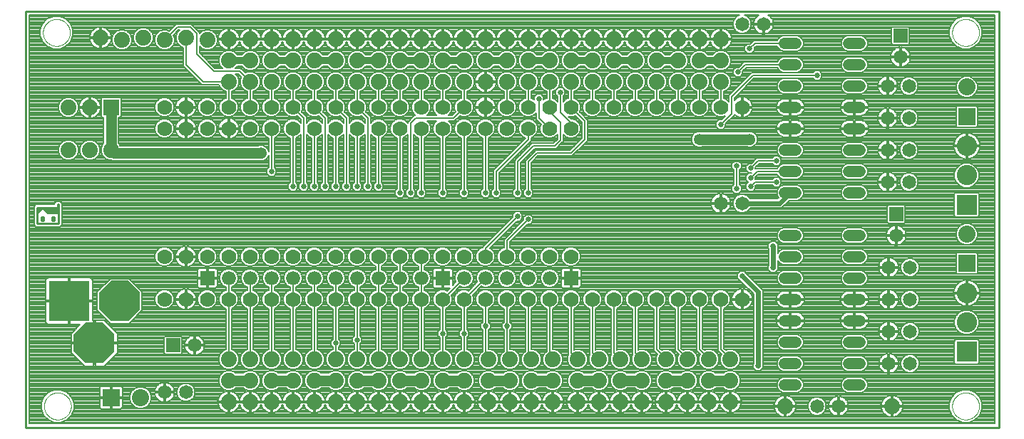
<source format=gtl>
G75*
%MOIN*%
%OFA0B0*%
%FSLAX25Y25*%
%IPPOS*%
%LPD*%
%AMOC8*
5,1,8,0,0,1.08239X$1,22.5*
%
%ADD10C,0.01000*%
%ADD11C,0.00000*%
%ADD12OC8,0.19000*%
%ADD13R,0.19000X0.19000*%
%ADD14C,0.07000*%
%ADD15R,0.07400X0.07400*%
%ADD16C,0.07400*%
%ADD17C,0.06500*%
%ADD18C,0.05200*%
%ADD19R,0.08000X0.08000*%
%ADD20C,0.08000*%
%ADD21R,0.09500X0.09500*%
%ADD22C,0.09500*%
%ADD23R,0.06500X0.06500*%
%ADD24R,0.06600X0.06600*%
%ADD25C,0.06600*%
%ADD26C,0.02400*%
%ADD27C,0.05000*%
%ADD28C,0.02500*%
%ADD29C,0.00800*%
%ADD30C,0.05315*%
%ADD31C,0.02700*%
%ADD32C,0.00600*%
%ADD33C,0.03200*%
D10*
X0010350Y0018333D02*
X0010350Y0213333D01*
X0465350Y0213333D01*
X0465350Y0018333D01*
X0010350Y0018333D01*
X0015850Y0113833D02*
X0015850Y0118833D01*
X0018350Y0121333D01*
X0020850Y0118833D01*
X0025850Y0118833D01*
X0025850Y0121333D01*
X0018350Y0121333D01*
X0015850Y0121333D01*
X0015850Y0118833D01*
X0016350Y0120333D02*
X0016850Y0120833D01*
X0016350Y0120833D01*
X0019850Y0120833D02*
X0020850Y0119833D01*
X0025350Y0119833D01*
X0025350Y0120833D01*
X0020850Y0120833D01*
X0018850Y0116833D02*
X0017850Y0116833D01*
X0017850Y0115333D01*
X0018850Y0115333D01*
X0018850Y0116833D01*
X0022850Y0116833D02*
X0022850Y0115333D01*
X0023850Y0115333D01*
X0023850Y0116833D01*
X0022850Y0116833D01*
X0025850Y0118833D02*
X0025850Y0113833D01*
X0015850Y0113833D01*
X0025850Y0121333D02*
X0025850Y0122833D01*
X0025350Y0122833D01*
X0025350Y0121833D01*
D11*
X0018551Y0203333D02*
X0018553Y0203491D01*
X0018559Y0203649D01*
X0018569Y0203807D01*
X0018583Y0203965D01*
X0018601Y0204122D01*
X0018622Y0204279D01*
X0018648Y0204435D01*
X0018678Y0204591D01*
X0018711Y0204746D01*
X0018749Y0204899D01*
X0018790Y0205052D01*
X0018835Y0205204D01*
X0018884Y0205355D01*
X0018937Y0205504D01*
X0018993Y0205652D01*
X0019053Y0205798D01*
X0019117Y0205943D01*
X0019185Y0206086D01*
X0019256Y0206228D01*
X0019330Y0206368D01*
X0019408Y0206505D01*
X0019490Y0206641D01*
X0019574Y0206775D01*
X0019663Y0206906D01*
X0019754Y0207035D01*
X0019849Y0207162D01*
X0019946Y0207287D01*
X0020047Y0207409D01*
X0020151Y0207528D01*
X0020258Y0207645D01*
X0020368Y0207759D01*
X0020481Y0207870D01*
X0020596Y0207979D01*
X0020714Y0208084D01*
X0020835Y0208186D01*
X0020958Y0208286D01*
X0021084Y0208382D01*
X0021212Y0208475D01*
X0021342Y0208565D01*
X0021475Y0208651D01*
X0021610Y0208735D01*
X0021746Y0208814D01*
X0021885Y0208891D01*
X0022026Y0208963D01*
X0022168Y0209033D01*
X0022312Y0209098D01*
X0022458Y0209160D01*
X0022605Y0209218D01*
X0022754Y0209273D01*
X0022904Y0209324D01*
X0023055Y0209371D01*
X0023207Y0209414D01*
X0023360Y0209453D01*
X0023515Y0209489D01*
X0023670Y0209520D01*
X0023826Y0209548D01*
X0023982Y0209572D01*
X0024139Y0209592D01*
X0024297Y0209608D01*
X0024454Y0209620D01*
X0024613Y0209628D01*
X0024771Y0209632D01*
X0024929Y0209632D01*
X0025087Y0209628D01*
X0025246Y0209620D01*
X0025403Y0209608D01*
X0025561Y0209592D01*
X0025718Y0209572D01*
X0025874Y0209548D01*
X0026030Y0209520D01*
X0026185Y0209489D01*
X0026340Y0209453D01*
X0026493Y0209414D01*
X0026645Y0209371D01*
X0026796Y0209324D01*
X0026946Y0209273D01*
X0027095Y0209218D01*
X0027242Y0209160D01*
X0027388Y0209098D01*
X0027532Y0209033D01*
X0027674Y0208963D01*
X0027815Y0208891D01*
X0027954Y0208814D01*
X0028090Y0208735D01*
X0028225Y0208651D01*
X0028358Y0208565D01*
X0028488Y0208475D01*
X0028616Y0208382D01*
X0028742Y0208286D01*
X0028865Y0208186D01*
X0028986Y0208084D01*
X0029104Y0207979D01*
X0029219Y0207870D01*
X0029332Y0207759D01*
X0029442Y0207645D01*
X0029549Y0207528D01*
X0029653Y0207409D01*
X0029754Y0207287D01*
X0029851Y0207162D01*
X0029946Y0207035D01*
X0030037Y0206906D01*
X0030126Y0206775D01*
X0030210Y0206641D01*
X0030292Y0206505D01*
X0030370Y0206368D01*
X0030444Y0206228D01*
X0030515Y0206086D01*
X0030583Y0205943D01*
X0030647Y0205798D01*
X0030707Y0205652D01*
X0030763Y0205504D01*
X0030816Y0205355D01*
X0030865Y0205204D01*
X0030910Y0205052D01*
X0030951Y0204899D01*
X0030989Y0204746D01*
X0031022Y0204591D01*
X0031052Y0204435D01*
X0031078Y0204279D01*
X0031099Y0204122D01*
X0031117Y0203965D01*
X0031131Y0203807D01*
X0031141Y0203649D01*
X0031147Y0203491D01*
X0031149Y0203333D01*
X0031147Y0203175D01*
X0031141Y0203017D01*
X0031131Y0202859D01*
X0031117Y0202701D01*
X0031099Y0202544D01*
X0031078Y0202387D01*
X0031052Y0202231D01*
X0031022Y0202075D01*
X0030989Y0201920D01*
X0030951Y0201767D01*
X0030910Y0201614D01*
X0030865Y0201462D01*
X0030816Y0201311D01*
X0030763Y0201162D01*
X0030707Y0201014D01*
X0030647Y0200868D01*
X0030583Y0200723D01*
X0030515Y0200580D01*
X0030444Y0200438D01*
X0030370Y0200298D01*
X0030292Y0200161D01*
X0030210Y0200025D01*
X0030126Y0199891D01*
X0030037Y0199760D01*
X0029946Y0199631D01*
X0029851Y0199504D01*
X0029754Y0199379D01*
X0029653Y0199257D01*
X0029549Y0199138D01*
X0029442Y0199021D01*
X0029332Y0198907D01*
X0029219Y0198796D01*
X0029104Y0198687D01*
X0028986Y0198582D01*
X0028865Y0198480D01*
X0028742Y0198380D01*
X0028616Y0198284D01*
X0028488Y0198191D01*
X0028358Y0198101D01*
X0028225Y0198015D01*
X0028090Y0197931D01*
X0027954Y0197852D01*
X0027815Y0197775D01*
X0027674Y0197703D01*
X0027532Y0197633D01*
X0027388Y0197568D01*
X0027242Y0197506D01*
X0027095Y0197448D01*
X0026946Y0197393D01*
X0026796Y0197342D01*
X0026645Y0197295D01*
X0026493Y0197252D01*
X0026340Y0197213D01*
X0026185Y0197177D01*
X0026030Y0197146D01*
X0025874Y0197118D01*
X0025718Y0197094D01*
X0025561Y0197074D01*
X0025403Y0197058D01*
X0025246Y0197046D01*
X0025087Y0197038D01*
X0024929Y0197034D01*
X0024771Y0197034D01*
X0024613Y0197038D01*
X0024454Y0197046D01*
X0024297Y0197058D01*
X0024139Y0197074D01*
X0023982Y0197094D01*
X0023826Y0197118D01*
X0023670Y0197146D01*
X0023515Y0197177D01*
X0023360Y0197213D01*
X0023207Y0197252D01*
X0023055Y0197295D01*
X0022904Y0197342D01*
X0022754Y0197393D01*
X0022605Y0197448D01*
X0022458Y0197506D01*
X0022312Y0197568D01*
X0022168Y0197633D01*
X0022026Y0197703D01*
X0021885Y0197775D01*
X0021746Y0197852D01*
X0021610Y0197931D01*
X0021475Y0198015D01*
X0021342Y0198101D01*
X0021212Y0198191D01*
X0021084Y0198284D01*
X0020958Y0198380D01*
X0020835Y0198480D01*
X0020714Y0198582D01*
X0020596Y0198687D01*
X0020481Y0198796D01*
X0020368Y0198907D01*
X0020258Y0199021D01*
X0020151Y0199138D01*
X0020047Y0199257D01*
X0019946Y0199379D01*
X0019849Y0199504D01*
X0019754Y0199631D01*
X0019663Y0199760D01*
X0019574Y0199891D01*
X0019490Y0200025D01*
X0019408Y0200161D01*
X0019330Y0200298D01*
X0019256Y0200438D01*
X0019185Y0200580D01*
X0019117Y0200723D01*
X0019053Y0200868D01*
X0018993Y0201014D01*
X0018937Y0201162D01*
X0018884Y0201311D01*
X0018835Y0201462D01*
X0018790Y0201614D01*
X0018749Y0201767D01*
X0018711Y0201920D01*
X0018678Y0202075D01*
X0018648Y0202231D01*
X0018622Y0202387D01*
X0018601Y0202544D01*
X0018583Y0202701D01*
X0018569Y0202859D01*
X0018559Y0203017D01*
X0018553Y0203175D01*
X0018551Y0203333D01*
X0019051Y0028333D02*
X0019053Y0028491D01*
X0019059Y0028649D01*
X0019069Y0028807D01*
X0019083Y0028965D01*
X0019101Y0029122D01*
X0019122Y0029279D01*
X0019148Y0029435D01*
X0019178Y0029591D01*
X0019211Y0029746D01*
X0019249Y0029899D01*
X0019290Y0030052D01*
X0019335Y0030204D01*
X0019384Y0030355D01*
X0019437Y0030504D01*
X0019493Y0030652D01*
X0019553Y0030798D01*
X0019617Y0030943D01*
X0019685Y0031086D01*
X0019756Y0031228D01*
X0019830Y0031368D01*
X0019908Y0031505D01*
X0019990Y0031641D01*
X0020074Y0031775D01*
X0020163Y0031906D01*
X0020254Y0032035D01*
X0020349Y0032162D01*
X0020446Y0032287D01*
X0020547Y0032409D01*
X0020651Y0032528D01*
X0020758Y0032645D01*
X0020868Y0032759D01*
X0020981Y0032870D01*
X0021096Y0032979D01*
X0021214Y0033084D01*
X0021335Y0033186D01*
X0021458Y0033286D01*
X0021584Y0033382D01*
X0021712Y0033475D01*
X0021842Y0033565D01*
X0021975Y0033651D01*
X0022110Y0033735D01*
X0022246Y0033814D01*
X0022385Y0033891D01*
X0022526Y0033963D01*
X0022668Y0034033D01*
X0022812Y0034098D01*
X0022958Y0034160D01*
X0023105Y0034218D01*
X0023254Y0034273D01*
X0023404Y0034324D01*
X0023555Y0034371D01*
X0023707Y0034414D01*
X0023860Y0034453D01*
X0024015Y0034489D01*
X0024170Y0034520D01*
X0024326Y0034548D01*
X0024482Y0034572D01*
X0024639Y0034592D01*
X0024797Y0034608D01*
X0024954Y0034620D01*
X0025113Y0034628D01*
X0025271Y0034632D01*
X0025429Y0034632D01*
X0025587Y0034628D01*
X0025746Y0034620D01*
X0025903Y0034608D01*
X0026061Y0034592D01*
X0026218Y0034572D01*
X0026374Y0034548D01*
X0026530Y0034520D01*
X0026685Y0034489D01*
X0026840Y0034453D01*
X0026993Y0034414D01*
X0027145Y0034371D01*
X0027296Y0034324D01*
X0027446Y0034273D01*
X0027595Y0034218D01*
X0027742Y0034160D01*
X0027888Y0034098D01*
X0028032Y0034033D01*
X0028174Y0033963D01*
X0028315Y0033891D01*
X0028454Y0033814D01*
X0028590Y0033735D01*
X0028725Y0033651D01*
X0028858Y0033565D01*
X0028988Y0033475D01*
X0029116Y0033382D01*
X0029242Y0033286D01*
X0029365Y0033186D01*
X0029486Y0033084D01*
X0029604Y0032979D01*
X0029719Y0032870D01*
X0029832Y0032759D01*
X0029942Y0032645D01*
X0030049Y0032528D01*
X0030153Y0032409D01*
X0030254Y0032287D01*
X0030351Y0032162D01*
X0030446Y0032035D01*
X0030537Y0031906D01*
X0030626Y0031775D01*
X0030710Y0031641D01*
X0030792Y0031505D01*
X0030870Y0031368D01*
X0030944Y0031228D01*
X0031015Y0031086D01*
X0031083Y0030943D01*
X0031147Y0030798D01*
X0031207Y0030652D01*
X0031263Y0030504D01*
X0031316Y0030355D01*
X0031365Y0030204D01*
X0031410Y0030052D01*
X0031451Y0029899D01*
X0031489Y0029746D01*
X0031522Y0029591D01*
X0031552Y0029435D01*
X0031578Y0029279D01*
X0031599Y0029122D01*
X0031617Y0028965D01*
X0031631Y0028807D01*
X0031641Y0028649D01*
X0031647Y0028491D01*
X0031649Y0028333D01*
X0031647Y0028175D01*
X0031641Y0028017D01*
X0031631Y0027859D01*
X0031617Y0027701D01*
X0031599Y0027544D01*
X0031578Y0027387D01*
X0031552Y0027231D01*
X0031522Y0027075D01*
X0031489Y0026920D01*
X0031451Y0026767D01*
X0031410Y0026614D01*
X0031365Y0026462D01*
X0031316Y0026311D01*
X0031263Y0026162D01*
X0031207Y0026014D01*
X0031147Y0025868D01*
X0031083Y0025723D01*
X0031015Y0025580D01*
X0030944Y0025438D01*
X0030870Y0025298D01*
X0030792Y0025161D01*
X0030710Y0025025D01*
X0030626Y0024891D01*
X0030537Y0024760D01*
X0030446Y0024631D01*
X0030351Y0024504D01*
X0030254Y0024379D01*
X0030153Y0024257D01*
X0030049Y0024138D01*
X0029942Y0024021D01*
X0029832Y0023907D01*
X0029719Y0023796D01*
X0029604Y0023687D01*
X0029486Y0023582D01*
X0029365Y0023480D01*
X0029242Y0023380D01*
X0029116Y0023284D01*
X0028988Y0023191D01*
X0028858Y0023101D01*
X0028725Y0023015D01*
X0028590Y0022931D01*
X0028454Y0022852D01*
X0028315Y0022775D01*
X0028174Y0022703D01*
X0028032Y0022633D01*
X0027888Y0022568D01*
X0027742Y0022506D01*
X0027595Y0022448D01*
X0027446Y0022393D01*
X0027296Y0022342D01*
X0027145Y0022295D01*
X0026993Y0022252D01*
X0026840Y0022213D01*
X0026685Y0022177D01*
X0026530Y0022146D01*
X0026374Y0022118D01*
X0026218Y0022094D01*
X0026061Y0022074D01*
X0025903Y0022058D01*
X0025746Y0022046D01*
X0025587Y0022038D01*
X0025429Y0022034D01*
X0025271Y0022034D01*
X0025113Y0022038D01*
X0024954Y0022046D01*
X0024797Y0022058D01*
X0024639Y0022074D01*
X0024482Y0022094D01*
X0024326Y0022118D01*
X0024170Y0022146D01*
X0024015Y0022177D01*
X0023860Y0022213D01*
X0023707Y0022252D01*
X0023555Y0022295D01*
X0023404Y0022342D01*
X0023254Y0022393D01*
X0023105Y0022448D01*
X0022958Y0022506D01*
X0022812Y0022568D01*
X0022668Y0022633D01*
X0022526Y0022703D01*
X0022385Y0022775D01*
X0022246Y0022852D01*
X0022110Y0022931D01*
X0021975Y0023015D01*
X0021842Y0023101D01*
X0021712Y0023191D01*
X0021584Y0023284D01*
X0021458Y0023380D01*
X0021335Y0023480D01*
X0021214Y0023582D01*
X0021096Y0023687D01*
X0020981Y0023796D01*
X0020868Y0023907D01*
X0020758Y0024021D01*
X0020651Y0024138D01*
X0020547Y0024257D01*
X0020446Y0024379D01*
X0020349Y0024504D01*
X0020254Y0024631D01*
X0020163Y0024760D01*
X0020074Y0024891D01*
X0019990Y0025025D01*
X0019908Y0025161D01*
X0019830Y0025298D01*
X0019756Y0025438D01*
X0019685Y0025580D01*
X0019617Y0025723D01*
X0019553Y0025868D01*
X0019493Y0026014D01*
X0019437Y0026162D01*
X0019384Y0026311D01*
X0019335Y0026462D01*
X0019290Y0026614D01*
X0019249Y0026767D01*
X0019211Y0026920D01*
X0019178Y0027075D01*
X0019148Y0027231D01*
X0019122Y0027387D01*
X0019101Y0027544D01*
X0019083Y0027701D01*
X0019069Y0027859D01*
X0019059Y0028017D01*
X0019053Y0028175D01*
X0019051Y0028333D01*
X0443551Y0028333D02*
X0443553Y0028491D01*
X0443559Y0028649D01*
X0443569Y0028807D01*
X0443583Y0028965D01*
X0443601Y0029122D01*
X0443622Y0029279D01*
X0443648Y0029435D01*
X0443678Y0029591D01*
X0443711Y0029746D01*
X0443749Y0029899D01*
X0443790Y0030052D01*
X0443835Y0030204D01*
X0443884Y0030355D01*
X0443937Y0030504D01*
X0443993Y0030652D01*
X0444053Y0030798D01*
X0444117Y0030943D01*
X0444185Y0031086D01*
X0444256Y0031228D01*
X0444330Y0031368D01*
X0444408Y0031505D01*
X0444490Y0031641D01*
X0444574Y0031775D01*
X0444663Y0031906D01*
X0444754Y0032035D01*
X0444849Y0032162D01*
X0444946Y0032287D01*
X0445047Y0032409D01*
X0445151Y0032528D01*
X0445258Y0032645D01*
X0445368Y0032759D01*
X0445481Y0032870D01*
X0445596Y0032979D01*
X0445714Y0033084D01*
X0445835Y0033186D01*
X0445958Y0033286D01*
X0446084Y0033382D01*
X0446212Y0033475D01*
X0446342Y0033565D01*
X0446475Y0033651D01*
X0446610Y0033735D01*
X0446746Y0033814D01*
X0446885Y0033891D01*
X0447026Y0033963D01*
X0447168Y0034033D01*
X0447312Y0034098D01*
X0447458Y0034160D01*
X0447605Y0034218D01*
X0447754Y0034273D01*
X0447904Y0034324D01*
X0448055Y0034371D01*
X0448207Y0034414D01*
X0448360Y0034453D01*
X0448515Y0034489D01*
X0448670Y0034520D01*
X0448826Y0034548D01*
X0448982Y0034572D01*
X0449139Y0034592D01*
X0449297Y0034608D01*
X0449454Y0034620D01*
X0449613Y0034628D01*
X0449771Y0034632D01*
X0449929Y0034632D01*
X0450087Y0034628D01*
X0450246Y0034620D01*
X0450403Y0034608D01*
X0450561Y0034592D01*
X0450718Y0034572D01*
X0450874Y0034548D01*
X0451030Y0034520D01*
X0451185Y0034489D01*
X0451340Y0034453D01*
X0451493Y0034414D01*
X0451645Y0034371D01*
X0451796Y0034324D01*
X0451946Y0034273D01*
X0452095Y0034218D01*
X0452242Y0034160D01*
X0452388Y0034098D01*
X0452532Y0034033D01*
X0452674Y0033963D01*
X0452815Y0033891D01*
X0452954Y0033814D01*
X0453090Y0033735D01*
X0453225Y0033651D01*
X0453358Y0033565D01*
X0453488Y0033475D01*
X0453616Y0033382D01*
X0453742Y0033286D01*
X0453865Y0033186D01*
X0453986Y0033084D01*
X0454104Y0032979D01*
X0454219Y0032870D01*
X0454332Y0032759D01*
X0454442Y0032645D01*
X0454549Y0032528D01*
X0454653Y0032409D01*
X0454754Y0032287D01*
X0454851Y0032162D01*
X0454946Y0032035D01*
X0455037Y0031906D01*
X0455126Y0031775D01*
X0455210Y0031641D01*
X0455292Y0031505D01*
X0455370Y0031368D01*
X0455444Y0031228D01*
X0455515Y0031086D01*
X0455583Y0030943D01*
X0455647Y0030798D01*
X0455707Y0030652D01*
X0455763Y0030504D01*
X0455816Y0030355D01*
X0455865Y0030204D01*
X0455910Y0030052D01*
X0455951Y0029899D01*
X0455989Y0029746D01*
X0456022Y0029591D01*
X0456052Y0029435D01*
X0456078Y0029279D01*
X0456099Y0029122D01*
X0456117Y0028965D01*
X0456131Y0028807D01*
X0456141Y0028649D01*
X0456147Y0028491D01*
X0456149Y0028333D01*
X0456147Y0028175D01*
X0456141Y0028017D01*
X0456131Y0027859D01*
X0456117Y0027701D01*
X0456099Y0027544D01*
X0456078Y0027387D01*
X0456052Y0027231D01*
X0456022Y0027075D01*
X0455989Y0026920D01*
X0455951Y0026767D01*
X0455910Y0026614D01*
X0455865Y0026462D01*
X0455816Y0026311D01*
X0455763Y0026162D01*
X0455707Y0026014D01*
X0455647Y0025868D01*
X0455583Y0025723D01*
X0455515Y0025580D01*
X0455444Y0025438D01*
X0455370Y0025298D01*
X0455292Y0025161D01*
X0455210Y0025025D01*
X0455126Y0024891D01*
X0455037Y0024760D01*
X0454946Y0024631D01*
X0454851Y0024504D01*
X0454754Y0024379D01*
X0454653Y0024257D01*
X0454549Y0024138D01*
X0454442Y0024021D01*
X0454332Y0023907D01*
X0454219Y0023796D01*
X0454104Y0023687D01*
X0453986Y0023582D01*
X0453865Y0023480D01*
X0453742Y0023380D01*
X0453616Y0023284D01*
X0453488Y0023191D01*
X0453358Y0023101D01*
X0453225Y0023015D01*
X0453090Y0022931D01*
X0452954Y0022852D01*
X0452815Y0022775D01*
X0452674Y0022703D01*
X0452532Y0022633D01*
X0452388Y0022568D01*
X0452242Y0022506D01*
X0452095Y0022448D01*
X0451946Y0022393D01*
X0451796Y0022342D01*
X0451645Y0022295D01*
X0451493Y0022252D01*
X0451340Y0022213D01*
X0451185Y0022177D01*
X0451030Y0022146D01*
X0450874Y0022118D01*
X0450718Y0022094D01*
X0450561Y0022074D01*
X0450403Y0022058D01*
X0450246Y0022046D01*
X0450087Y0022038D01*
X0449929Y0022034D01*
X0449771Y0022034D01*
X0449613Y0022038D01*
X0449454Y0022046D01*
X0449297Y0022058D01*
X0449139Y0022074D01*
X0448982Y0022094D01*
X0448826Y0022118D01*
X0448670Y0022146D01*
X0448515Y0022177D01*
X0448360Y0022213D01*
X0448207Y0022252D01*
X0448055Y0022295D01*
X0447904Y0022342D01*
X0447754Y0022393D01*
X0447605Y0022448D01*
X0447458Y0022506D01*
X0447312Y0022568D01*
X0447168Y0022633D01*
X0447026Y0022703D01*
X0446885Y0022775D01*
X0446746Y0022852D01*
X0446610Y0022931D01*
X0446475Y0023015D01*
X0446342Y0023101D01*
X0446212Y0023191D01*
X0446084Y0023284D01*
X0445958Y0023380D01*
X0445835Y0023480D01*
X0445714Y0023582D01*
X0445596Y0023687D01*
X0445481Y0023796D01*
X0445368Y0023907D01*
X0445258Y0024021D01*
X0445151Y0024138D01*
X0445047Y0024257D01*
X0444946Y0024379D01*
X0444849Y0024504D01*
X0444754Y0024631D01*
X0444663Y0024760D01*
X0444574Y0024891D01*
X0444490Y0025025D01*
X0444408Y0025161D01*
X0444330Y0025298D01*
X0444256Y0025438D01*
X0444185Y0025580D01*
X0444117Y0025723D01*
X0444053Y0025868D01*
X0443993Y0026014D01*
X0443937Y0026162D01*
X0443884Y0026311D01*
X0443835Y0026462D01*
X0443790Y0026614D01*
X0443749Y0026767D01*
X0443711Y0026920D01*
X0443678Y0027075D01*
X0443648Y0027231D01*
X0443622Y0027387D01*
X0443601Y0027544D01*
X0443583Y0027701D01*
X0443569Y0027859D01*
X0443559Y0028017D01*
X0443553Y0028175D01*
X0443551Y0028333D01*
X0443551Y0203333D02*
X0443553Y0203491D01*
X0443559Y0203649D01*
X0443569Y0203807D01*
X0443583Y0203965D01*
X0443601Y0204122D01*
X0443622Y0204279D01*
X0443648Y0204435D01*
X0443678Y0204591D01*
X0443711Y0204746D01*
X0443749Y0204899D01*
X0443790Y0205052D01*
X0443835Y0205204D01*
X0443884Y0205355D01*
X0443937Y0205504D01*
X0443993Y0205652D01*
X0444053Y0205798D01*
X0444117Y0205943D01*
X0444185Y0206086D01*
X0444256Y0206228D01*
X0444330Y0206368D01*
X0444408Y0206505D01*
X0444490Y0206641D01*
X0444574Y0206775D01*
X0444663Y0206906D01*
X0444754Y0207035D01*
X0444849Y0207162D01*
X0444946Y0207287D01*
X0445047Y0207409D01*
X0445151Y0207528D01*
X0445258Y0207645D01*
X0445368Y0207759D01*
X0445481Y0207870D01*
X0445596Y0207979D01*
X0445714Y0208084D01*
X0445835Y0208186D01*
X0445958Y0208286D01*
X0446084Y0208382D01*
X0446212Y0208475D01*
X0446342Y0208565D01*
X0446475Y0208651D01*
X0446610Y0208735D01*
X0446746Y0208814D01*
X0446885Y0208891D01*
X0447026Y0208963D01*
X0447168Y0209033D01*
X0447312Y0209098D01*
X0447458Y0209160D01*
X0447605Y0209218D01*
X0447754Y0209273D01*
X0447904Y0209324D01*
X0448055Y0209371D01*
X0448207Y0209414D01*
X0448360Y0209453D01*
X0448515Y0209489D01*
X0448670Y0209520D01*
X0448826Y0209548D01*
X0448982Y0209572D01*
X0449139Y0209592D01*
X0449297Y0209608D01*
X0449454Y0209620D01*
X0449613Y0209628D01*
X0449771Y0209632D01*
X0449929Y0209632D01*
X0450087Y0209628D01*
X0450246Y0209620D01*
X0450403Y0209608D01*
X0450561Y0209592D01*
X0450718Y0209572D01*
X0450874Y0209548D01*
X0451030Y0209520D01*
X0451185Y0209489D01*
X0451340Y0209453D01*
X0451493Y0209414D01*
X0451645Y0209371D01*
X0451796Y0209324D01*
X0451946Y0209273D01*
X0452095Y0209218D01*
X0452242Y0209160D01*
X0452388Y0209098D01*
X0452532Y0209033D01*
X0452674Y0208963D01*
X0452815Y0208891D01*
X0452954Y0208814D01*
X0453090Y0208735D01*
X0453225Y0208651D01*
X0453358Y0208565D01*
X0453488Y0208475D01*
X0453616Y0208382D01*
X0453742Y0208286D01*
X0453865Y0208186D01*
X0453986Y0208084D01*
X0454104Y0207979D01*
X0454219Y0207870D01*
X0454332Y0207759D01*
X0454442Y0207645D01*
X0454549Y0207528D01*
X0454653Y0207409D01*
X0454754Y0207287D01*
X0454851Y0207162D01*
X0454946Y0207035D01*
X0455037Y0206906D01*
X0455126Y0206775D01*
X0455210Y0206641D01*
X0455292Y0206505D01*
X0455370Y0206368D01*
X0455444Y0206228D01*
X0455515Y0206086D01*
X0455583Y0205943D01*
X0455647Y0205798D01*
X0455707Y0205652D01*
X0455763Y0205504D01*
X0455816Y0205355D01*
X0455865Y0205204D01*
X0455910Y0205052D01*
X0455951Y0204899D01*
X0455989Y0204746D01*
X0456022Y0204591D01*
X0456052Y0204435D01*
X0456078Y0204279D01*
X0456099Y0204122D01*
X0456117Y0203965D01*
X0456131Y0203807D01*
X0456141Y0203649D01*
X0456147Y0203491D01*
X0456149Y0203333D01*
X0456147Y0203175D01*
X0456141Y0203017D01*
X0456131Y0202859D01*
X0456117Y0202701D01*
X0456099Y0202544D01*
X0456078Y0202387D01*
X0456052Y0202231D01*
X0456022Y0202075D01*
X0455989Y0201920D01*
X0455951Y0201767D01*
X0455910Y0201614D01*
X0455865Y0201462D01*
X0455816Y0201311D01*
X0455763Y0201162D01*
X0455707Y0201014D01*
X0455647Y0200868D01*
X0455583Y0200723D01*
X0455515Y0200580D01*
X0455444Y0200438D01*
X0455370Y0200298D01*
X0455292Y0200161D01*
X0455210Y0200025D01*
X0455126Y0199891D01*
X0455037Y0199760D01*
X0454946Y0199631D01*
X0454851Y0199504D01*
X0454754Y0199379D01*
X0454653Y0199257D01*
X0454549Y0199138D01*
X0454442Y0199021D01*
X0454332Y0198907D01*
X0454219Y0198796D01*
X0454104Y0198687D01*
X0453986Y0198582D01*
X0453865Y0198480D01*
X0453742Y0198380D01*
X0453616Y0198284D01*
X0453488Y0198191D01*
X0453358Y0198101D01*
X0453225Y0198015D01*
X0453090Y0197931D01*
X0452954Y0197852D01*
X0452815Y0197775D01*
X0452674Y0197703D01*
X0452532Y0197633D01*
X0452388Y0197568D01*
X0452242Y0197506D01*
X0452095Y0197448D01*
X0451946Y0197393D01*
X0451796Y0197342D01*
X0451645Y0197295D01*
X0451493Y0197252D01*
X0451340Y0197213D01*
X0451185Y0197177D01*
X0451030Y0197146D01*
X0450874Y0197118D01*
X0450718Y0197094D01*
X0450561Y0197074D01*
X0450403Y0197058D01*
X0450246Y0197046D01*
X0450087Y0197038D01*
X0449929Y0197034D01*
X0449771Y0197034D01*
X0449613Y0197038D01*
X0449454Y0197046D01*
X0449297Y0197058D01*
X0449139Y0197074D01*
X0448982Y0197094D01*
X0448826Y0197118D01*
X0448670Y0197146D01*
X0448515Y0197177D01*
X0448360Y0197213D01*
X0448207Y0197252D01*
X0448055Y0197295D01*
X0447904Y0197342D01*
X0447754Y0197393D01*
X0447605Y0197448D01*
X0447458Y0197506D01*
X0447312Y0197568D01*
X0447168Y0197633D01*
X0447026Y0197703D01*
X0446885Y0197775D01*
X0446746Y0197852D01*
X0446610Y0197931D01*
X0446475Y0198015D01*
X0446342Y0198101D01*
X0446212Y0198191D01*
X0446084Y0198284D01*
X0445958Y0198380D01*
X0445835Y0198480D01*
X0445714Y0198582D01*
X0445596Y0198687D01*
X0445481Y0198796D01*
X0445368Y0198907D01*
X0445258Y0199021D01*
X0445151Y0199138D01*
X0445047Y0199257D01*
X0444946Y0199379D01*
X0444849Y0199504D01*
X0444754Y0199631D01*
X0444663Y0199760D01*
X0444574Y0199891D01*
X0444490Y0200025D01*
X0444408Y0200161D01*
X0444330Y0200298D01*
X0444256Y0200438D01*
X0444185Y0200580D01*
X0444117Y0200723D01*
X0444053Y0200868D01*
X0443993Y0201014D01*
X0443937Y0201162D01*
X0443884Y0201311D01*
X0443835Y0201462D01*
X0443790Y0201614D01*
X0443749Y0201767D01*
X0443711Y0201920D01*
X0443678Y0202075D01*
X0443648Y0202231D01*
X0443622Y0202387D01*
X0443601Y0202544D01*
X0443583Y0202701D01*
X0443569Y0202859D01*
X0443559Y0203017D01*
X0443553Y0203175D01*
X0443551Y0203333D01*
D12*
X0054350Y0077533D03*
X0042550Y0057833D03*
D13*
X0030750Y0077533D03*
D14*
X0075350Y0078333D03*
X0085350Y0078333D03*
X0095350Y0078333D03*
X0105350Y0078333D03*
X0115350Y0078333D03*
X0125350Y0078333D03*
X0135350Y0078333D03*
X0145350Y0078333D03*
X0155350Y0078333D03*
X0165350Y0078333D03*
X0175350Y0078333D03*
X0185350Y0078333D03*
X0195350Y0078333D03*
X0205350Y0078333D03*
X0215350Y0078333D03*
X0225350Y0078333D03*
X0235350Y0078333D03*
X0245350Y0078333D03*
X0255350Y0078333D03*
X0265350Y0078333D03*
X0275350Y0078333D03*
X0285350Y0078333D03*
X0295350Y0078333D03*
X0305350Y0078333D03*
X0315350Y0078333D03*
X0325350Y0078333D03*
X0335350Y0078333D03*
X0345350Y0078333D03*
X0265350Y0098333D03*
X0255350Y0098333D03*
X0245350Y0098333D03*
X0235350Y0098333D03*
X0225350Y0098333D03*
X0215350Y0098333D03*
X0205350Y0098333D03*
X0195350Y0098333D03*
X0185350Y0098333D03*
X0175350Y0098333D03*
X0165350Y0098333D03*
X0155350Y0098333D03*
X0145350Y0098333D03*
X0135350Y0098333D03*
X0125350Y0098333D03*
X0115350Y0098333D03*
X0105350Y0098333D03*
X0095350Y0098333D03*
X0085350Y0098333D03*
X0075350Y0098333D03*
X0075350Y0158333D03*
X0085350Y0158333D03*
X0095350Y0158333D03*
X0105350Y0158333D03*
X0115350Y0158333D03*
X0125350Y0158333D03*
X0135350Y0158333D03*
X0145350Y0158333D03*
X0155350Y0158333D03*
X0165350Y0158333D03*
X0175350Y0158333D03*
X0185350Y0158333D03*
X0195350Y0158333D03*
X0205350Y0158333D03*
X0215350Y0158333D03*
X0225350Y0158333D03*
X0235350Y0158333D03*
X0245350Y0158333D03*
X0255350Y0158333D03*
X0265350Y0158333D03*
X0265350Y0168333D03*
X0255350Y0168333D03*
X0245350Y0168333D03*
X0235350Y0168333D03*
X0225350Y0168333D03*
X0215350Y0168333D03*
X0205350Y0168333D03*
X0195350Y0168333D03*
X0185350Y0168333D03*
X0175350Y0168333D03*
X0165350Y0168333D03*
X0155350Y0168333D03*
X0145350Y0168333D03*
X0135350Y0168333D03*
X0125350Y0168333D03*
X0115350Y0168333D03*
X0105350Y0168333D03*
X0095350Y0168333D03*
X0085350Y0168333D03*
X0075350Y0168333D03*
X0275350Y0168333D03*
X0285350Y0168333D03*
X0295350Y0168333D03*
X0305350Y0168333D03*
X0315350Y0168333D03*
X0325350Y0168333D03*
X0335350Y0168333D03*
X0345350Y0168333D03*
D15*
X0050350Y0168333D03*
D16*
X0040350Y0168333D03*
X0030350Y0168333D03*
X0030350Y0148333D03*
X0040350Y0148333D03*
X0050350Y0148333D03*
X0105350Y0180333D03*
X0115350Y0180333D03*
X0125350Y0180333D03*
X0135350Y0180333D03*
X0145350Y0180333D03*
X0155350Y0180333D03*
X0165350Y0180333D03*
X0175350Y0180333D03*
X0185350Y0180333D03*
X0195350Y0180333D03*
X0205350Y0180333D03*
X0215350Y0180333D03*
X0225350Y0180333D03*
X0235350Y0180333D03*
X0245350Y0180333D03*
X0255350Y0180333D03*
X0265350Y0180333D03*
X0275350Y0180333D03*
X0285350Y0180333D03*
X0295350Y0180333D03*
X0305350Y0180333D03*
X0315350Y0180333D03*
X0325350Y0180333D03*
X0335350Y0180333D03*
X0335350Y0190333D03*
X0325350Y0190333D03*
X0315350Y0190333D03*
X0305350Y0190333D03*
X0295350Y0190333D03*
X0285350Y0190333D03*
X0275350Y0190333D03*
X0265350Y0190333D03*
X0255350Y0190333D03*
X0245350Y0190333D03*
X0235350Y0190333D03*
X0225350Y0190333D03*
X0215350Y0190333D03*
X0205350Y0190333D03*
X0195350Y0190333D03*
X0185350Y0190333D03*
X0175350Y0190333D03*
X0165350Y0190333D03*
X0155350Y0190333D03*
X0145350Y0190333D03*
X0135350Y0190333D03*
X0125350Y0190333D03*
X0115350Y0190333D03*
X0105350Y0190333D03*
X0105350Y0200333D03*
X0115350Y0200333D03*
X0125350Y0200333D03*
X0135350Y0200333D03*
X0145350Y0200333D03*
X0155350Y0200333D03*
X0165350Y0200333D03*
X0175350Y0200333D03*
X0185350Y0200333D03*
X0195350Y0200333D03*
X0205350Y0200333D03*
X0215350Y0200333D03*
X0225350Y0200333D03*
X0235350Y0200333D03*
X0245350Y0200333D03*
X0255350Y0200333D03*
X0265350Y0200333D03*
X0275350Y0200333D03*
X0285350Y0200333D03*
X0295350Y0200333D03*
X0305350Y0200333D03*
X0315350Y0200333D03*
X0325350Y0200333D03*
X0335350Y0200333D03*
X0095350Y0199833D03*
X0085350Y0200833D03*
X0075350Y0199833D03*
X0065350Y0200833D03*
X0055350Y0199833D03*
X0045350Y0200833D03*
X0105350Y0050333D03*
X0115350Y0050333D03*
X0125350Y0050333D03*
X0135350Y0050333D03*
X0145350Y0050333D03*
X0155350Y0050333D03*
X0165350Y0050333D03*
X0175350Y0050333D03*
X0185350Y0050333D03*
X0195350Y0050333D03*
X0205350Y0050333D03*
X0215350Y0050333D03*
X0226850Y0050333D03*
X0236850Y0050333D03*
X0246850Y0050333D03*
X0256850Y0050333D03*
X0268350Y0050333D03*
X0278350Y0050333D03*
X0288350Y0050333D03*
X0298350Y0050333D03*
X0309850Y0050333D03*
X0319850Y0050333D03*
X0329850Y0050333D03*
X0339850Y0050333D03*
X0339850Y0040333D03*
X0329850Y0040333D03*
X0319850Y0040333D03*
X0309850Y0040333D03*
X0298350Y0040333D03*
X0288350Y0040333D03*
X0278350Y0040333D03*
X0268350Y0040333D03*
X0256850Y0040333D03*
X0246850Y0040333D03*
X0236850Y0040333D03*
X0226850Y0040333D03*
X0215350Y0040333D03*
X0205350Y0040333D03*
X0195350Y0040333D03*
X0185350Y0040333D03*
X0175350Y0040333D03*
X0165350Y0040333D03*
X0155350Y0040333D03*
X0145350Y0040333D03*
X0135350Y0040333D03*
X0125350Y0040333D03*
X0115350Y0040333D03*
X0105350Y0040333D03*
X0105350Y0030333D03*
X0115350Y0030333D03*
X0125350Y0030333D03*
X0135350Y0030333D03*
X0145350Y0030333D03*
X0155350Y0030333D03*
X0165350Y0030333D03*
X0175350Y0030333D03*
X0185350Y0030333D03*
X0195350Y0030333D03*
X0205350Y0030333D03*
X0215350Y0030333D03*
X0226850Y0030333D03*
X0236850Y0030333D03*
X0246850Y0030333D03*
X0256850Y0030333D03*
X0268350Y0030333D03*
X0278350Y0030333D03*
X0288350Y0030333D03*
X0298350Y0030333D03*
X0309850Y0030333D03*
X0319850Y0030333D03*
X0329850Y0030333D03*
X0339850Y0030333D03*
X0365350Y0028333D03*
X0415350Y0028333D03*
D17*
X0390350Y0028333D03*
X0380350Y0028333D03*
X0413850Y0048333D03*
X0423850Y0048333D03*
X0423850Y0063333D03*
X0413850Y0063333D03*
X0413850Y0078333D03*
X0423850Y0078333D03*
X0423850Y0093333D03*
X0413850Y0093333D03*
X0417350Y0108333D03*
X0413350Y0133333D03*
X0423350Y0133333D03*
X0423350Y0148333D03*
X0413350Y0148333D03*
X0413350Y0163333D03*
X0423350Y0163333D03*
X0423350Y0178333D03*
X0413350Y0178333D03*
X0419350Y0191833D03*
X0355350Y0207333D03*
X0345350Y0207333D03*
X0345350Y0123333D03*
X0335350Y0123333D03*
X0089350Y0056833D03*
X0085350Y0034833D03*
X0075350Y0034833D03*
D18*
X0365250Y0038333D02*
X0370450Y0038333D01*
X0370450Y0048333D02*
X0365250Y0048333D01*
X0365250Y0058333D02*
X0370450Y0058333D01*
X0370450Y0068333D02*
X0365250Y0068333D01*
X0365250Y0078333D02*
X0370450Y0078333D01*
X0370450Y0088333D02*
X0365250Y0088333D01*
X0365250Y0098333D02*
X0370450Y0098333D01*
X0370450Y0108333D02*
X0365250Y0108333D01*
X0395250Y0108333D02*
X0400450Y0108333D01*
X0400450Y0098333D02*
X0395250Y0098333D01*
X0395250Y0088333D02*
X0400450Y0088333D01*
X0400450Y0078333D02*
X0395250Y0078333D01*
X0395250Y0068333D02*
X0400450Y0068333D01*
X0400450Y0058333D02*
X0395250Y0058333D01*
X0395250Y0048333D02*
X0400450Y0048333D01*
X0400450Y0038333D02*
X0395250Y0038333D01*
X0395250Y0128333D02*
X0400450Y0128333D01*
X0400450Y0138333D02*
X0395250Y0138333D01*
X0395250Y0148333D02*
X0400450Y0148333D01*
X0400450Y0158333D02*
X0395250Y0158333D01*
X0395250Y0168333D02*
X0400450Y0168333D01*
X0400450Y0178333D02*
X0395250Y0178333D01*
X0395250Y0188333D02*
X0400450Y0188333D01*
X0400450Y0198333D02*
X0395250Y0198333D01*
X0370450Y0198333D02*
X0365250Y0198333D01*
X0365250Y0188333D02*
X0370450Y0188333D01*
X0370450Y0178333D02*
X0365250Y0178333D01*
X0365250Y0168333D02*
X0370450Y0168333D01*
X0370450Y0158333D02*
X0365250Y0158333D01*
X0365250Y0148333D02*
X0370450Y0148333D01*
X0370450Y0138333D02*
X0365250Y0138333D01*
X0365250Y0128333D02*
X0370450Y0128333D01*
D19*
X0450350Y0095105D03*
X0450350Y0164003D03*
X0050350Y0032333D03*
D20*
X0064130Y0032333D03*
X0450350Y0108885D03*
X0450350Y0177782D03*
D21*
X0450350Y0122664D03*
X0450350Y0053802D03*
D22*
X0450350Y0067581D03*
X0450350Y0081361D03*
X0450350Y0136444D03*
X0450350Y0150223D03*
D23*
X0417350Y0118333D03*
X0419350Y0201833D03*
X0079350Y0056833D03*
D24*
X0095350Y0088333D03*
X0205350Y0088333D03*
X0265350Y0088333D03*
D25*
X0255350Y0088333D03*
X0245350Y0088333D03*
X0235350Y0088333D03*
X0225350Y0088333D03*
X0215350Y0088333D03*
X0195350Y0088333D03*
X0185350Y0088333D03*
X0175350Y0088333D03*
X0165350Y0088333D03*
X0155350Y0088333D03*
X0145350Y0088333D03*
X0135350Y0088333D03*
X0125350Y0088333D03*
X0115350Y0088333D03*
X0105350Y0088333D03*
D26*
X0345350Y0089333D02*
X0352850Y0081833D01*
X0352850Y0047333D01*
X0359850Y0093333D02*
X0359850Y0103333D01*
X0362850Y0123333D02*
X0345350Y0123333D01*
X0362850Y0123333D02*
X0367850Y0128333D01*
D27*
X0348850Y0153333D02*
X0325350Y0153333D01*
X0120350Y0146833D02*
X0051850Y0146833D01*
X0050350Y0148333D01*
X0050350Y0168333D01*
X0105350Y0040333D02*
X0115350Y0040333D01*
X0125350Y0040333D02*
X0135350Y0040333D01*
X0145350Y0040333D02*
X0155350Y0040333D01*
X0165350Y0040333D02*
X0175350Y0040333D01*
X0185350Y0040333D02*
X0195350Y0040333D01*
X0205350Y0040333D02*
X0215350Y0040333D01*
X0226850Y0040333D02*
X0236850Y0040333D01*
X0246850Y0040333D02*
X0256850Y0040333D01*
X0268350Y0040333D02*
X0278350Y0040333D01*
X0288350Y0040333D02*
X0298350Y0040333D01*
X0309850Y0040333D02*
X0319850Y0040333D01*
X0329850Y0040333D02*
X0339850Y0040333D01*
D28*
X0352850Y0047333D03*
X0345350Y0089333D03*
X0359850Y0093333D03*
X0359850Y0103333D03*
X0342850Y0130333D03*
X0349350Y0131333D03*
X0349350Y0135333D03*
X0349350Y0139833D03*
X0342850Y0140833D03*
X0361350Y0143333D03*
X0361350Y0133333D03*
X0335350Y0160333D03*
X0380350Y0183333D03*
X0348850Y0195833D03*
X0343350Y0184833D03*
X0260350Y0175333D03*
X0250350Y0172333D03*
X0175350Y0131333D03*
X0170350Y0131333D03*
X0165350Y0131333D03*
X0160350Y0131333D03*
X0155350Y0131333D03*
X0150350Y0131333D03*
X0145350Y0131333D03*
X0140350Y0131333D03*
X0135350Y0131333D03*
X0125350Y0138333D03*
X0185350Y0128333D03*
X0190350Y0128333D03*
X0195350Y0128333D03*
X0205350Y0128333D03*
X0215350Y0128333D03*
X0225350Y0128333D03*
X0230350Y0128333D03*
X0240350Y0128333D03*
X0245350Y0128333D03*
X0240350Y0117333D03*
X0245350Y0115833D03*
X0215350Y0062333D03*
X0205350Y0062333D03*
X0165350Y0059333D03*
X0155350Y0057833D03*
D29*
X0155350Y0050333D01*
X0160050Y0050274D02*
X0160650Y0050274D01*
X0160650Y0051072D02*
X0160050Y0051072D01*
X0160050Y0051268D02*
X0159334Y0052996D01*
X0158012Y0054318D01*
X0156750Y0054841D01*
X0156750Y0056051D01*
X0157600Y0056901D01*
X0157600Y0058765D01*
X0156750Y0059615D01*
X0156750Y0074042D01*
X0157899Y0074518D01*
X0159165Y0075784D01*
X0159850Y0077438D01*
X0159850Y0079228D01*
X0159165Y0080882D01*
X0157899Y0082148D01*
X0156750Y0082624D01*
X0156750Y0084259D01*
X0157786Y0084688D01*
X0158995Y0085898D01*
X0159650Y0087478D01*
X0159650Y0089189D01*
X0158995Y0090769D01*
X0157786Y0091979D01*
X0156205Y0092633D01*
X0154495Y0092633D01*
X0152914Y0091979D01*
X0151705Y0090769D01*
X0151050Y0089189D01*
X0151050Y0087478D01*
X0151705Y0085898D01*
X0152914Y0084688D01*
X0153950Y0084259D01*
X0153950Y0082624D01*
X0152801Y0082148D01*
X0151535Y0080882D01*
X0150850Y0079228D01*
X0150850Y0077438D01*
X0151535Y0075784D01*
X0152801Y0074518D01*
X0153950Y0074042D01*
X0153950Y0059615D01*
X0153100Y0058765D01*
X0153100Y0056901D01*
X0153950Y0056051D01*
X0153950Y0054841D01*
X0152688Y0054318D01*
X0151366Y0052996D01*
X0150650Y0051268D01*
X0150650Y0049398D01*
X0151366Y0047671D01*
X0152688Y0046349D01*
X0154415Y0045633D01*
X0156285Y0045633D01*
X0158012Y0046349D01*
X0159334Y0047671D01*
X0160050Y0049398D01*
X0160050Y0051268D01*
X0160650Y0051268D02*
X0160650Y0049398D01*
X0161366Y0047671D01*
X0162688Y0046349D01*
X0164415Y0045633D01*
X0166285Y0045633D01*
X0168012Y0046349D01*
X0169334Y0047671D01*
X0170050Y0049398D01*
X0170050Y0051268D01*
X0169334Y0052996D01*
X0168012Y0054318D01*
X0166750Y0054841D01*
X0166750Y0057551D01*
X0167600Y0058401D01*
X0167600Y0060265D01*
X0166750Y0061115D01*
X0166750Y0074042D01*
X0167899Y0074518D01*
X0169165Y0075784D01*
X0169850Y0077438D01*
X0169850Y0079228D01*
X0169165Y0080882D01*
X0167899Y0082148D01*
X0166750Y0082624D01*
X0166750Y0084259D01*
X0167786Y0084688D01*
X0168995Y0085898D01*
X0169650Y0087478D01*
X0169650Y0089189D01*
X0168995Y0090769D01*
X0167786Y0091979D01*
X0166205Y0092633D01*
X0164495Y0092633D01*
X0162914Y0091979D01*
X0161705Y0090769D01*
X0161050Y0089189D01*
X0161050Y0087478D01*
X0161705Y0085898D01*
X0162914Y0084688D01*
X0163950Y0084259D01*
X0163950Y0082624D01*
X0162801Y0082148D01*
X0161535Y0080882D01*
X0160850Y0079228D01*
X0160850Y0077438D01*
X0161535Y0075784D01*
X0162801Y0074518D01*
X0163950Y0074042D01*
X0163950Y0061115D01*
X0163100Y0060265D01*
X0163100Y0058401D01*
X0163950Y0057551D01*
X0163950Y0054841D01*
X0162688Y0054318D01*
X0161366Y0052996D01*
X0160650Y0051268D01*
X0160900Y0051871D02*
X0159800Y0051871D01*
X0159470Y0052669D02*
X0161230Y0052669D01*
X0161838Y0053468D02*
X0158862Y0053468D01*
X0158064Y0054266D02*
X0162636Y0054266D01*
X0163950Y0055065D02*
X0156750Y0055065D01*
X0156750Y0055863D02*
X0163950Y0055863D01*
X0163950Y0056662D02*
X0157361Y0056662D01*
X0157600Y0057460D02*
X0163950Y0057460D01*
X0163242Y0058259D02*
X0157600Y0058259D01*
X0157308Y0059057D02*
X0163100Y0059057D01*
X0163100Y0059856D02*
X0156750Y0059856D01*
X0156750Y0060654D02*
X0163489Y0060654D01*
X0163950Y0061453D02*
X0156750Y0061453D01*
X0156750Y0062251D02*
X0163950Y0062251D01*
X0163950Y0063050D02*
X0156750Y0063050D01*
X0156750Y0063848D02*
X0163950Y0063848D01*
X0163950Y0064647D02*
X0156750Y0064647D01*
X0156750Y0065445D02*
X0163950Y0065445D01*
X0163950Y0066244D02*
X0156750Y0066244D01*
X0156750Y0067043D02*
X0163950Y0067043D01*
X0163950Y0067841D02*
X0156750Y0067841D01*
X0156750Y0068640D02*
X0163950Y0068640D01*
X0163950Y0069438D02*
X0156750Y0069438D01*
X0156750Y0070237D02*
X0163950Y0070237D01*
X0163950Y0071035D02*
X0156750Y0071035D01*
X0156750Y0071834D02*
X0163950Y0071834D01*
X0163950Y0072632D02*
X0156750Y0072632D01*
X0156750Y0073431D02*
X0163950Y0073431D01*
X0163499Y0074229D02*
X0157201Y0074229D01*
X0158408Y0075028D02*
X0162292Y0075028D01*
X0161518Y0075826D02*
X0159182Y0075826D01*
X0159513Y0076625D02*
X0161187Y0076625D01*
X0160856Y0077423D02*
X0159844Y0077423D01*
X0159850Y0078222D02*
X0160850Y0078222D01*
X0160850Y0079020D02*
X0159850Y0079020D01*
X0159605Y0079819D02*
X0161095Y0079819D01*
X0161425Y0080617D02*
X0159275Y0080617D01*
X0158632Y0081416D02*
X0162068Y0081416D01*
X0162960Y0082214D02*
X0157740Y0082214D01*
X0156750Y0083013D02*
X0163950Y0083013D01*
X0163950Y0083811D02*
X0156750Y0083811D01*
X0157597Y0084610D02*
X0163103Y0084610D01*
X0162194Y0085408D02*
X0158506Y0085408D01*
X0159123Y0086207D02*
X0161577Y0086207D01*
X0161246Y0087005D02*
X0159454Y0087005D01*
X0159650Y0087804D02*
X0161050Y0087804D01*
X0161050Y0088602D02*
X0159650Y0088602D01*
X0159562Y0089401D02*
X0161138Y0089401D01*
X0161469Y0090199D02*
X0159231Y0090199D01*
X0158767Y0090998D02*
X0161933Y0090998D01*
X0162732Y0091796D02*
X0157968Y0091796D01*
X0156298Y0092595D02*
X0164402Y0092595D01*
X0164455Y0093833D02*
X0162801Y0094518D01*
X0161535Y0095784D01*
X0160850Y0097438D01*
X0160850Y0099228D01*
X0161535Y0100882D01*
X0162801Y0102148D01*
X0164455Y0102833D01*
X0166245Y0102833D01*
X0167899Y0102148D01*
X0169165Y0100882D01*
X0169850Y0099228D01*
X0169850Y0097438D01*
X0169165Y0095784D01*
X0167899Y0094518D01*
X0166245Y0093833D01*
X0164455Y0093833D01*
X0163589Y0094192D02*
X0157111Y0094192D01*
X0157899Y0094518D02*
X0159165Y0095784D01*
X0159850Y0097438D01*
X0159850Y0099228D01*
X0159165Y0100882D01*
X0157899Y0102148D01*
X0156245Y0102833D01*
X0154455Y0102833D01*
X0152801Y0102148D01*
X0151535Y0100882D01*
X0150850Y0099228D01*
X0150850Y0097438D01*
X0151535Y0095784D01*
X0152801Y0094518D01*
X0154455Y0093833D01*
X0156245Y0093833D01*
X0157899Y0094518D01*
X0158371Y0094990D02*
X0162329Y0094990D01*
X0161533Y0095789D02*
X0159167Y0095789D01*
X0159498Y0096587D02*
X0161202Y0096587D01*
X0160872Y0097386D02*
X0159828Y0097386D01*
X0159850Y0098184D02*
X0160850Y0098184D01*
X0160850Y0098983D02*
X0159850Y0098983D01*
X0159621Y0099781D02*
X0161079Y0099781D01*
X0161410Y0100580D02*
X0159290Y0100580D01*
X0158669Y0101379D02*
X0162031Y0101379D01*
X0162870Y0102177D02*
X0157830Y0102177D01*
X0152870Y0102177D02*
X0147830Y0102177D01*
X0147899Y0102148D02*
X0146245Y0102833D01*
X0144455Y0102833D01*
X0142801Y0102148D01*
X0141535Y0100882D01*
X0140850Y0099228D01*
X0140850Y0097438D01*
X0141535Y0095784D01*
X0142801Y0094518D01*
X0144455Y0093833D01*
X0146245Y0093833D01*
X0147899Y0094518D01*
X0149165Y0095784D01*
X0149850Y0097438D01*
X0149850Y0099228D01*
X0149165Y0100882D01*
X0147899Y0102148D01*
X0148669Y0101379D02*
X0152031Y0101379D01*
X0151410Y0100580D02*
X0149290Y0100580D01*
X0149621Y0099781D02*
X0151079Y0099781D01*
X0150850Y0098983D02*
X0149850Y0098983D01*
X0149850Y0098184D02*
X0150850Y0098184D01*
X0150872Y0097386D02*
X0149828Y0097386D01*
X0149498Y0096587D02*
X0151202Y0096587D01*
X0151533Y0095789D02*
X0149167Y0095789D01*
X0148371Y0094990D02*
X0152329Y0094990D01*
X0153589Y0094192D02*
X0147111Y0094192D01*
X0146298Y0092595D02*
X0154402Y0092595D01*
X0152732Y0091796D02*
X0147968Y0091796D01*
X0147786Y0091979D02*
X0146205Y0092633D01*
X0144495Y0092633D01*
X0142914Y0091979D01*
X0141705Y0090769D01*
X0141050Y0089189D01*
X0141050Y0087478D01*
X0141705Y0085898D01*
X0142914Y0084688D01*
X0143950Y0084259D01*
X0143950Y0082624D01*
X0142801Y0082148D01*
X0141535Y0080882D01*
X0140850Y0079228D01*
X0140850Y0077438D01*
X0141535Y0075784D01*
X0142801Y0074518D01*
X0143950Y0074042D01*
X0143950Y0054841D01*
X0142688Y0054318D01*
X0141366Y0052996D01*
X0140650Y0051268D01*
X0140650Y0049398D01*
X0141366Y0047671D01*
X0142688Y0046349D01*
X0144415Y0045633D01*
X0146285Y0045633D01*
X0148012Y0046349D01*
X0149334Y0047671D01*
X0150050Y0049398D01*
X0150050Y0051268D01*
X0149334Y0052996D01*
X0148012Y0054318D01*
X0146750Y0054841D01*
X0146750Y0074042D01*
X0147899Y0074518D01*
X0149165Y0075784D01*
X0149850Y0077438D01*
X0149850Y0079228D01*
X0149165Y0080882D01*
X0147899Y0082148D01*
X0146750Y0082624D01*
X0146750Y0084259D01*
X0147786Y0084688D01*
X0148995Y0085898D01*
X0149650Y0087478D01*
X0149650Y0089189D01*
X0148995Y0090769D01*
X0147786Y0091979D01*
X0148767Y0090998D02*
X0151933Y0090998D01*
X0151469Y0090199D02*
X0149231Y0090199D01*
X0149562Y0089401D02*
X0151138Y0089401D01*
X0151050Y0088602D02*
X0149650Y0088602D01*
X0149650Y0087804D02*
X0151050Y0087804D01*
X0151246Y0087005D02*
X0149454Y0087005D01*
X0149123Y0086207D02*
X0151577Y0086207D01*
X0152194Y0085408D02*
X0148506Y0085408D01*
X0147597Y0084610D02*
X0153103Y0084610D01*
X0153950Y0083811D02*
X0146750Y0083811D01*
X0146750Y0083013D02*
X0153950Y0083013D01*
X0152960Y0082214D02*
X0147740Y0082214D01*
X0148632Y0081416D02*
X0152068Y0081416D01*
X0151425Y0080617D02*
X0149275Y0080617D01*
X0149605Y0079819D02*
X0151095Y0079819D01*
X0150850Y0079020D02*
X0149850Y0079020D01*
X0149850Y0078222D02*
X0150850Y0078222D01*
X0150856Y0077423D02*
X0149844Y0077423D01*
X0149513Y0076625D02*
X0151187Y0076625D01*
X0151518Y0075826D02*
X0149182Y0075826D01*
X0148408Y0075028D02*
X0152292Y0075028D01*
X0153499Y0074229D02*
X0147201Y0074229D01*
X0146750Y0073431D02*
X0153950Y0073431D01*
X0153950Y0072632D02*
X0146750Y0072632D01*
X0146750Y0071834D02*
X0153950Y0071834D01*
X0153950Y0071035D02*
X0146750Y0071035D01*
X0146750Y0070237D02*
X0153950Y0070237D01*
X0153950Y0069438D02*
X0146750Y0069438D01*
X0146750Y0068640D02*
X0153950Y0068640D01*
X0153950Y0067841D02*
X0146750Y0067841D01*
X0146750Y0067043D02*
X0153950Y0067043D01*
X0153950Y0066244D02*
X0146750Y0066244D01*
X0146750Y0065445D02*
X0153950Y0065445D01*
X0153950Y0064647D02*
X0146750Y0064647D01*
X0146750Y0063848D02*
X0153950Y0063848D01*
X0153950Y0063050D02*
X0146750Y0063050D01*
X0146750Y0062251D02*
X0153950Y0062251D01*
X0153950Y0061453D02*
X0146750Y0061453D01*
X0146750Y0060654D02*
X0153950Y0060654D01*
X0153950Y0059856D02*
X0146750Y0059856D01*
X0146750Y0059057D02*
X0153392Y0059057D01*
X0153100Y0058259D02*
X0146750Y0058259D01*
X0146750Y0057460D02*
X0153100Y0057460D01*
X0153339Y0056662D02*
X0146750Y0056662D01*
X0146750Y0055863D02*
X0153950Y0055863D01*
X0153950Y0055065D02*
X0146750Y0055065D01*
X0148064Y0054266D02*
X0152636Y0054266D01*
X0151838Y0053468D02*
X0148862Y0053468D01*
X0149470Y0052669D02*
X0151230Y0052669D01*
X0150900Y0051871D02*
X0149800Y0051871D01*
X0150050Y0051072D02*
X0150650Y0051072D01*
X0150650Y0050274D02*
X0150050Y0050274D01*
X0150050Y0049475D02*
X0150650Y0049475D01*
X0150949Y0048677D02*
X0149751Y0048677D01*
X0149420Y0047878D02*
X0151280Y0047878D01*
X0151957Y0047080D02*
X0148743Y0047080D01*
X0147849Y0046281D02*
X0152851Y0046281D01*
X0153572Y0044684D02*
X0147128Y0044684D01*
X0146285Y0045033D02*
X0144415Y0045033D01*
X0142688Y0044318D01*
X0141366Y0042996D01*
X0140650Y0041268D01*
X0140650Y0039398D01*
X0141366Y0037671D01*
X0142688Y0036349D01*
X0144415Y0035633D01*
X0146285Y0035633D01*
X0148012Y0036349D01*
X0148497Y0036833D01*
X0152203Y0036833D01*
X0152688Y0036349D01*
X0154415Y0035633D01*
X0156285Y0035633D01*
X0158012Y0036349D01*
X0159334Y0037671D01*
X0160050Y0039398D01*
X0160050Y0041268D01*
X0159334Y0042996D01*
X0158012Y0044318D01*
X0156285Y0045033D01*
X0154415Y0045033D01*
X0152688Y0044318D01*
X0152203Y0043833D01*
X0148497Y0043833D01*
X0148012Y0044318D01*
X0146285Y0045033D01*
X0148444Y0043886D02*
X0152256Y0043886D01*
X0157128Y0044684D02*
X0163572Y0044684D01*
X0164415Y0045033D02*
X0162688Y0044318D01*
X0161366Y0042996D01*
X0160650Y0041268D01*
X0160650Y0039398D01*
X0161366Y0037671D01*
X0162688Y0036349D01*
X0164415Y0035633D01*
X0166285Y0035633D01*
X0168012Y0036349D01*
X0168497Y0036833D01*
X0172203Y0036833D01*
X0172688Y0036349D01*
X0174415Y0035633D01*
X0176285Y0035633D01*
X0178012Y0036349D01*
X0179334Y0037671D01*
X0180050Y0039398D01*
X0180050Y0041268D01*
X0179334Y0042996D01*
X0178012Y0044318D01*
X0176285Y0045033D01*
X0174415Y0045033D01*
X0172688Y0044318D01*
X0172203Y0043833D01*
X0168497Y0043833D01*
X0168012Y0044318D01*
X0166285Y0045033D01*
X0164415Y0045033D01*
X0162851Y0046281D02*
X0157849Y0046281D01*
X0158743Y0047080D02*
X0161957Y0047080D01*
X0161280Y0047878D02*
X0159420Y0047878D01*
X0159751Y0048677D02*
X0160949Y0048677D01*
X0160650Y0049475D02*
X0160050Y0049475D01*
X0165350Y0050333D02*
X0165350Y0059333D01*
X0165350Y0078333D01*
X0165350Y0088333D01*
X0168506Y0085408D02*
X0172194Y0085408D01*
X0171705Y0085898D02*
X0172914Y0084688D01*
X0173950Y0084259D01*
X0173950Y0082624D01*
X0172801Y0082148D01*
X0171535Y0080882D01*
X0170850Y0079228D01*
X0170850Y0077438D01*
X0171535Y0075784D01*
X0172801Y0074518D01*
X0173950Y0074042D01*
X0173950Y0054841D01*
X0172688Y0054318D01*
X0171366Y0052996D01*
X0170650Y0051268D01*
X0170650Y0049398D01*
X0171366Y0047671D01*
X0172688Y0046349D01*
X0174415Y0045633D01*
X0176285Y0045633D01*
X0178012Y0046349D01*
X0179334Y0047671D01*
X0180050Y0049398D01*
X0180050Y0051268D01*
X0179334Y0052996D01*
X0178012Y0054318D01*
X0176750Y0054841D01*
X0176750Y0074042D01*
X0177899Y0074518D01*
X0179165Y0075784D01*
X0179850Y0077438D01*
X0179850Y0079228D01*
X0179165Y0080882D01*
X0177899Y0082148D01*
X0176750Y0082624D01*
X0176750Y0084259D01*
X0177786Y0084688D01*
X0178995Y0085898D01*
X0179650Y0087478D01*
X0179650Y0089189D01*
X0178995Y0090769D01*
X0177786Y0091979D01*
X0176750Y0092408D01*
X0176750Y0094042D01*
X0177899Y0094518D01*
X0179165Y0095784D01*
X0179850Y0097438D01*
X0179850Y0099228D01*
X0179165Y0100882D01*
X0177899Y0102148D01*
X0176245Y0102833D01*
X0174455Y0102833D01*
X0172801Y0102148D01*
X0171535Y0100882D01*
X0170850Y0099228D01*
X0170850Y0097438D01*
X0171535Y0095784D01*
X0172801Y0094518D01*
X0173950Y0094042D01*
X0173950Y0092408D01*
X0172914Y0091979D01*
X0171705Y0090769D01*
X0171050Y0089189D01*
X0171050Y0087478D01*
X0171705Y0085898D01*
X0171577Y0086207D02*
X0169123Y0086207D01*
X0169454Y0087005D02*
X0171246Y0087005D01*
X0171050Y0087804D02*
X0169650Y0087804D01*
X0169650Y0088602D02*
X0171050Y0088602D01*
X0171138Y0089401D02*
X0169562Y0089401D01*
X0169231Y0090199D02*
X0171469Y0090199D01*
X0171933Y0090998D02*
X0168767Y0090998D01*
X0167968Y0091796D02*
X0172732Y0091796D01*
X0173950Y0092595D02*
X0166298Y0092595D01*
X0167111Y0094192D02*
X0173589Y0094192D01*
X0173950Y0093393D02*
X0012250Y0093393D01*
X0012250Y0092595D02*
X0091032Y0092595D01*
X0090930Y0092493D02*
X0090745Y0092174D01*
X0090650Y0091818D01*
X0090650Y0088721D01*
X0094963Y0088721D01*
X0094963Y0093033D01*
X0091866Y0093033D01*
X0091510Y0092938D01*
X0091190Y0092754D01*
X0090930Y0092493D01*
X0090650Y0091796D02*
X0012250Y0091796D01*
X0012250Y0090998D02*
X0090650Y0090998D01*
X0090650Y0090199D02*
X0012250Y0090199D01*
X0012250Y0089401D02*
X0090650Y0089401D01*
X0090650Y0087946D02*
X0090650Y0084849D01*
X0090745Y0084493D01*
X0090930Y0084174D01*
X0091190Y0083913D01*
X0091510Y0083729D01*
X0091866Y0083633D01*
X0094963Y0083633D01*
X0094963Y0087946D01*
X0095737Y0087946D01*
X0095737Y0083633D01*
X0098834Y0083633D01*
X0099190Y0083729D01*
X0099510Y0083913D01*
X0099770Y0084174D01*
X0099955Y0084493D01*
X0100050Y0084849D01*
X0100050Y0087946D01*
X0095737Y0087946D01*
X0095737Y0088721D01*
X0094963Y0088721D01*
X0094963Y0087946D01*
X0090650Y0087946D01*
X0090650Y0087804D02*
X0058929Y0087804D01*
X0058699Y0088033D02*
X0050001Y0088033D01*
X0043850Y0081883D01*
X0043850Y0073184D01*
X0050001Y0067033D01*
X0058699Y0067033D01*
X0064850Y0073184D01*
X0064850Y0081883D01*
X0058699Y0088033D01*
X0059727Y0087005D02*
X0090650Y0087005D01*
X0090650Y0086207D02*
X0060526Y0086207D01*
X0061324Y0085408D02*
X0090650Y0085408D01*
X0090714Y0084610D02*
X0062123Y0084610D01*
X0062921Y0083811D02*
X0091367Y0083811D01*
X0092801Y0082148D02*
X0091535Y0080882D01*
X0090850Y0079228D01*
X0090850Y0077438D01*
X0091535Y0075784D01*
X0092801Y0074518D01*
X0094455Y0073833D01*
X0096245Y0073833D01*
X0097899Y0074518D01*
X0099165Y0075784D01*
X0099850Y0077438D01*
X0099850Y0079228D01*
X0099165Y0080882D01*
X0097899Y0082148D01*
X0096245Y0082833D01*
X0094455Y0082833D01*
X0092801Y0082148D01*
X0092960Y0082214D02*
X0088345Y0082214D01*
X0088542Y0082071D02*
X0087918Y0082524D01*
X0087231Y0082874D01*
X0086497Y0083113D01*
X0085750Y0083231D01*
X0085750Y0078733D01*
X0090248Y0078733D01*
X0090129Y0079481D01*
X0089891Y0080214D01*
X0089541Y0080901D01*
X0089087Y0081525D01*
X0088542Y0082071D01*
X0089167Y0081416D02*
X0092068Y0081416D01*
X0091425Y0080617D02*
X0089686Y0080617D01*
X0090020Y0079819D02*
X0091095Y0079819D01*
X0090850Y0079020D02*
X0090202Y0079020D01*
X0090850Y0078222D02*
X0085750Y0078222D01*
X0085750Y0077933D02*
X0085750Y0078733D01*
X0084950Y0078733D01*
X0084950Y0077933D01*
X0085750Y0077933D01*
X0085750Y0073436D01*
X0086497Y0073554D01*
X0087231Y0073792D01*
X0087918Y0074142D01*
X0088542Y0074596D01*
X0089087Y0075141D01*
X0089541Y0075765D01*
X0089891Y0076452D01*
X0090129Y0077186D01*
X0090248Y0077933D01*
X0085750Y0077933D01*
X0085750Y0077423D02*
X0084950Y0077423D01*
X0084950Y0077933D02*
X0084950Y0073436D01*
X0084203Y0073554D01*
X0083469Y0073792D01*
X0082782Y0074142D01*
X0082158Y0074596D01*
X0081612Y0075141D01*
X0081159Y0075765D01*
X0080809Y0076452D01*
X0080571Y0077186D01*
X0080452Y0077933D01*
X0084950Y0077933D01*
X0084950Y0078222D02*
X0079850Y0078222D01*
X0079850Y0077438D02*
X0079165Y0075784D01*
X0077899Y0074518D01*
X0076245Y0073833D01*
X0074455Y0073833D01*
X0072801Y0074518D01*
X0071535Y0075784D01*
X0070850Y0077438D01*
X0070850Y0079228D01*
X0071535Y0080882D01*
X0072801Y0082148D01*
X0074455Y0082833D01*
X0076245Y0082833D01*
X0077899Y0082148D01*
X0079165Y0080882D01*
X0079850Y0079228D01*
X0079850Y0077438D01*
X0079844Y0077423D02*
X0080533Y0077423D01*
X0080753Y0076625D02*
X0079513Y0076625D01*
X0079182Y0075826D02*
X0081128Y0075826D01*
X0081726Y0075028D02*
X0078408Y0075028D01*
X0077201Y0074229D02*
X0082663Y0074229D01*
X0084950Y0074229D02*
X0085750Y0074229D01*
X0085750Y0075028D02*
X0084950Y0075028D01*
X0084950Y0075826D02*
X0085750Y0075826D01*
X0085750Y0076625D02*
X0084950Y0076625D01*
X0084950Y0078733D02*
X0080452Y0078733D01*
X0080571Y0079481D01*
X0080809Y0080214D01*
X0081159Y0080901D01*
X0081612Y0081525D01*
X0082158Y0082071D01*
X0082782Y0082524D01*
X0083469Y0082874D01*
X0084203Y0083113D01*
X0084950Y0083231D01*
X0084950Y0078733D01*
X0084950Y0079020D02*
X0085750Y0079020D01*
X0085750Y0079819D02*
X0084950Y0079819D01*
X0084950Y0080617D02*
X0085750Y0080617D01*
X0085750Y0081416D02*
X0084950Y0081416D01*
X0084950Y0082214D02*
X0085750Y0082214D01*
X0085750Y0083013D02*
X0084950Y0083013D01*
X0083895Y0083013D02*
X0063720Y0083013D01*
X0064518Y0082214D02*
X0072960Y0082214D01*
X0072068Y0081416D02*
X0064850Y0081416D01*
X0064850Y0080617D02*
X0071425Y0080617D01*
X0071095Y0079819D02*
X0064850Y0079819D01*
X0064850Y0079020D02*
X0070850Y0079020D01*
X0070850Y0078222D02*
X0064850Y0078222D01*
X0064850Y0077423D02*
X0070856Y0077423D01*
X0071187Y0076625D02*
X0064850Y0076625D01*
X0064850Y0075826D02*
X0071518Y0075826D01*
X0072292Y0075028D02*
X0064850Y0075028D01*
X0064850Y0074229D02*
X0073499Y0074229D01*
X0079850Y0079020D02*
X0080498Y0079020D01*
X0080680Y0079819D02*
X0079605Y0079819D01*
X0079275Y0080617D02*
X0081014Y0080617D01*
X0081533Y0081416D02*
X0078632Y0081416D01*
X0077740Y0082214D02*
X0082355Y0082214D01*
X0086805Y0083013D02*
X0103950Y0083013D01*
X0103950Y0082624D02*
X0102801Y0082148D01*
X0101535Y0080882D01*
X0100850Y0079228D01*
X0100850Y0077438D01*
X0101535Y0075784D01*
X0102801Y0074518D01*
X0103950Y0074042D01*
X0103950Y0054841D01*
X0102688Y0054318D01*
X0101366Y0052996D01*
X0100650Y0051268D01*
X0100650Y0049398D01*
X0101366Y0047671D01*
X0102688Y0046349D01*
X0104415Y0045633D01*
X0106285Y0045633D01*
X0108012Y0046349D01*
X0109334Y0047671D01*
X0110050Y0049398D01*
X0110050Y0051268D01*
X0109334Y0052996D01*
X0108012Y0054318D01*
X0106750Y0054841D01*
X0106750Y0074042D01*
X0107899Y0074518D01*
X0109165Y0075784D01*
X0109850Y0077438D01*
X0109850Y0079228D01*
X0109165Y0080882D01*
X0107899Y0082148D01*
X0106750Y0082624D01*
X0106750Y0084259D01*
X0107786Y0084688D01*
X0108995Y0085898D01*
X0109650Y0087478D01*
X0109650Y0089189D01*
X0108995Y0090769D01*
X0107786Y0091979D01*
X0106205Y0092633D01*
X0104495Y0092633D01*
X0102914Y0091979D01*
X0101705Y0090769D01*
X0101050Y0089189D01*
X0101050Y0087478D01*
X0101705Y0085898D01*
X0102914Y0084688D01*
X0103950Y0084259D01*
X0103950Y0082624D01*
X0102960Y0082214D02*
X0097740Y0082214D01*
X0098632Y0081416D02*
X0102068Y0081416D01*
X0101425Y0080617D02*
X0099275Y0080617D01*
X0099605Y0079819D02*
X0101095Y0079819D01*
X0100850Y0079020D02*
X0099850Y0079020D01*
X0099850Y0078222D02*
X0100850Y0078222D01*
X0100856Y0077423D02*
X0099844Y0077423D01*
X0099513Y0076625D02*
X0101187Y0076625D01*
X0101518Y0075826D02*
X0099182Y0075826D01*
X0098408Y0075028D02*
X0102292Y0075028D01*
X0103499Y0074229D02*
X0097201Y0074229D01*
X0093499Y0074229D02*
X0088037Y0074229D01*
X0088974Y0075028D02*
X0092292Y0075028D01*
X0091518Y0075826D02*
X0089572Y0075826D01*
X0089947Y0076625D02*
X0091187Y0076625D01*
X0090856Y0077423D02*
X0090167Y0077423D01*
X0094963Y0083811D02*
X0095737Y0083811D01*
X0095737Y0084610D02*
X0094963Y0084610D01*
X0094963Y0085408D02*
X0095737Y0085408D01*
X0095737Y0086207D02*
X0094963Y0086207D01*
X0094963Y0087005D02*
X0095737Y0087005D01*
X0095737Y0087804D02*
X0094963Y0087804D01*
X0094963Y0088602D02*
X0012250Y0088602D01*
X0012250Y0087804D02*
X0020078Y0087804D01*
X0020130Y0087893D02*
X0019945Y0087574D01*
X0019850Y0087218D01*
X0019850Y0077933D01*
X0030350Y0077933D01*
X0030350Y0077133D01*
X0031150Y0077133D01*
X0031150Y0066633D01*
X0035935Y0066633D01*
X0031650Y0062348D01*
X0031650Y0058233D01*
X0042150Y0058233D01*
X0042150Y0057433D01*
X0042950Y0057433D01*
X0042950Y0046933D01*
X0047065Y0046933D01*
X0053450Y0053318D01*
X0053450Y0057433D01*
X0042950Y0057433D01*
X0042950Y0058233D01*
X0053450Y0058233D01*
X0053450Y0062348D01*
X0047065Y0068733D01*
X0042950Y0068733D01*
X0042950Y0058233D01*
X0042150Y0058233D01*
X0042150Y0068733D01*
X0041650Y0068733D01*
X0041650Y0077133D01*
X0031150Y0077133D01*
X0031150Y0077933D01*
X0041650Y0077933D01*
X0041650Y0087218D01*
X0041555Y0087574D01*
X0041370Y0087893D01*
X0041110Y0088154D01*
X0040790Y0088338D01*
X0040434Y0088433D01*
X0031150Y0088433D01*
X0031150Y0077933D01*
X0030350Y0077933D01*
X0030350Y0088433D01*
X0021066Y0088433D01*
X0020710Y0088338D01*
X0020390Y0088154D01*
X0020130Y0087893D01*
X0019850Y0087005D02*
X0012250Y0087005D01*
X0012250Y0086207D02*
X0019850Y0086207D01*
X0019850Y0085408D02*
X0012250Y0085408D01*
X0012250Y0084610D02*
X0019850Y0084610D01*
X0019850Y0083811D02*
X0012250Y0083811D01*
X0012250Y0083013D02*
X0019850Y0083013D01*
X0019850Y0082214D02*
X0012250Y0082214D01*
X0012250Y0081416D02*
X0019850Y0081416D01*
X0019850Y0080617D02*
X0012250Y0080617D01*
X0012250Y0079819D02*
X0019850Y0079819D01*
X0019850Y0079020D02*
X0012250Y0079020D01*
X0012250Y0078222D02*
X0019850Y0078222D01*
X0019850Y0077133D02*
X0019850Y0067849D01*
X0019945Y0067493D01*
X0020130Y0067174D01*
X0020390Y0066913D01*
X0020710Y0066729D01*
X0021066Y0066633D01*
X0030350Y0066633D01*
X0030350Y0077133D01*
X0019850Y0077133D01*
X0019850Y0076625D02*
X0012250Y0076625D01*
X0012250Y0077423D02*
X0030350Y0077423D01*
X0030350Y0076625D02*
X0031150Y0076625D01*
X0031150Y0077423D02*
X0043850Y0077423D01*
X0043850Y0076625D02*
X0041650Y0076625D01*
X0041650Y0075826D02*
X0043850Y0075826D01*
X0043850Y0075028D02*
X0041650Y0075028D01*
X0041650Y0074229D02*
X0043850Y0074229D01*
X0043850Y0073431D02*
X0041650Y0073431D01*
X0041650Y0072632D02*
X0044402Y0072632D01*
X0045200Y0071834D02*
X0041650Y0071834D01*
X0041650Y0071035D02*
X0045999Y0071035D01*
X0046798Y0070237D02*
X0041650Y0070237D01*
X0041650Y0069438D02*
X0047596Y0069438D01*
X0047159Y0068640D02*
X0048395Y0068640D01*
X0047957Y0067841D02*
X0049193Y0067841D01*
X0048756Y0067043D02*
X0049992Y0067043D01*
X0049554Y0066244D02*
X0103950Y0066244D01*
X0103950Y0065445D02*
X0050353Y0065445D01*
X0051151Y0064647D02*
X0103950Y0064647D01*
X0103950Y0063848D02*
X0051950Y0063848D01*
X0052748Y0063050D02*
X0103950Y0063050D01*
X0103950Y0062251D02*
X0053450Y0062251D01*
X0053450Y0061453D02*
X0088792Y0061453D01*
X0088950Y0061453D02*
X0089750Y0061453D01*
X0089750Y0061478D02*
X0090439Y0061369D01*
X0091135Y0061143D01*
X0091787Y0060810D01*
X0092379Y0060380D01*
X0092897Y0059863D01*
X0093327Y0059270D01*
X0093659Y0058618D01*
X0093885Y0057922D01*
X0093995Y0057233D01*
X0089750Y0057233D01*
X0089750Y0056433D01*
X0089750Y0052189D01*
X0090439Y0052298D01*
X0091135Y0052524D01*
X0091787Y0052856D01*
X0092379Y0053287D01*
X0092897Y0053804D01*
X0093327Y0054396D01*
X0093659Y0055048D01*
X0093885Y0055744D01*
X0093995Y0056433D01*
X0089750Y0056433D01*
X0088950Y0056433D01*
X0088950Y0052189D01*
X0088261Y0052298D01*
X0087565Y0052524D01*
X0086913Y0052856D01*
X0086321Y0053287D01*
X0085803Y0053804D01*
X0085373Y0054396D01*
X0085041Y0055048D01*
X0084814Y0055744D01*
X0084705Y0056433D01*
X0088950Y0056433D01*
X0088950Y0057233D01*
X0084705Y0057233D01*
X0084814Y0057922D01*
X0085041Y0058618D01*
X0085373Y0059270D01*
X0085803Y0059863D01*
X0086321Y0060380D01*
X0086913Y0060810D01*
X0087565Y0061143D01*
X0088261Y0061369D01*
X0088950Y0061478D01*
X0088950Y0057233D01*
X0089750Y0057233D01*
X0089750Y0061478D01*
X0089908Y0061453D02*
X0103950Y0061453D01*
X0103950Y0060654D02*
X0092002Y0060654D01*
X0092902Y0059856D02*
X0103950Y0059856D01*
X0103950Y0059057D02*
X0093436Y0059057D01*
X0093776Y0058259D02*
X0103950Y0058259D01*
X0103950Y0057460D02*
X0093959Y0057460D01*
X0093904Y0055863D02*
X0103950Y0055863D01*
X0103950Y0055065D02*
X0093665Y0055065D01*
X0093233Y0054266D02*
X0102636Y0054266D01*
X0101838Y0053468D02*
X0092561Y0053468D01*
X0091420Y0052669D02*
X0101230Y0052669D01*
X0100900Y0051871D02*
X0052002Y0051871D01*
X0051204Y0051072D02*
X0100650Y0051072D01*
X0100650Y0050274D02*
X0050405Y0050274D01*
X0049607Y0049475D02*
X0100650Y0049475D01*
X0100949Y0048677D02*
X0048808Y0048677D01*
X0048010Y0047878D02*
X0101280Y0047878D01*
X0101957Y0047080D02*
X0047211Y0047080D01*
X0042950Y0047080D02*
X0042150Y0047080D01*
X0042150Y0046933D02*
X0042150Y0057433D01*
X0031650Y0057433D01*
X0031650Y0053318D01*
X0038035Y0046933D01*
X0042150Y0046933D01*
X0042150Y0047878D02*
X0042950Y0047878D01*
X0042950Y0048677D02*
X0042150Y0048677D01*
X0042150Y0049475D02*
X0042950Y0049475D01*
X0042950Y0050274D02*
X0042150Y0050274D01*
X0042150Y0051072D02*
X0042950Y0051072D01*
X0042950Y0051871D02*
X0042150Y0051871D01*
X0042150Y0052669D02*
X0042950Y0052669D01*
X0042950Y0053468D02*
X0042150Y0053468D01*
X0042150Y0054266D02*
X0042950Y0054266D01*
X0042950Y0055065D02*
X0042150Y0055065D01*
X0042150Y0055863D02*
X0042950Y0055863D01*
X0042950Y0056662D02*
X0042150Y0056662D01*
X0042150Y0057460D02*
X0012250Y0057460D01*
X0012250Y0056662D02*
X0031650Y0056662D01*
X0031650Y0055863D02*
X0012250Y0055863D01*
X0012250Y0055065D02*
X0031650Y0055065D01*
X0031650Y0054266D02*
X0012250Y0054266D01*
X0012250Y0053468D02*
X0031650Y0053468D01*
X0032299Y0052669D02*
X0012250Y0052669D01*
X0012250Y0051871D02*
X0033098Y0051871D01*
X0033896Y0051072D02*
X0012250Y0051072D01*
X0012250Y0050274D02*
X0034695Y0050274D01*
X0035493Y0049475D02*
X0012250Y0049475D01*
X0012250Y0048677D02*
X0036292Y0048677D01*
X0037090Y0047878D02*
X0012250Y0047878D01*
X0012250Y0047080D02*
X0037889Y0047080D01*
X0052801Y0052669D02*
X0075600Y0052669D01*
X0075686Y0052583D02*
X0083014Y0052583D01*
X0083600Y0053169D01*
X0083600Y0060498D01*
X0083014Y0061083D01*
X0075686Y0061083D01*
X0075100Y0060498D01*
X0075100Y0053169D01*
X0075686Y0052583D01*
X0075100Y0053468D02*
X0053450Y0053468D01*
X0053450Y0054266D02*
X0075100Y0054266D01*
X0075100Y0055065D02*
X0053450Y0055065D01*
X0053450Y0055863D02*
X0075100Y0055863D01*
X0075100Y0056662D02*
X0053450Y0056662D01*
X0053450Y0058259D02*
X0075100Y0058259D01*
X0075100Y0059057D02*
X0053450Y0059057D01*
X0053450Y0059856D02*
X0075100Y0059856D01*
X0075257Y0060654D02*
X0053450Y0060654D01*
X0042950Y0060654D02*
X0042150Y0060654D01*
X0042150Y0059856D02*
X0042950Y0059856D01*
X0042950Y0059057D02*
X0042150Y0059057D01*
X0042150Y0058259D02*
X0042950Y0058259D01*
X0042950Y0057460D02*
X0075100Y0057460D01*
X0083600Y0057460D02*
X0084741Y0057460D01*
X0084924Y0058259D02*
X0083600Y0058259D01*
X0083600Y0059057D02*
X0085264Y0059057D01*
X0085798Y0059856D02*
X0083600Y0059856D01*
X0083443Y0060654D02*
X0086698Y0060654D01*
X0088950Y0060654D02*
X0089750Y0060654D01*
X0089750Y0059856D02*
X0088950Y0059856D01*
X0088950Y0059057D02*
X0089750Y0059057D01*
X0089750Y0058259D02*
X0088950Y0058259D01*
X0088950Y0057460D02*
X0089750Y0057460D01*
X0089750Y0056662D02*
X0103950Y0056662D01*
X0106750Y0056662D02*
X0113950Y0056662D01*
X0113950Y0057460D02*
X0106750Y0057460D01*
X0106750Y0058259D02*
X0113950Y0058259D01*
X0113950Y0059057D02*
X0106750Y0059057D01*
X0106750Y0059856D02*
X0113950Y0059856D01*
X0113950Y0060654D02*
X0106750Y0060654D01*
X0106750Y0061453D02*
X0113950Y0061453D01*
X0113950Y0062251D02*
X0106750Y0062251D01*
X0106750Y0063050D02*
X0113950Y0063050D01*
X0113950Y0063848D02*
X0106750Y0063848D01*
X0106750Y0064647D02*
X0113950Y0064647D01*
X0113950Y0065445D02*
X0106750Y0065445D01*
X0106750Y0066244D02*
X0113950Y0066244D01*
X0113950Y0067043D02*
X0106750Y0067043D01*
X0106750Y0067841D02*
X0113950Y0067841D01*
X0113950Y0068640D02*
X0106750Y0068640D01*
X0106750Y0069438D02*
X0113950Y0069438D01*
X0113950Y0070237D02*
X0106750Y0070237D01*
X0106750Y0071035D02*
X0113950Y0071035D01*
X0113950Y0071834D02*
X0106750Y0071834D01*
X0106750Y0072632D02*
X0113950Y0072632D01*
X0113950Y0073431D02*
X0106750Y0073431D01*
X0107201Y0074229D02*
X0113499Y0074229D01*
X0113950Y0074042D02*
X0113950Y0054841D01*
X0112688Y0054318D01*
X0111366Y0052996D01*
X0110650Y0051268D01*
X0110650Y0049398D01*
X0111366Y0047671D01*
X0112688Y0046349D01*
X0114415Y0045633D01*
X0116285Y0045633D01*
X0118012Y0046349D01*
X0119334Y0047671D01*
X0120050Y0049398D01*
X0120050Y0051268D01*
X0119334Y0052996D01*
X0118012Y0054318D01*
X0116750Y0054841D01*
X0116750Y0074042D01*
X0117899Y0074518D01*
X0119165Y0075784D01*
X0119850Y0077438D01*
X0119850Y0079228D01*
X0119165Y0080882D01*
X0117899Y0082148D01*
X0116750Y0082624D01*
X0116750Y0084259D01*
X0117786Y0084688D01*
X0118995Y0085898D01*
X0119650Y0087478D01*
X0119650Y0089189D01*
X0118995Y0090769D01*
X0117786Y0091979D01*
X0116205Y0092633D01*
X0114495Y0092633D01*
X0112914Y0091979D01*
X0111705Y0090769D01*
X0111050Y0089189D01*
X0111050Y0087478D01*
X0111705Y0085898D01*
X0112914Y0084688D01*
X0113950Y0084259D01*
X0113950Y0082624D01*
X0112801Y0082148D01*
X0111535Y0080882D01*
X0110850Y0079228D01*
X0110850Y0077438D01*
X0111535Y0075784D01*
X0112801Y0074518D01*
X0113950Y0074042D01*
X0112292Y0075028D02*
X0108408Y0075028D01*
X0109182Y0075826D02*
X0111518Y0075826D01*
X0111187Y0076625D02*
X0109513Y0076625D01*
X0109844Y0077423D02*
X0110856Y0077423D01*
X0110850Y0078222D02*
X0109850Y0078222D01*
X0109850Y0079020D02*
X0110850Y0079020D01*
X0111095Y0079819D02*
X0109605Y0079819D01*
X0109275Y0080617D02*
X0111425Y0080617D01*
X0112068Y0081416D02*
X0108632Y0081416D01*
X0107740Y0082214D02*
X0112960Y0082214D01*
X0113950Y0083013D02*
X0106750Y0083013D01*
X0106750Y0083811D02*
X0113950Y0083811D01*
X0113103Y0084610D02*
X0107597Y0084610D01*
X0108506Y0085408D02*
X0112194Y0085408D01*
X0111577Y0086207D02*
X0109123Y0086207D01*
X0109454Y0087005D02*
X0111246Y0087005D01*
X0111050Y0087804D02*
X0109650Y0087804D01*
X0109650Y0088602D02*
X0111050Y0088602D01*
X0111138Y0089401D02*
X0109562Y0089401D01*
X0109231Y0090199D02*
X0111469Y0090199D01*
X0111933Y0090998D02*
X0108767Y0090998D01*
X0107968Y0091796D02*
X0112732Y0091796D01*
X0114402Y0092595D02*
X0106298Y0092595D01*
X0106245Y0093833D02*
X0107899Y0094518D01*
X0109165Y0095784D01*
X0109850Y0097438D01*
X0109850Y0099228D01*
X0109165Y0100882D01*
X0107899Y0102148D01*
X0106245Y0102833D01*
X0104455Y0102833D01*
X0102801Y0102148D01*
X0101535Y0100882D01*
X0100850Y0099228D01*
X0100850Y0097438D01*
X0101535Y0095784D01*
X0102801Y0094518D01*
X0104455Y0093833D01*
X0106245Y0093833D01*
X0107111Y0094192D02*
X0113589Y0094192D01*
X0112801Y0094518D02*
X0114455Y0093833D01*
X0116245Y0093833D01*
X0117899Y0094518D01*
X0119165Y0095784D01*
X0119850Y0097438D01*
X0119850Y0099228D01*
X0119165Y0100882D01*
X0117899Y0102148D01*
X0116245Y0102833D01*
X0114455Y0102833D01*
X0112801Y0102148D01*
X0111535Y0100882D01*
X0110850Y0099228D01*
X0110850Y0097438D01*
X0111535Y0095784D01*
X0112801Y0094518D01*
X0112329Y0094990D02*
X0108371Y0094990D01*
X0109167Y0095789D02*
X0111533Y0095789D01*
X0111202Y0096587D02*
X0109498Y0096587D01*
X0109828Y0097386D02*
X0110872Y0097386D01*
X0110850Y0098184D02*
X0109850Y0098184D01*
X0109850Y0098983D02*
X0110850Y0098983D01*
X0111079Y0099781D02*
X0109621Y0099781D01*
X0109290Y0100580D02*
X0111410Y0100580D01*
X0112031Y0101379D02*
X0108669Y0101379D01*
X0107830Y0102177D02*
X0112870Y0102177D01*
X0117830Y0102177D02*
X0122870Y0102177D01*
X0122801Y0102148D02*
X0121535Y0100882D01*
X0120850Y0099228D01*
X0120850Y0097438D01*
X0121535Y0095784D01*
X0122801Y0094518D01*
X0124455Y0093833D01*
X0126245Y0093833D01*
X0127899Y0094518D01*
X0129165Y0095784D01*
X0129850Y0097438D01*
X0129850Y0099228D01*
X0129165Y0100882D01*
X0127899Y0102148D01*
X0126245Y0102833D01*
X0124455Y0102833D01*
X0122801Y0102148D01*
X0122031Y0101379D02*
X0118669Y0101379D01*
X0119290Y0100580D02*
X0121410Y0100580D01*
X0121079Y0099781D02*
X0119621Y0099781D01*
X0119850Y0098983D02*
X0120850Y0098983D01*
X0120850Y0098184D02*
X0119850Y0098184D01*
X0119828Y0097386D02*
X0120872Y0097386D01*
X0121202Y0096587D02*
X0119498Y0096587D01*
X0119167Y0095789D02*
X0121533Y0095789D01*
X0122329Y0094990D02*
X0118371Y0094990D01*
X0117111Y0094192D02*
X0123589Y0094192D01*
X0124402Y0092595D02*
X0116298Y0092595D01*
X0117968Y0091796D02*
X0122732Y0091796D01*
X0122914Y0091979D02*
X0121705Y0090769D01*
X0121050Y0089189D01*
X0121050Y0087478D01*
X0121705Y0085898D01*
X0122914Y0084688D01*
X0123950Y0084259D01*
X0123950Y0082624D01*
X0122801Y0082148D01*
X0121535Y0080882D01*
X0120850Y0079228D01*
X0120850Y0077438D01*
X0121535Y0075784D01*
X0122801Y0074518D01*
X0123950Y0074042D01*
X0123950Y0054841D01*
X0122688Y0054318D01*
X0121366Y0052996D01*
X0120650Y0051268D01*
X0120650Y0049398D01*
X0121366Y0047671D01*
X0122688Y0046349D01*
X0124415Y0045633D01*
X0126285Y0045633D01*
X0128012Y0046349D01*
X0129334Y0047671D01*
X0130050Y0049398D01*
X0130050Y0051268D01*
X0129334Y0052996D01*
X0128012Y0054318D01*
X0126750Y0054841D01*
X0126750Y0074042D01*
X0127899Y0074518D01*
X0129165Y0075784D01*
X0129850Y0077438D01*
X0129850Y0079228D01*
X0129165Y0080882D01*
X0127899Y0082148D01*
X0126750Y0082624D01*
X0126750Y0084259D01*
X0127786Y0084688D01*
X0128995Y0085898D01*
X0129650Y0087478D01*
X0129650Y0089189D01*
X0128995Y0090769D01*
X0127786Y0091979D01*
X0126205Y0092633D01*
X0124495Y0092633D01*
X0122914Y0091979D01*
X0121933Y0090998D02*
X0118767Y0090998D01*
X0119231Y0090199D02*
X0121469Y0090199D01*
X0121138Y0089401D02*
X0119562Y0089401D01*
X0119650Y0088602D02*
X0121050Y0088602D01*
X0121050Y0087804D02*
X0119650Y0087804D01*
X0119454Y0087005D02*
X0121246Y0087005D01*
X0121577Y0086207D02*
X0119123Y0086207D01*
X0118506Y0085408D02*
X0122194Y0085408D01*
X0123103Y0084610D02*
X0117597Y0084610D01*
X0116750Y0083811D02*
X0123950Y0083811D01*
X0123950Y0083013D02*
X0116750Y0083013D01*
X0117740Y0082214D02*
X0122960Y0082214D01*
X0122068Y0081416D02*
X0118632Y0081416D01*
X0119275Y0080617D02*
X0121425Y0080617D01*
X0121095Y0079819D02*
X0119605Y0079819D01*
X0119850Y0079020D02*
X0120850Y0079020D01*
X0120850Y0078222D02*
X0119850Y0078222D01*
X0119844Y0077423D02*
X0120856Y0077423D01*
X0121187Y0076625D02*
X0119513Y0076625D01*
X0119182Y0075826D02*
X0121518Y0075826D01*
X0122292Y0075028D02*
X0118408Y0075028D01*
X0117201Y0074229D02*
X0123499Y0074229D01*
X0123950Y0073431D02*
X0116750Y0073431D01*
X0116750Y0072632D02*
X0123950Y0072632D01*
X0123950Y0071834D02*
X0116750Y0071834D01*
X0116750Y0071035D02*
X0123950Y0071035D01*
X0123950Y0070237D02*
X0116750Y0070237D01*
X0116750Y0069438D02*
X0123950Y0069438D01*
X0123950Y0068640D02*
X0116750Y0068640D01*
X0116750Y0067841D02*
X0123950Y0067841D01*
X0123950Y0067043D02*
X0116750Y0067043D01*
X0116750Y0066244D02*
X0123950Y0066244D01*
X0123950Y0065445D02*
X0116750Y0065445D01*
X0116750Y0064647D02*
X0123950Y0064647D01*
X0123950Y0063848D02*
X0116750Y0063848D01*
X0116750Y0063050D02*
X0123950Y0063050D01*
X0123950Y0062251D02*
X0116750Y0062251D01*
X0116750Y0061453D02*
X0123950Y0061453D01*
X0123950Y0060654D02*
X0116750Y0060654D01*
X0116750Y0059856D02*
X0123950Y0059856D01*
X0123950Y0059057D02*
X0116750Y0059057D01*
X0116750Y0058259D02*
X0123950Y0058259D01*
X0123950Y0057460D02*
X0116750Y0057460D01*
X0116750Y0056662D02*
X0123950Y0056662D01*
X0123950Y0055863D02*
X0116750Y0055863D01*
X0116750Y0055065D02*
X0123950Y0055065D01*
X0122636Y0054266D02*
X0118064Y0054266D01*
X0118862Y0053468D02*
X0121838Y0053468D01*
X0121230Y0052669D02*
X0119470Y0052669D01*
X0119800Y0051871D02*
X0120900Y0051871D01*
X0120650Y0051072D02*
X0120050Y0051072D01*
X0120050Y0050274D02*
X0120650Y0050274D01*
X0120650Y0049475D02*
X0120050Y0049475D01*
X0119751Y0048677D02*
X0120949Y0048677D01*
X0121280Y0047878D02*
X0119420Y0047878D01*
X0118743Y0047080D02*
X0121957Y0047080D01*
X0122851Y0046281D02*
X0117849Y0046281D01*
X0117128Y0044684D02*
X0123572Y0044684D01*
X0124415Y0045033D02*
X0122688Y0044318D01*
X0121366Y0042996D01*
X0120650Y0041268D01*
X0120650Y0039398D01*
X0121366Y0037671D01*
X0122688Y0036349D01*
X0124415Y0035633D01*
X0126285Y0035633D01*
X0128012Y0036349D01*
X0128497Y0036833D01*
X0132203Y0036833D01*
X0132688Y0036349D01*
X0134415Y0035633D01*
X0136285Y0035633D01*
X0138012Y0036349D01*
X0139334Y0037671D01*
X0140050Y0039398D01*
X0140050Y0041268D01*
X0139334Y0042996D01*
X0138012Y0044318D01*
X0136285Y0045033D01*
X0134415Y0045033D01*
X0132688Y0044318D01*
X0132203Y0043833D01*
X0128497Y0043833D01*
X0128012Y0044318D01*
X0126285Y0045033D01*
X0124415Y0045033D01*
X0122256Y0043886D02*
X0118444Y0043886D01*
X0118012Y0044318D02*
X0116285Y0045033D01*
X0114415Y0045033D01*
X0112688Y0044318D01*
X0112203Y0043833D01*
X0108497Y0043833D01*
X0108012Y0044318D01*
X0106285Y0045033D01*
X0104415Y0045033D01*
X0102688Y0044318D01*
X0101366Y0042996D01*
X0100650Y0041268D01*
X0100650Y0039398D01*
X0101366Y0037671D01*
X0102688Y0036349D01*
X0104415Y0035633D01*
X0106285Y0035633D01*
X0108012Y0036349D01*
X0108497Y0036833D01*
X0112203Y0036833D01*
X0112688Y0036349D01*
X0114415Y0035633D01*
X0116285Y0035633D01*
X0118012Y0036349D01*
X0119334Y0037671D01*
X0120050Y0039398D01*
X0120050Y0041268D01*
X0119334Y0042996D01*
X0118012Y0044318D01*
X0119243Y0043087D02*
X0121457Y0043087D01*
X0121073Y0042289D02*
X0119627Y0042289D01*
X0119958Y0041490D02*
X0120742Y0041490D01*
X0120650Y0040692D02*
X0120050Y0040692D01*
X0120050Y0039893D02*
X0120650Y0039893D01*
X0120776Y0039095D02*
X0119924Y0039095D01*
X0119593Y0038296D02*
X0121107Y0038296D01*
X0121539Y0037498D02*
X0119161Y0037498D01*
X0118363Y0036699D02*
X0122337Y0036699D01*
X0123770Y0035901D02*
X0116930Y0035901D01*
X0116544Y0035308D02*
X0117308Y0035060D01*
X0118023Y0034695D01*
X0118672Y0034223D01*
X0119240Y0033656D01*
X0119712Y0033006D01*
X0120076Y0032291D01*
X0120324Y0031528D01*
X0120350Y0031366D01*
X0120376Y0031528D01*
X0120624Y0032291D01*
X0120988Y0033006D01*
X0121460Y0033656D01*
X0122028Y0034223D01*
X0122677Y0034695D01*
X0123392Y0035060D01*
X0124156Y0035308D01*
X0124949Y0035433D01*
X0124950Y0035433D01*
X0124950Y0030733D01*
X0124950Y0029933D01*
X0125750Y0029933D01*
X0125750Y0025233D01*
X0125751Y0025233D01*
X0126544Y0025359D01*
X0127308Y0025607D01*
X0128023Y0025971D01*
X0128672Y0026443D01*
X0129240Y0027011D01*
X0129712Y0027660D01*
X0130076Y0028376D01*
X0130324Y0029139D01*
X0130350Y0029301D01*
X0130376Y0029139D01*
X0130624Y0028376D01*
X0130988Y0027660D01*
X0131460Y0027011D01*
X0132028Y0026443D01*
X0132677Y0025971D01*
X0133392Y0025607D01*
X0134156Y0025359D01*
X0134949Y0025233D01*
X0134950Y0025233D01*
X0134950Y0029933D01*
X0135750Y0029933D01*
X0135750Y0025233D01*
X0135751Y0025233D01*
X0136544Y0025359D01*
X0137308Y0025607D01*
X0138023Y0025971D01*
X0138672Y0026443D01*
X0139240Y0027011D01*
X0139712Y0027660D01*
X0140076Y0028376D01*
X0140324Y0029139D01*
X0140350Y0029301D01*
X0140376Y0029139D01*
X0140624Y0028376D01*
X0140988Y0027660D01*
X0141460Y0027011D01*
X0142028Y0026443D01*
X0142677Y0025971D01*
X0143392Y0025607D01*
X0144156Y0025359D01*
X0144949Y0025233D01*
X0144950Y0025233D01*
X0144950Y0029933D01*
X0145750Y0029933D01*
X0145750Y0025233D01*
X0145751Y0025233D01*
X0146544Y0025359D01*
X0147308Y0025607D01*
X0148023Y0025971D01*
X0148672Y0026443D01*
X0149240Y0027011D01*
X0149712Y0027660D01*
X0150076Y0028376D01*
X0150324Y0029139D01*
X0150350Y0029301D01*
X0150376Y0029139D01*
X0150624Y0028376D01*
X0150988Y0027660D01*
X0151460Y0027011D01*
X0152028Y0026443D01*
X0152677Y0025971D01*
X0153392Y0025607D01*
X0154156Y0025359D01*
X0154949Y0025233D01*
X0154950Y0025233D01*
X0154950Y0029933D01*
X0155750Y0029933D01*
X0155750Y0025233D01*
X0155751Y0025233D01*
X0156544Y0025359D01*
X0157308Y0025607D01*
X0158023Y0025971D01*
X0158672Y0026443D01*
X0159240Y0027011D01*
X0159712Y0027660D01*
X0160076Y0028376D01*
X0160324Y0029139D01*
X0160350Y0029301D01*
X0160376Y0029139D01*
X0160624Y0028376D01*
X0160988Y0027660D01*
X0161460Y0027011D01*
X0162028Y0026443D01*
X0162677Y0025971D01*
X0163392Y0025607D01*
X0164156Y0025359D01*
X0164949Y0025233D01*
X0164950Y0025233D01*
X0164950Y0029933D01*
X0165750Y0029933D01*
X0165750Y0025233D01*
X0165751Y0025233D01*
X0166544Y0025359D01*
X0167308Y0025607D01*
X0168023Y0025971D01*
X0168672Y0026443D01*
X0169240Y0027011D01*
X0169712Y0027660D01*
X0170076Y0028376D01*
X0170324Y0029139D01*
X0170350Y0029301D01*
X0170376Y0029139D01*
X0170624Y0028376D01*
X0170988Y0027660D01*
X0171460Y0027011D01*
X0172028Y0026443D01*
X0172677Y0025971D01*
X0173392Y0025607D01*
X0174156Y0025359D01*
X0174949Y0025233D01*
X0174950Y0025233D01*
X0174950Y0029933D01*
X0175750Y0029933D01*
X0175750Y0025233D01*
X0175751Y0025233D01*
X0176544Y0025359D01*
X0177308Y0025607D01*
X0178023Y0025971D01*
X0178672Y0026443D01*
X0179240Y0027011D01*
X0179712Y0027660D01*
X0180076Y0028376D01*
X0180324Y0029139D01*
X0180350Y0029301D01*
X0180376Y0029139D01*
X0180624Y0028376D01*
X0180988Y0027660D01*
X0181460Y0027011D01*
X0182028Y0026443D01*
X0182677Y0025971D01*
X0183392Y0025607D01*
X0184156Y0025359D01*
X0184949Y0025233D01*
X0184950Y0025233D01*
X0184950Y0029933D01*
X0185750Y0029933D01*
X0185750Y0025233D01*
X0185751Y0025233D01*
X0186544Y0025359D01*
X0187308Y0025607D01*
X0188023Y0025971D01*
X0188672Y0026443D01*
X0189240Y0027011D01*
X0189712Y0027660D01*
X0190076Y0028376D01*
X0190324Y0029139D01*
X0190350Y0029301D01*
X0190376Y0029139D01*
X0190624Y0028376D01*
X0190988Y0027660D01*
X0191460Y0027011D01*
X0192028Y0026443D01*
X0192677Y0025971D01*
X0193392Y0025607D01*
X0194156Y0025359D01*
X0194949Y0025233D01*
X0194950Y0025233D01*
X0194950Y0029933D01*
X0195750Y0029933D01*
X0195750Y0025233D01*
X0195751Y0025233D01*
X0196544Y0025359D01*
X0197308Y0025607D01*
X0198023Y0025971D01*
X0198672Y0026443D01*
X0199240Y0027011D01*
X0199712Y0027660D01*
X0200076Y0028376D01*
X0200324Y0029139D01*
X0200350Y0029301D01*
X0200376Y0029139D01*
X0200624Y0028376D01*
X0200988Y0027660D01*
X0201460Y0027011D01*
X0202028Y0026443D01*
X0202677Y0025971D01*
X0203392Y0025607D01*
X0204156Y0025359D01*
X0204949Y0025233D01*
X0204950Y0025233D01*
X0204950Y0029933D01*
X0205750Y0029933D01*
X0205750Y0025233D01*
X0205751Y0025233D01*
X0206544Y0025359D01*
X0207308Y0025607D01*
X0208023Y0025971D01*
X0208672Y0026443D01*
X0209240Y0027011D01*
X0209712Y0027660D01*
X0210076Y0028376D01*
X0210324Y0029139D01*
X0210350Y0029301D01*
X0210376Y0029139D01*
X0210624Y0028376D01*
X0210988Y0027660D01*
X0211460Y0027011D01*
X0212028Y0026443D01*
X0212677Y0025971D01*
X0213392Y0025607D01*
X0214156Y0025359D01*
X0214949Y0025233D01*
X0214950Y0025233D01*
X0214950Y0029933D01*
X0215750Y0029933D01*
X0215750Y0025233D01*
X0215751Y0025233D01*
X0216544Y0025359D01*
X0217308Y0025607D01*
X0218023Y0025971D01*
X0218672Y0026443D01*
X0219240Y0027011D01*
X0219712Y0027660D01*
X0220076Y0028376D01*
X0220324Y0029139D01*
X0220450Y0029932D01*
X0220450Y0029933D01*
X0215750Y0029933D01*
X0215750Y0030733D01*
X0220450Y0030733D01*
X0220450Y0030735D01*
X0220324Y0031528D01*
X0220076Y0032291D01*
X0219712Y0033006D01*
X0219240Y0033656D01*
X0218672Y0034223D01*
X0218023Y0034695D01*
X0217308Y0035060D01*
X0216544Y0035308D01*
X0215751Y0035433D01*
X0215750Y0035433D01*
X0215750Y0030733D01*
X0214950Y0030733D01*
X0214950Y0029933D01*
X0205750Y0029933D01*
X0205750Y0030733D01*
X0210450Y0030733D01*
X0214950Y0030733D01*
X0214950Y0035433D01*
X0214949Y0035433D01*
X0214156Y0035308D01*
X0213392Y0035060D01*
X0212677Y0034695D01*
X0212028Y0034223D01*
X0211460Y0033656D01*
X0210988Y0033006D01*
X0210624Y0032291D01*
X0210376Y0031528D01*
X0210350Y0031366D01*
X0210324Y0031528D01*
X0210076Y0032291D01*
X0209712Y0033006D01*
X0209240Y0033656D01*
X0208672Y0034223D01*
X0208023Y0034695D01*
X0207308Y0035060D01*
X0206544Y0035308D01*
X0205751Y0035433D01*
X0205750Y0035433D01*
X0205750Y0030733D01*
X0204950Y0030733D01*
X0204950Y0029933D01*
X0195750Y0029933D01*
X0195750Y0030733D01*
X0200450Y0030733D01*
X0204950Y0030733D01*
X0204950Y0035433D01*
X0204949Y0035433D01*
X0204156Y0035308D01*
X0203392Y0035060D01*
X0202677Y0034695D01*
X0202028Y0034223D01*
X0201460Y0033656D01*
X0200988Y0033006D01*
X0200624Y0032291D01*
X0200376Y0031528D01*
X0200350Y0031366D01*
X0200324Y0031528D01*
X0200076Y0032291D01*
X0199712Y0033006D01*
X0199240Y0033656D01*
X0198672Y0034223D01*
X0198023Y0034695D01*
X0197308Y0035060D01*
X0196544Y0035308D01*
X0195751Y0035433D01*
X0195750Y0035433D01*
X0195750Y0030733D01*
X0194950Y0030733D01*
X0194950Y0029933D01*
X0185750Y0029933D01*
X0185750Y0030733D01*
X0190450Y0030733D01*
X0194950Y0030733D01*
X0194950Y0035433D01*
X0194949Y0035433D01*
X0194156Y0035308D01*
X0193392Y0035060D01*
X0192677Y0034695D01*
X0192028Y0034223D01*
X0191460Y0033656D01*
X0190988Y0033006D01*
X0190624Y0032291D01*
X0190376Y0031528D01*
X0190350Y0031366D01*
X0190324Y0031528D01*
X0190076Y0032291D01*
X0189712Y0033006D01*
X0189240Y0033656D01*
X0188672Y0034223D01*
X0188023Y0034695D01*
X0187308Y0035060D01*
X0186544Y0035308D01*
X0185751Y0035433D01*
X0185750Y0035433D01*
X0185750Y0030733D01*
X0184950Y0030733D01*
X0184950Y0029933D01*
X0175750Y0029933D01*
X0175750Y0030733D01*
X0180250Y0030733D01*
X0184950Y0030733D01*
X0184950Y0035433D01*
X0184949Y0035433D01*
X0184156Y0035308D01*
X0183392Y0035060D01*
X0182677Y0034695D01*
X0182028Y0034223D01*
X0181460Y0033656D01*
X0180988Y0033006D01*
X0180624Y0032291D01*
X0180376Y0031528D01*
X0180350Y0031366D01*
X0180324Y0031528D01*
X0180076Y0032291D01*
X0179712Y0033006D01*
X0179240Y0033656D01*
X0178672Y0034223D01*
X0178023Y0034695D01*
X0177308Y0035060D01*
X0176544Y0035308D01*
X0175751Y0035433D01*
X0175750Y0035433D01*
X0175750Y0030733D01*
X0174950Y0030733D01*
X0174950Y0029933D01*
X0165750Y0029933D01*
X0165750Y0030733D01*
X0170450Y0030733D01*
X0174950Y0030733D01*
X0174950Y0035433D01*
X0174949Y0035433D01*
X0174156Y0035308D01*
X0173392Y0035060D01*
X0172677Y0034695D01*
X0172028Y0034223D01*
X0171460Y0033656D01*
X0170988Y0033006D01*
X0170624Y0032291D01*
X0170376Y0031528D01*
X0170350Y0031366D01*
X0170324Y0031528D01*
X0170076Y0032291D01*
X0169712Y0033006D01*
X0169240Y0033656D01*
X0168672Y0034223D01*
X0168023Y0034695D01*
X0167308Y0035060D01*
X0166544Y0035308D01*
X0165751Y0035433D01*
X0165750Y0035433D01*
X0165750Y0030733D01*
X0164950Y0030733D01*
X0164950Y0029933D01*
X0155750Y0029933D01*
X0155750Y0030733D01*
X0160450Y0030733D01*
X0164950Y0030733D01*
X0164950Y0035433D01*
X0164949Y0035433D01*
X0164156Y0035308D01*
X0163392Y0035060D01*
X0162677Y0034695D01*
X0162028Y0034223D01*
X0161460Y0033656D01*
X0160988Y0033006D01*
X0160624Y0032291D01*
X0160376Y0031528D01*
X0160350Y0031366D01*
X0160324Y0031528D01*
X0160076Y0032291D01*
X0159712Y0033006D01*
X0159240Y0033656D01*
X0158672Y0034223D01*
X0158023Y0034695D01*
X0157308Y0035060D01*
X0156544Y0035308D01*
X0155751Y0035433D01*
X0155750Y0035433D01*
X0155750Y0030733D01*
X0154950Y0030733D01*
X0154950Y0029933D01*
X0145750Y0029933D01*
X0145750Y0030733D01*
X0150450Y0030733D01*
X0154950Y0030733D01*
X0154950Y0035433D01*
X0154949Y0035433D01*
X0154156Y0035308D01*
X0153392Y0035060D01*
X0152677Y0034695D01*
X0152028Y0034223D01*
X0151460Y0033656D01*
X0150988Y0033006D01*
X0150624Y0032291D01*
X0150376Y0031528D01*
X0150350Y0031366D01*
X0150324Y0031528D01*
X0150076Y0032291D01*
X0149712Y0033006D01*
X0149240Y0033656D01*
X0148672Y0034223D01*
X0148023Y0034695D01*
X0147308Y0035060D01*
X0146544Y0035308D01*
X0145751Y0035433D01*
X0145750Y0035433D01*
X0145750Y0030733D01*
X0144950Y0030733D01*
X0144950Y0029933D01*
X0135750Y0029933D01*
X0135750Y0030733D01*
X0140450Y0030733D01*
X0144950Y0030733D01*
X0144950Y0035433D01*
X0144949Y0035433D01*
X0144156Y0035308D01*
X0143392Y0035060D01*
X0142677Y0034695D01*
X0142028Y0034223D01*
X0141460Y0033656D01*
X0140988Y0033006D01*
X0140624Y0032291D01*
X0140376Y0031528D01*
X0140350Y0031366D01*
X0140324Y0031528D01*
X0140076Y0032291D01*
X0139712Y0033006D01*
X0139240Y0033656D01*
X0138672Y0034223D01*
X0138023Y0034695D01*
X0137308Y0035060D01*
X0136544Y0035308D01*
X0135751Y0035433D01*
X0135750Y0035433D01*
X0135750Y0030733D01*
X0134950Y0030733D01*
X0134950Y0029933D01*
X0125750Y0029933D01*
X0125750Y0030733D01*
X0130250Y0030733D01*
X0134950Y0030733D01*
X0134950Y0035433D01*
X0134949Y0035433D01*
X0134156Y0035308D01*
X0133392Y0035060D01*
X0132677Y0034695D01*
X0132028Y0034223D01*
X0131460Y0033656D01*
X0130988Y0033006D01*
X0130624Y0032291D01*
X0130376Y0031528D01*
X0130350Y0031366D01*
X0130324Y0031528D01*
X0130076Y0032291D01*
X0129712Y0033006D01*
X0129240Y0033656D01*
X0128672Y0034223D01*
X0128023Y0034695D01*
X0127308Y0035060D01*
X0126544Y0035308D01*
X0125751Y0035433D01*
X0125750Y0035433D01*
X0125750Y0030733D01*
X0124950Y0030733D01*
X0120450Y0030733D01*
X0115750Y0030733D01*
X0115750Y0029933D01*
X0115750Y0025233D01*
X0115751Y0025233D01*
X0116544Y0025359D01*
X0117308Y0025607D01*
X0118023Y0025971D01*
X0118672Y0026443D01*
X0119240Y0027011D01*
X0119712Y0027660D01*
X0120076Y0028376D01*
X0120324Y0029139D01*
X0120350Y0029301D01*
X0120376Y0029139D01*
X0120624Y0028376D01*
X0120988Y0027660D01*
X0121460Y0027011D01*
X0122028Y0026443D01*
X0122677Y0025971D01*
X0123392Y0025607D01*
X0124156Y0025359D01*
X0124949Y0025233D01*
X0124950Y0025233D01*
X0124950Y0029933D01*
X0115750Y0029933D01*
X0114950Y0029933D01*
X0114950Y0025233D01*
X0114949Y0025233D01*
X0114156Y0025359D01*
X0113392Y0025607D01*
X0112677Y0025971D01*
X0112028Y0026443D01*
X0111460Y0027011D01*
X0110988Y0027660D01*
X0110624Y0028376D01*
X0110376Y0029139D01*
X0110350Y0029301D01*
X0110324Y0029139D01*
X0110076Y0028376D01*
X0109712Y0027660D01*
X0109240Y0027011D01*
X0108672Y0026443D01*
X0108023Y0025971D01*
X0107308Y0025607D01*
X0106544Y0025359D01*
X0105751Y0025233D01*
X0105750Y0025233D01*
X0105750Y0029933D01*
X0104950Y0029933D01*
X0104950Y0025233D01*
X0104949Y0025233D01*
X0104156Y0025359D01*
X0103392Y0025607D01*
X0102677Y0025971D01*
X0102028Y0026443D01*
X0101460Y0027011D01*
X0100988Y0027660D01*
X0100624Y0028376D01*
X0100376Y0029139D01*
X0100250Y0029932D01*
X0100250Y0029933D01*
X0104950Y0029933D01*
X0104950Y0030733D01*
X0100250Y0030733D01*
X0100250Y0030735D01*
X0100376Y0031528D01*
X0100624Y0032291D01*
X0100988Y0033006D01*
X0101460Y0033656D01*
X0102028Y0034223D01*
X0102677Y0034695D01*
X0103392Y0035060D01*
X0104156Y0035308D01*
X0104949Y0035433D01*
X0104950Y0035433D01*
X0104950Y0030733D01*
X0105750Y0030733D01*
X0110450Y0030733D01*
X0114950Y0030733D01*
X0114950Y0029933D01*
X0105750Y0029933D01*
X0105750Y0030733D01*
X0105750Y0035433D01*
X0105751Y0035433D01*
X0106544Y0035308D01*
X0107308Y0035060D01*
X0108023Y0034695D01*
X0108672Y0034223D01*
X0109240Y0033656D01*
X0109712Y0033006D01*
X0110076Y0032291D01*
X0110324Y0031528D01*
X0110350Y0031366D01*
X0110376Y0031528D01*
X0110624Y0032291D01*
X0110988Y0033006D01*
X0111460Y0033656D01*
X0112028Y0034223D01*
X0112677Y0034695D01*
X0113392Y0035060D01*
X0114156Y0035308D01*
X0114949Y0035433D01*
X0114950Y0035433D01*
X0114950Y0030733D01*
X0115750Y0030733D01*
X0115750Y0035433D01*
X0115751Y0035433D01*
X0116544Y0035308D01*
X0117177Y0035102D02*
X0123523Y0035102D01*
X0124950Y0035102D02*
X0125750Y0035102D01*
X0125750Y0034304D02*
X0124950Y0034304D01*
X0124950Y0033505D02*
X0125750Y0033505D01*
X0125750Y0032707D02*
X0124950Y0032707D01*
X0124950Y0031908D02*
X0125750Y0031908D01*
X0125750Y0031110D02*
X0124950Y0031110D01*
X0124950Y0030311D02*
X0115750Y0030311D01*
X0115750Y0029512D02*
X0114950Y0029512D01*
X0114950Y0028714D02*
X0115750Y0028714D01*
X0115750Y0027915D02*
X0114950Y0027915D01*
X0114950Y0027117D02*
X0115750Y0027117D01*
X0115750Y0026318D02*
X0114950Y0026318D01*
X0114950Y0025520D02*
X0115750Y0025520D01*
X0117040Y0025520D02*
X0123660Y0025520D01*
X0124950Y0025520D02*
X0125750Y0025520D01*
X0125750Y0026318D02*
X0124950Y0026318D01*
X0124950Y0027117D02*
X0125750Y0027117D01*
X0125750Y0027915D02*
X0124950Y0027915D01*
X0124950Y0028714D02*
X0125750Y0028714D01*
X0125750Y0029512D02*
X0124950Y0029512D01*
X0125750Y0030311D02*
X0134950Y0030311D01*
X0134950Y0029512D02*
X0135750Y0029512D01*
X0135750Y0028714D02*
X0134950Y0028714D01*
X0134950Y0027915D02*
X0135750Y0027915D01*
X0135750Y0027117D02*
X0134950Y0027117D01*
X0134950Y0026318D02*
X0135750Y0026318D01*
X0135750Y0025520D02*
X0134950Y0025520D01*
X0133660Y0025520D02*
X0127040Y0025520D01*
X0128501Y0026318D02*
X0132199Y0026318D01*
X0131383Y0027117D02*
X0129317Y0027117D01*
X0129842Y0027915D02*
X0130858Y0027915D01*
X0130514Y0028714D02*
X0130186Y0028714D01*
X0130201Y0031908D02*
X0130499Y0031908D01*
X0130835Y0032707D02*
X0129865Y0032707D01*
X0129350Y0033505D02*
X0131350Y0033505D01*
X0132138Y0034304D02*
X0128562Y0034304D01*
X0127177Y0035102D02*
X0133523Y0035102D01*
X0133770Y0035901D02*
X0126930Y0035901D01*
X0128363Y0036699D02*
X0132337Y0036699D01*
X0134950Y0035102D02*
X0135750Y0035102D01*
X0135750Y0034304D02*
X0134950Y0034304D01*
X0134950Y0033505D02*
X0135750Y0033505D01*
X0135750Y0032707D02*
X0134950Y0032707D01*
X0134950Y0031908D02*
X0135750Y0031908D01*
X0135750Y0031110D02*
X0134950Y0031110D01*
X0135750Y0030311D02*
X0144950Y0030311D01*
X0144950Y0029512D02*
X0145750Y0029512D01*
X0145750Y0028714D02*
X0144950Y0028714D01*
X0144950Y0027915D02*
X0145750Y0027915D01*
X0145750Y0027117D02*
X0144950Y0027117D01*
X0144950Y0026318D02*
X0145750Y0026318D01*
X0145750Y0025520D02*
X0144950Y0025520D01*
X0143660Y0025520D02*
X0137040Y0025520D01*
X0138501Y0026318D02*
X0142199Y0026318D01*
X0141383Y0027117D02*
X0139317Y0027117D01*
X0139842Y0027915D02*
X0140858Y0027915D01*
X0140514Y0028714D02*
X0140186Y0028714D01*
X0140201Y0031908D02*
X0140499Y0031908D01*
X0140835Y0032707D02*
X0139865Y0032707D01*
X0139350Y0033505D02*
X0141350Y0033505D01*
X0142138Y0034304D02*
X0138562Y0034304D01*
X0137177Y0035102D02*
X0143523Y0035102D01*
X0143770Y0035901D02*
X0136930Y0035901D01*
X0138363Y0036699D02*
X0142337Y0036699D01*
X0141539Y0037498D02*
X0139161Y0037498D01*
X0139593Y0038296D02*
X0141107Y0038296D01*
X0140776Y0039095D02*
X0139924Y0039095D01*
X0140050Y0039893D02*
X0140650Y0039893D01*
X0140650Y0040692D02*
X0140050Y0040692D01*
X0139958Y0041490D02*
X0140742Y0041490D01*
X0141073Y0042289D02*
X0139627Y0042289D01*
X0139243Y0043087D02*
X0141457Y0043087D01*
X0142256Y0043886D02*
X0138444Y0043886D01*
X0137128Y0044684D02*
X0143572Y0044684D01*
X0142851Y0046281D02*
X0137849Y0046281D01*
X0138012Y0046349D02*
X0139334Y0047671D01*
X0140050Y0049398D01*
X0140050Y0051268D01*
X0139334Y0052996D01*
X0138012Y0054318D01*
X0136750Y0054841D01*
X0136750Y0074042D01*
X0137899Y0074518D01*
X0139165Y0075784D01*
X0139850Y0077438D01*
X0139850Y0079228D01*
X0139165Y0080882D01*
X0137899Y0082148D01*
X0136750Y0082624D01*
X0136750Y0084259D01*
X0137786Y0084688D01*
X0138995Y0085898D01*
X0139650Y0087478D01*
X0139650Y0089189D01*
X0138995Y0090769D01*
X0137786Y0091979D01*
X0136205Y0092633D01*
X0134495Y0092633D01*
X0132914Y0091979D01*
X0131705Y0090769D01*
X0131050Y0089189D01*
X0131050Y0087478D01*
X0131705Y0085898D01*
X0132914Y0084688D01*
X0133950Y0084259D01*
X0133950Y0082624D01*
X0132801Y0082148D01*
X0131535Y0080882D01*
X0130850Y0079228D01*
X0130850Y0077438D01*
X0131535Y0075784D01*
X0132801Y0074518D01*
X0133950Y0074042D01*
X0133950Y0054841D01*
X0132688Y0054318D01*
X0131366Y0052996D01*
X0130650Y0051268D01*
X0130650Y0049398D01*
X0131366Y0047671D01*
X0132688Y0046349D01*
X0134415Y0045633D01*
X0136285Y0045633D01*
X0138012Y0046349D01*
X0138743Y0047080D02*
X0141957Y0047080D01*
X0141280Y0047878D02*
X0139420Y0047878D01*
X0139751Y0048677D02*
X0140949Y0048677D01*
X0140650Y0049475D02*
X0140050Y0049475D01*
X0140050Y0050274D02*
X0140650Y0050274D01*
X0140650Y0051072D02*
X0140050Y0051072D01*
X0139800Y0051871D02*
X0140900Y0051871D01*
X0141230Y0052669D02*
X0139470Y0052669D01*
X0138862Y0053468D02*
X0141838Y0053468D01*
X0142636Y0054266D02*
X0138064Y0054266D01*
X0136750Y0055065D02*
X0143950Y0055065D01*
X0143950Y0055863D02*
X0136750Y0055863D01*
X0136750Y0056662D02*
X0143950Y0056662D01*
X0143950Y0057460D02*
X0136750Y0057460D01*
X0136750Y0058259D02*
X0143950Y0058259D01*
X0143950Y0059057D02*
X0136750Y0059057D01*
X0136750Y0059856D02*
X0143950Y0059856D01*
X0143950Y0060654D02*
X0136750Y0060654D01*
X0136750Y0061453D02*
X0143950Y0061453D01*
X0143950Y0062251D02*
X0136750Y0062251D01*
X0136750Y0063050D02*
X0143950Y0063050D01*
X0143950Y0063848D02*
X0136750Y0063848D01*
X0136750Y0064647D02*
X0143950Y0064647D01*
X0143950Y0065445D02*
X0136750Y0065445D01*
X0136750Y0066244D02*
X0143950Y0066244D01*
X0143950Y0067043D02*
X0136750Y0067043D01*
X0136750Y0067841D02*
X0143950Y0067841D01*
X0143950Y0068640D02*
X0136750Y0068640D01*
X0136750Y0069438D02*
X0143950Y0069438D01*
X0143950Y0070237D02*
X0136750Y0070237D01*
X0136750Y0071035D02*
X0143950Y0071035D01*
X0143950Y0071834D02*
X0136750Y0071834D01*
X0136750Y0072632D02*
X0143950Y0072632D01*
X0143950Y0073431D02*
X0136750Y0073431D01*
X0137201Y0074229D02*
X0143499Y0074229D01*
X0142292Y0075028D02*
X0138408Y0075028D01*
X0139182Y0075826D02*
X0141518Y0075826D01*
X0141187Y0076625D02*
X0139513Y0076625D01*
X0139844Y0077423D02*
X0140856Y0077423D01*
X0140850Y0078222D02*
X0139850Y0078222D01*
X0139850Y0079020D02*
X0140850Y0079020D01*
X0141095Y0079819D02*
X0139605Y0079819D01*
X0139275Y0080617D02*
X0141425Y0080617D01*
X0142068Y0081416D02*
X0138632Y0081416D01*
X0137740Y0082214D02*
X0142960Y0082214D01*
X0143950Y0083013D02*
X0136750Y0083013D01*
X0136750Y0083811D02*
X0143950Y0083811D01*
X0143103Y0084610D02*
X0137597Y0084610D01*
X0138506Y0085408D02*
X0142194Y0085408D01*
X0141577Y0086207D02*
X0139123Y0086207D01*
X0139454Y0087005D02*
X0141246Y0087005D01*
X0141050Y0087804D02*
X0139650Y0087804D01*
X0139650Y0088602D02*
X0141050Y0088602D01*
X0141138Y0089401D02*
X0139562Y0089401D01*
X0139231Y0090199D02*
X0141469Y0090199D01*
X0141933Y0090998D02*
X0138767Y0090998D01*
X0137968Y0091796D02*
X0142732Y0091796D01*
X0144402Y0092595D02*
X0136298Y0092595D01*
X0136245Y0093833D02*
X0134455Y0093833D01*
X0132801Y0094518D01*
X0131535Y0095784D01*
X0130850Y0097438D01*
X0130850Y0099228D01*
X0131535Y0100882D01*
X0132801Y0102148D01*
X0134455Y0102833D01*
X0136245Y0102833D01*
X0137899Y0102148D01*
X0139165Y0100882D01*
X0139850Y0099228D01*
X0139850Y0097438D01*
X0139165Y0095784D01*
X0137899Y0094518D01*
X0136245Y0093833D01*
X0137111Y0094192D02*
X0143589Y0094192D01*
X0142329Y0094990D02*
X0138371Y0094990D01*
X0139167Y0095789D02*
X0141533Y0095789D01*
X0141202Y0096587D02*
X0139498Y0096587D01*
X0139828Y0097386D02*
X0140872Y0097386D01*
X0140850Y0098184D02*
X0139850Y0098184D01*
X0139850Y0098983D02*
X0140850Y0098983D01*
X0141079Y0099781D02*
X0139621Y0099781D01*
X0139290Y0100580D02*
X0141410Y0100580D01*
X0142031Y0101379D02*
X0138669Y0101379D01*
X0137830Y0102177D02*
X0142870Y0102177D01*
X0132870Y0102177D02*
X0127830Y0102177D01*
X0128669Y0101379D02*
X0132031Y0101379D01*
X0131410Y0100580D02*
X0129290Y0100580D01*
X0129621Y0099781D02*
X0131079Y0099781D01*
X0130850Y0098983D02*
X0129850Y0098983D01*
X0129850Y0098184D02*
X0130850Y0098184D01*
X0130872Y0097386D02*
X0129828Y0097386D01*
X0129498Y0096587D02*
X0131202Y0096587D01*
X0131533Y0095789D02*
X0129167Y0095789D01*
X0128371Y0094990D02*
X0132329Y0094990D01*
X0133589Y0094192D02*
X0127111Y0094192D01*
X0126298Y0092595D02*
X0134402Y0092595D01*
X0132732Y0091796D02*
X0127968Y0091796D01*
X0128767Y0090998D02*
X0131933Y0090998D01*
X0131469Y0090199D02*
X0129231Y0090199D01*
X0129562Y0089401D02*
X0131138Y0089401D01*
X0131050Y0088602D02*
X0129650Y0088602D01*
X0129650Y0087804D02*
X0131050Y0087804D01*
X0131246Y0087005D02*
X0129454Y0087005D01*
X0129123Y0086207D02*
X0131577Y0086207D01*
X0132194Y0085408D02*
X0128506Y0085408D01*
X0127597Y0084610D02*
X0133103Y0084610D01*
X0133950Y0083811D02*
X0126750Y0083811D01*
X0126750Y0083013D02*
X0133950Y0083013D01*
X0132960Y0082214D02*
X0127740Y0082214D01*
X0128632Y0081416D02*
X0132068Y0081416D01*
X0131425Y0080617D02*
X0129275Y0080617D01*
X0129605Y0079819D02*
X0131095Y0079819D01*
X0130850Y0079020D02*
X0129850Y0079020D01*
X0129850Y0078222D02*
X0130850Y0078222D01*
X0130856Y0077423D02*
X0129844Y0077423D01*
X0129513Y0076625D02*
X0131187Y0076625D01*
X0131518Y0075826D02*
X0129182Y0075826D01*
X0128408Y0075028D02*
X0132292Y0075028D01*
X0133499Y0074229D02*
X0127201Y0074229D01*
X0126750Y0073431D02*
X0133950Y0073431D01*
X0133950Y0072632D02*
X0126750Y0072632D01*
X0126750Y0071834D02*
X0133950Y0071834D01*
X0133950Y0071035D02*
X0126750Y0071035D01*
X0126750Y0070237D02*
X0133950Y0070237D01*
X0133950Y0069438D02*
X0126750Y0069438D01*
X0126750Y0068640D02*
X0133950Y0068640D01*
X0133950Y0067841D02*
X0126750Y0067841D01*
X0126750Y0067043D02*
X0133950Y0067043D01*
X0133950Y0066244D02*
X0126750Y0066244D01*
X0126750Y0065445D02*
X0133950Y0065445D01*
X0133950Y0064647D02*
X0126750Y0064647D01*
X0126750Y0063848D02*
X0133950Y0063848D01*
X0133950Y0063050D02*
X0126750Y0063050D01*
X0126750Y0062251D02*
X0133950Y0062251D01*
X0133950Y0061453D02*
X0126750Y0061453D01*
X0126750Y0060654D02*
X0133950Y0060654D01*
X0133950Y0059856D02*
X0126750Y0059856D01*
X0126750Y0059057D02*
X0133950Y0059057D01*
X0133950Y0058259D02*
X0126750Y0058259D01*
X0126750Y0057460D02*
X0133950Y0057460D01*
X0133950Y0056662D02*
X0126750Y0056662D01*
X0126750Y0055863D02*
X0133950Y0055863D01*
X0133950Y0055065D02*
X0126750Y0055065D01*
X0128064Y0054266D02*
X0132636Y0054266D01*
X0131838Y0053468D02*
X0128862Y0053468D01*
X0129470Y0052669D02*
X0131230Y0052669D01*
X0130900Y0051871D02*
X0129800Y0051871D01*
X0130050Y0051072D02*
X0130650Y0051072D01*
X0130650Y0050274D02*
X0130050Y0050274D01*
X0130050Y0049475D02*
X0130650Y0049475D01*
X0130949Y0048677D02*
X0129751Y0048677D01*
X0129420Y0047878D02*
X0131280Y0047878D01*
X0131957Y0047080D02*
X0128743Y0047080D01*
X0127849Y0046281D02*
X0132851Y0046281D01*
X0133572Y0044684D02*
X0127128Y0044684D01*
X0128444Y0043886D02*
X0132256Y0043886D01*
X0135350Y0050333D02*
X0135350Y0078333D01*
X0135350Y0088333D01*
X0125350Y0088333D02*
X0125350Y0078333D01*
X0125350Y0050333D01*
X0115350Y0050333D02*
X0115350Y0078333D01*
X0115350Y0088333D01*
X0105350Y0088333D02*
X0105350Y0078333D01*
X0105350Y0050333D01*
X0110050Y0050274D02*
X0110650Y0050274D01*
X0110650Y0051072D02*
X0110050Y0051072D01*
X0109800Y0051871D02*
X0110900Y0051871D01*
X0111230Y0052669D02*
X0109470Y0052669D01*
X0108862Y0053468D02*
X0111838Y0053468D01*
X0112636Y0054266D02*
X0108064Y0054266D01*
X0106750Y0055065D02*
X0113950Y0055065D01*
X0113950Y0055863D02*
X0106750Y0055863D01*
X0110050Y0049475D02*
X0110650Y0049475D01*
X0110949Y0048677D02*
X0109751Y0048677D01*
X0109420Y0047878D02*
X0111280Y0047878D01*
X0111957Y0047080D02*
X0108743Y0047080D01*
X0107849Y0046281D02*
X0112851Y0046281D01*
X0113572Y0044684D02*
X0107128Y0044684D01*
X0108444Y0043886D02*
X0112256Y0043886D01*
X0103572Y0044684D02*
X0012250Y0044684D01*
X0012250Y0043886D02*
X0102256Y0043886D01*
X0101457Y0043087D02*
X0012250Y0043087D01*
X0012250Y0042289D02*
X0101073Y0042289D01*
X0100742Y0041490D02*
X0012250Y0041490D01*
X0012250Y0040692D02*
X0100650Y0040692D01*
X0100650Y0039893D02*
X0012250Y0039893D01*
X0012250Y0039095D02*
X0073471Y0039095D01*
X0073565Y0039143D02*
X0072913Y0038810D01*
X0072321Y0038380D01*
X0071803Y0037863D01*
X0071373Y0037270D01*
X0071041Y0036618D01*
X0070814Y0035922D01*
X0070700Y0035199D01*
X0070700Y0035122D01*
X0075061Y0035122D01*
X0075061Y0034544D01*
X0075639Y0034544D01*
X0075639Y0030183D01*
X0075716Y0030183D01*
X0076439Y0030298D01*
X0077135Y0030524D01*
X0077787Y0030856D01*
X0078379Y0031287D01*
X0078897Y0031804D01*
X0079327Y0032396D01*
X0079659Y0033048D01*
X0079885Y0033744D01*
X0080000Y0034467D01*
X0080000Y0034544D01*
X0075639Y0034544D01*
X0075639Y0035122D01*
X0080000Y0035122D01*
X0080000Y0035199D01*
X0079885Y0035922D01*
X0079659Y0036618D01*
X0079327Y0037270D01*
X0078897Y0037863D01*
X0078379Y0038380D01*
X0077787Y0038810D01*
X0077135Y0039143D01*
X0076439Y0039369D01*
X0075716Y0039483D01*
X0075639Y0039483D01*
X0075639Y0035122D01*
X0075061Y0035122D01*
X0075061Y0039483D01*
X0074984Y0039483D01*
X0074261Y0039369D01*
X0073565Y0039143D01*
X0075061Y0039095D02*
X0075639Y0039095D01*
X0075639Y0038296D02*
X0075061Y0038296D01*
X0075061Y0037498D02*
X0075639Y0037498D01*
X0075639Y0036699D02*
X0075061Y0036699D01*
X0075061Y0035901D02*
X0075639Y0035901D01*
X0075639Y0035102D02*
X0081100Y0035102D01*
X0081100Y0035679D02*
X0081100Y0033988D01*
X0081747Y0032426D01*
X0082943Y0031230D01*
X0084505Y0030583D01*
X0086195Y0030583D01*
X0087757Y0031230D01*
X0088953Y0032426D01*
X0089600Y0033988D01*
X0089600Y0035679D01*
X0088953Y0037241D01*
X0087757Y0038436D01*
X0086195Y0039083D01*
X0084505Y0039083D01*
X0082943Y0038436D01*
X0081747Y0037241D01*
X0081100Y0035679D01*
X0081192Y0035901D02*
X0079889Y0035901D01*
X0079618Y0036699D02*
X0081523Y0036699D01*
X0082004Y0037498D02*
X0079162Y0037498D01*
X0078463Y0038296D02*
X0082802Y0038296D01*
X0087898Y0038296D02*
X0101107Y0038296D01*
X0100776Y0039095D02*
X0077229Y0039095D01*
X0075061Y0035102D02*
X0068395Y0035102D01*
X0068368Y0035166D02*
X0066962Y0036572D01*
X0065124Y0037333D01*
X0063135Y0037333D01*
X0061297Y0036572D01*
X0059891Y0035166D01*
X0059130Y0033328D01*
X0059130Y0031339D01*
X0059891Y0029501D01*
X0061297Y0028095D01*
X0063135Y0027333D01*
X0065124Y0027333D01*
X0066962Y0028095D01*
X0068368Y0029501D01*
X0069130Y0031339D01*
X0069130Y0033328D01*
X0068368Y0035166D01*
X0068725Y0034304D02*
X0070726Y0034304D01*
X0070700Y0034467D02*
X0070814Y0033744D01*
X0071041Y0033048D01*
X0071373Y0032396D01*
X0071803Y0031804D01*
X0072321Y0031287D01*
X0072913Y0030856D01*
X0073565Y0030524D01*
X0074261Y0030298D01*
X0074984Y0030183D01*
X0075061Y0030183D01*
X0075061Y0034544D01*
X0070700Y0034544D01*
X0070700Y0034467D01*
X0070892Y0033505D02*
X0069056Y0033505D01*
X0069130Y0032707D02*
X0071215Y0032707D01*
X0071728Y0031908D02*
X0069130Y0031908D01*
X0069035Y0031110D02*
X0072564Y0031110D01*
X0074221Y0030311D02*
X0068704Y0030311D01*
X0068373Y0029512D02*
X0100316Y0029512D01*
X0100514Y0028714D02*
X0067581Y0028714D01*
X0066529Y0027915D02*
X0100858Y0027915D01*
X0101383Y0027117D02*
X0055043Y0027117D01*
X0054890Y0027029D02*
X0055210Y0027213D01*
X0055470Y0027474D01*
X0055655Y0027793D01*
X0055750Y0028149D01*
X0055750Y0031933D01*
X0050750Y0031933D01*
X0050750Y0026933D01*
X0054534Y0026933D01*
X0054890Y0027029D01*
X0055687Y0027915D02*
X0061730Y0027915D01*
X0060678Y0028714D02*
X0055750Y0028714D01*
X0055750Y0029512D02*
X0059886Y0029512D01*
X0059555Y0030311D02*
X0055750Y0030311D01*
X0055750Y0031110D02*
X0059224Y0031110D01*
X0059130Y0031908D02*
X0055750Y0031908D01*
X0055750Y0032733D02*
X0050750Y0032733D01*
X0050750Y0031933D01*
X0049950Y0031933D01*
X0049950Y0026933D01*
X0046166Y0026933D01*
X0045810Y0027029D01*
X0045490Y0027213D01*
X0045230Y0027474D01*
X0045045Y0027793D01*
X0044950Y0028149D01*
X0044950Y0031933D01*
X0049950Y0031933D01*
X0049950Y0032733D01*
X0044950Y0032733D01*
X0044950Y0036518D01*
X0045045Y0036874D01*
X0045230Y0037193D01*
X0045490Y0037454D01*
X0045810Y0037638D01*
X0046166Y0037733D01*
X0049950Y0037733D01*
X0049950Y0032733D01*
X0050750Y0032733D01*
X0050750Y0037733D01*
X0054534Y0037733D01*
X0054890Y0037638D01*
X0055210Y0037454D01*
X0055470Y0037193D01*
X0055655Y0036874D01*
X0055750Y0036518D01*
X0055750Y0032733D01*
X0055750Y0033505D02*
X0059203Y0033505D01*
X0059130Y0032707D02*
X0050750Y0032707D01*
X0050750Y0033505D02*
X0049950Y0033505D01*
X0049950Y0032707D02*
X0031865Y0032707D01*
X0031877Y0032695D02*
X0029711Y0034860D01*
X0026881Y0036033D01*
X0023819Y0036033D01*
X0020989Y0034860D01*
X0018823Y0032695D01*
X0017651Y0029865D01*
X0017651Y0026802D01*
X0018823Y0023972D01*
X0020989Y0021806D01*
X0023819Y0020634D01*
X0026881Y0020634D01*
X0029711Y0021806D01*
X0031877Y0023972D01*
X0033049Y0026802D01*
X0033049Y0029865D01*
X0031877Y0032695D01*
X0032203Y0031908D02*
X0044950Y0031908D01*
X0044950Y0031110D02*
X0032534Y0031110D01*
X0032864Y0030311D02*
X0044950Y0030311D01*
X0044950Y0029512D02*
X0033049Y0029512D01*
X0033049Y0028714D02*
X0044950Y0028714D01*
X0045013Y0027915D02*
X0033049Y0027915D01*
X0033049Y0027117D02*
X0045657Y0027117D01*
X0049950Y0027117D02*
X0050750Y0027117D01*
X0050750Y0027915D02*
X0049950Y0027915D01*
X0049950Y0028714D02*
X0050750Y0028714D01*
X0050750Y0029512D02*
X0049950Y0029512D01*
X0049950Y0030311D02*
X0050750Y0030311D01*
X0050750Y0031110D02*
X0049950Y0031110D01*
X0049950Y0031908D02*
X0050750Y0031908D01*
X0050750Y0034304D02*
X0049950Y0034304D01*
X0049950Y0035102D02*
X0050750Y0035102D01*
X0050750Y0035901D02*
X0049950Y0035901D01*
X0049950Y0036699D02*
X0050750Y0036699D01*
X0050750Y0037498D02*
X0049950Y0037498D01*
X0045567Y0037498D02*
X0012250Y0037498D01*
X0012250Y0038296D02*
X0072237Y0038296D01*
X0071538Y0037498D02*
X0055133Y0037498D01*
X0055701Y0036699D02*
X0061604Y0036699D01*
X0060626Y0035901D02*
X0055750Y0035901D01*
X0055750Y0035102D02*
X0059864Y0035102D01*
X0059534Y0034304D02*
X0055750Y0034304D01*
X0044950Y0034304D02*
X0030268Y0034304D01*
X0031067Y0033505D02*
X0044950Y0033505D01*
X0044950Y0035102D02*
X0029128Y0035102D01*
X0027200Y0035901D02*
X0044950Y0035901D01*
X0044999Y0036699D02*
X0012250Y0036699D01*
X0012250Y0035901D02*
X0023500Y0035901D01*
X0021572Y0035102D02*
X0012250Y0035102D01*
X0012250Y0034304D02*
X0020432Y0034304D01*
X0019633Y0033505D02*
X0012250Y0033505D01*
X0012250Y0032707D02*
X0018835Y0032707D01*
X0018497Y0031908D02*
X0012250Y0031908D01*
X0012250Y0031110D02*
X0018166Y0031110D01*
X0017836Y0030311D02*
X0012250Y0030311D01*
X0012250Y0029512D02*
X0017651Y0029512D01*
X0017651Y0028714D02*
X0012250Y0028714D01*
X0012250Y0027915D02*
X0017651Y0027915D01*
X0017651Y0027117D02*
X0012250Y0027117D01*
X0012250Y0026318D02*
X0017851Y0026318D01*
X0018182Y0025520D02*
X0012250Y0025520D01*
X0012250Y0024721D02*
X0018513Y0024721D01*
X0018872Y0023923D02*
X0012250Y0023923D01*
X0012250Y0023124D02*
X0019671Y0023124D01*
X0020469Y0022326D02*
X0012250Y0022326D01*
X0012250Y0021527D02*
X0021662Y0021527D01*
X0023590Y0020729D02*
X0012250Y0020729D01*
X0012250Y0020233D02*
X0012250Y0211433D01*
X0344143Y0211433D01*
X0342943Y0210936D01*
X0341747Y0209741D01*
X0341100Y0208179D01*
X0341100Y0206488D01*
X0341747Y0204926D01*
X0342943Y0203730D01*
X0344505Y0203083D01*
X0346195Y0203083D01*
X0347757Y0203730D01*
X0348953Y0204926D01*
X0349600Y0206488D01*
X0349600Y0208179D01*
X0348953Y0209741D01*
X0347757Y0210936D01*
X0346557Y0211433D01*
X0353154Y0211433D01*
X0352913Y0211310D01*
X0352321Y0210880D01*
X0351803Y0210363D01*
X0351373Y0209770D01*
X0351041Y0209118D01*
X0350814Y0208422D01*
X0350700Y0207699D01*
X0350700Y0207622D01*
X0355061Y0207622D01*
X0355061Y0207044D01*
X0355639Y0207044D01*
X0355639Y0202683D01*
X0355716Y0202683D01*
X0356439Y0202798D01*
X0357135Y0203024D01*
X0357787Y0203356D01*
X0358379Y0203787D01*
X0358897Y0204304D01*
X0359327Y0204896D01*
X0359659Y0205548D01*
X0359885Y0206244D01*
X0360000Y0206967D01*
X0360000Y0207044D01*
X0355639Y0207044D01*
X0355639Y0207622D01*
X0360000Y0207622D01*
X0360000Y0207699D01*
X0359885Y0208422D01*
X0359659Y0209118D01*
X0359327Y0209770D01*
X0358897Y0210363D01*
X0358379Y0210880D01*
X0357787Y0211310D01*
X0357546Y0211433D01*
X0463450Y0211433D01*
X0463450Y0020233D01*
X0012250Y0020233D01*
X0027110Y0020729D02*
X0448090Y0020729D01*
X0448319Y0020634D02*
X0445489Y0021806D01*
X0443323Y0023972D01*
X0442151Y0026802D01*
X0442151Y0029865D01*
X0443323Y0032695D01*
X0445489Y0034860D01*
X0448319Y0036033D01*
X0451381Y0036033D01*
X0454211Y0034860D01*
X0456377Y0032695D01*
X0457549Y0029865D01*
X0457549Y0026802D01*
X0456377Y0023972D01*
X0454211Y0021806D01*
X0451381Y0020634D01*
X0448319Y0020634D01*
X0446162Y0021527D02*
X0029038Y0021527D01*
X0030231Y0022326D02*
X0444969Y0022326D01*
X0444171Y0023124D02*
X0031029Y0023124D01*
X0031828Y0023923D02*
X0362772Y0023923D01*
X0362677Y0023971D02*
X0363392Y0023607D01*
X0364156Y0023359D01*
X0364949Y0023233D01*
X0364950Y0023233D01*
X0364950Y0027933D01*
X0365750Y0027933D01*
X0365750Y0023233D01*
X0365751Y0023233D01*
X0366544Y0023359D01*
X0367308Y0023607D01*
X0368023Y0023971D01*
X0368672Y0024443D01*
X0369240Y0025011D01*
X0369712Y0025660D01*
X0370076Y0026376D01*
X0370324Y0027139D01*
X0370450Y0027932D01*
X0370450Y0027933D01*
X0365750Y0027933D01*
X0365750Y0028733D01*
X0370450Y0028733D01*
X0370450Y0028735D01*
X0370324Y0029528D01*
X0370076Y0030291D01*
X0369712Y0031006D01*
X0369240Y0031656D01*
X0368672Y0032223D01*
X0368023Y0032695D01*
X0367308Y0033060D01*
X0366544Y0033308D01*
X0365751Y0033433D01*
X0365750Y0033433D01*
X0365750Y0028733D01*
X0364950Y0028733D01*
X0364950Y0027933D01*
X0360250Y0027933D01*
X0360250Y0027932D01*
X0360376Y0027139D01*
X0360624Y0026376D01*
X0360988Y0025660D01*
X0361460Y0025011D01*
X0362028Y0024443D01*
X0362677Y0023971D01*
X0361749Y0024721D02*
X0032187Y0024721D01*
X0032518Y0025520D02*
X0103660Y0025520D01*
X0104950Y0025520D02*
X0105750Y0025520D01*
X0105750Y0026318D02*
X0104950Y0026318D01*
X0104950Y0027117D02*
X0105750Y0027117D01*
X0105750Y0027915D02*
X0104950Y0027915D01*
X0104950Y0028714D02*
X0105750Y0028714D01*
X0105750Y0029512D02*
X0104950Y0029512D01*
X0104950Y0030311D02*
X0076479Y0030311D01*
X0075639Y0030311D02*
X0075061Y0030311D01*
X0075061Y0031110D02*
X0075639Y0031110D01*
X0075639Y0031908D02*
X0075061Y0031908D01*
X0075061Y0032707D02*
X0075639Y0032707D01*
X0075639Y0033505D02*
X0075061Y0033505D01*
X0075061Y0034304D02*
X0075639Y0034304D01*
X0078136Y0031110D02*
X0083234Y0031110D01*
X0082265Y0031908D02*
X0078972Y0031908D01*
X0079485Y0032707D02*
X0081631Y0032707D01*
X0081300Y0033505D02*
X0079808Y0033505D01*
X0079974Y0034304D02*
X0081100Y0034304D01*
X0087466Y0031110D02*
X0100309Y0031110D01*
X0100499Y0031908D02*
X0088435Y0031908D01*
X0089069Y0032707D02*
X0100835Y0032707D01*
X0101350Y0033505D02*
X0089400Y0033505D01*
X0089600Y0034304D02*
X0102138Y0034304D01*
X0103523Y0035102D02*
X0089600Y0035102D01*
X0089508Y0035901D02*
X0103770Y0035901D01*
X0104950Y0035102D02*
X0105750Y0035102D01*
X0105750Y0034304D02*
X0104950Y0034304D01*
X0104950Y0033505D02*
X0105750Y0033505D01*
X0105750Y0032707D02*
X0104950Y0032707D01*
X0104950Y0031908D02*
X0105750Y0031908D01*
X0105750Y0031110D02*
X0104950Y0031110D01*
X0105750Y0030311D02*
X0114950Y0030311D01*
X0114950Y0031110D02*
X0115750Y0031110D01*
X0115750Y0031908D02*
X0114950Y0031908D01*
X0114950Y0032707D02*
X0115750Y0032707D01*
X0115750Y0033505D02*
X0114950Y0033505D01*
X0114950Y0034304D02*
X0115750Y0034304D01*
X0115750Y0035102D02*
X0114950Y0035102D01*
X0113770Y0035901D02*
X0106930Y0035901D01*
X0107177Y0035102D02*
X0113523Y0035102D01*
X0112138Y0034304D02*
X0108562Y0034304D01*
X0109350Y0033505D02*
X0111350Y0033505D01*
X0110835Y0032707D02*
X0109865Y0032707D01*
X0110201Y0031908D02*
X0110499Y0031908D01*
X0110514Y0028714D02*
X0110186Y0028714D01*
X0109842Y0027915D02*
X0110858Y0027915D01*
X0111383Y0027117D02*
X0109317Y0027117D01*
X0108501Y0026318D02*
X0112199Y0026318D01*
X0113660Y0025520D02*
X0107040Y0025520D01*
X0102199Y0026318D02*
X0032849Y0026318D01*
X0066655Y0036699D02*
X0071082Y0036699D01*
X0070811Y0035901D02*
X0067633Y0035901D01*
X0088696Y0037498D02*
X0101539Y0037498D01*
X0102337Y0036699D02*
X0089177Y0036699D01*
X0102851Y0046281D02*
X0012250Y0046281D01*
X0012250Y0045483D02*
X0351519Y0045483D01*
X0351918Y0045083D02*
X0353782Y0045083D01*
X0355100Y0046401D01*
X0355100Y0048265D01*
X0355050Y0048315D01*
X0355050Y0082745D01*
X0353761Y0084033D01*
X0347600Y0090195D01*
X0347600Y0090265D01*
X0346282Y0091583D01*
X0344418Y0091583D01*
X0343100Y0090265D01*
X0343100Y0088401D01*
X0344418Y0087083D01*
X0344489Y0087083D01*
X0350650Y0080922D01*
X0350650Y0048315D01*
X0350600Y0048265D01*
X0350600Y0046401D01*
X0351918Y0045083D01*
X0350720Y0046281D02*
X0342349Y0046281D01*
X0342512Y0046349D02*
X0343834Y0047671D01*
X0344550Y0049398D01*
X0344550Y0051268D01*
X0343834Y0052996D01*
X0342512Y0054318D01*
X0340785Y0055033D01*
X0338915Y0055033D01*
X0337653Y0054510D01*
X0336750Y0055413D01*
X0336750Y0074042D01*
X0337899Y0074518D01*
X0339165Y0075784D01*
X0339850Y0077438D01*
X0339850Y0079228D01*
X0339165Y0080882D01*
X0337899Y0082148D01*
X0336245Y0082833D01*
X0334455Y0082833D01*
X0332801Y0082148D01*
X0331535Y0080882D01*
X0330850Y0079228D01*
X0330850Y0077438D01*
X0331535Y0075784D01*
X0332801Y0074518D01*
X0333950Y0074042D01*
X0333950Y0054253D01*
X0335673Y0052531D01*
X0335150Y0051268D01*
X0335150Y0049398D01*
X0335866Y0047671D01*
X0337188Y0046349D01*
X0338915Y0045633D01*
X0340785Y0045633D01*
X0342512Y0046349D01*
X0343243Y0047080D02*
X0350600Y0047080D01*
X0350600Y0047878D02*
X0343920Y0047878D01*
X0344251Y0048677D02*
X0350650Y0048677D01*
X0350650Y0049475D02*
X0344550Y0049475D01*
X0344550Y0050274D02*
X0350650Y0050274D01*
X0350650Y0051072D02*
X0344550Y0051072D01*
X0344300Y0051871D02*
X0350650Y0051871D01*
X0350650Y0052669D02*
X0343970Y0052669D01*
X0343362Y0053468D02*
X0350650Y0053468D01*
X0350650Y0054266D02*
X0342564Y0054266D01*
X0337098Y0055065D02*
X0350650Y0055065D01*
X0350650Y0055863D02*
X0336750Y0055863D01*
X0336750Y0056662D02*
X0350650Y0056662D01*
X0350650Y0057460D02*
X0336750Y0057460D01*
X0336750Y0058259D02*
X0350650Y0058259D01*
X0350650Y0059057D02*
X0336750Y0059057D01*
X0336750Y0059856D02*
X0350650Y0059856D01*
X0350650Y0060654D02*
X0336750Y0060654D01*
X0336750Y0061453D02*
X0350650Y0061453D01*
X0350650Y0062251D02*
X0336750Y0062251D01*
X0336750Y0063050D02*
X0350650Y0063050D01*
X0350650Y0063848D02*
X0336750Y0063848D01*
X0336750Y0064647D02*
X0350650Y0064647D01*
X0350650Y0065445D02*
X0336750Y0065445D01*
X0336750Y0066244D02*
X0350650Y0066244D01*
X0350650Y0067043D02*
X0336750Y0067043D01*
X0336750Y0067841D02*
X0350650Y0067841D01*
X0350650Y0068640D02*
X0336750Y0068640D01*
X0336750Y0069438D02*
X0350650Y0069438D01*
X0350650Y0070237D02*
X0336750Y0070237D01*
X0336750Y0071035D02*
X0350650Y0071035D01*
X0350650Y0071834D02*
X0336750Y0071834D01*
X0336750Y0072632D02*
X0350650Y0072632D01*
X0350650Y0073431D02*
X0336750Y0073431D01*
X0337201Y0074229D02*
X0342663Y0074229D01*
X0342782Y0074142D02*
X0343469Y0073792D01*
X0344203Y0073554D01*
X0344950Y0073436D01*
X0344950Y0077933D01*
X0345750Y0077933D01*
X0345750Y0073436D01*
X0346497Y0073554D01*
X0347231Y0073792D01*
X0347918Y0074142D01*
X0348542Y0074596D01*
X0349087Y0075141D01*
X0349541Y0075765D01*
X0349891Y0076452D01*
X0350129Y0077186D01*
X0350248Y0077933D01*
X0345750Y0077933D01*
X0345750Y0078733D01*
X0350248Y0078733D01*
X0350129Y0079481D01*
X0349891Y0080214D01*
X0349541Y0080901D01*
X0349087Y0081525D01*
X0348542Y0082071D01*
X0347918Y0082524D01*
X0347231Y0082874D01*
X0346497Y0083113D01*
X0345750Y0083231D01*
X0345750Y0078733D01*
X0344950Y0078733D01*
X0344950Y0077933D01*
X0340452Y0077933D01*
X0340571Y0077186D01*
X0340809Y0076452D01*
X0341159Y0075765D01*
X0341612Y0075141D01*
X0342158Y0074596D01*
X0342782Y0074142D01*
X0341726Y0075028D02*
X0338408Y0075028D01*
X0339182Y0075826D02*
X0341128Y0075826D01*
X0340753Y0076625D02*
X0339513Y0076625D01*
X0339844Y0077423D02*
X0340533Y0077423D01*
X0339850Y0078222D02*
X0344950Y0078222D01*
X0344950Y0078733D02*
X0340452Y0078733D01*
X0340571Y0079481D01*
X0340809Y0080214D01*
X0341159Y0080901D01*
X0341612Y0081525D01*
X0342158Y0082071D01*
X0342782Y0082524D01*
X0343469Y0082874D01*
X0344203Y0083113D01*
X0344950Y0083231D01*
X0344950Y0078733D01*
X0344950Y0079020D02*
X0345750Y0079020D01*
X0345750Y0078222D02*
X0350650Y0078222D01*
X0350650Y0079020D02*
X0350202Y0079020D01*
X0350020Y0079819D02*
X0350650Y0079819D01*
X0350650Y0080617D02*
X0349686Y0080617D01*
X0350156Y0081416D02*
X0349167Y0081416D01*
X0349358Y0082214D02*
X0348345Y0082214D01*
X0348559Y0083013D02*
X0346805Y0083013D01*
X0345750Y0083013D02*
X0344950Y0083013D01*
X0344950Y0082214D02*
X0345750Y0082214D01*
X0345750Y0081416D02*
X0344950Y0081416D01*
X0344950Y0080617D02*
X0345750Y0080617D01*
X0345750Y0079819D02*
X0344950Y0079819D01*
X0344950Y0077423D02*
X0345750Y0077423D01*
X0345750Y0076625D02*
X0344950Y0076625D01*
X0344950Y0075826D02*
X0345750Y0075826D01*
X0345750Y0075028D02*
X0344950Y0075028D01*
X0344950Y0074229D02*
X0345750Y0074229D01*
X0348037Y0074229D02*
X0350650Y0074229D01*
X0350650Y0075028D02*
X0348974Y0075028D01*
X0349572Y0075826D02*
X0350650Y0075826D01*
X0350650Y0076625D02*
X0349947Y0076625D01*
X0350167Y0077423D02*
X0350650Y0077423D01*
X0355050Y0077423D02*
X0361353Y0077423D01*
X0361404Y0077167D02*
X0361705Y0076439D01*
X0362143Y0075783D01*
X0362700Y0075226D01*
X0363355Y0074789D01*
X0364083Y0074487D01*
X0364856Y0074333D01*
X0367450Y0074333D01*
X0367450Y0077933D01*
X0368250Y0077933D01*
X0368250Y0074333D01*
X0370844Y0074333D01*
X0371617Y0074487D01*
X0372345Y0074789D01*
X0373000Y0075226D01*
X0373557Y0075783D01*
X0373995Y0076439D01*
X0374296Y0077167D01*
X0374449Y0077933D01*
X0368250Y0077933D01*
X0368250Y0078733D01*
X0374449Y0078733D01*
X0374296Y0079500D01*
X0373995Y0080228D01*
X0373557Y0080883D01*
X0373000Y0081440D01*
X0372345Y0081878D01*
X0371617Y0082180D01*
X0370844Y0082333D01*
X0368250Y0082333D01*
X0368250Y0078733D01*
X0367450Y0078733D01*
X0367450Y0077933D01*
X0361251Y0077933D01*
X0361404Y0077167D01*
X0361628Y0076625D02*
X0355050Y0076625D01*
X0355050Y0075826D02*
X0362114Y0075826D01*
X0362998Y0075028D02*
X0355050Y0075028D01*
X0355050Y0074229D02*
X0411662Y0074229D01*
X0411413Y0074356D02*
X0412065Y0074024D01*
X0412761Y0073798D01*
X0413484Y0073683D01*
X0413561Y0073683D01*
X0413561Y0078044D01*
X0414139Y0078044D01*
X0414139Y0073683D01*
X0414216Y0073683D01*
X0414939Y0073798D01*
X0415635Y0074024D01*
X0416287Y0074356D01*
X0416879Y0074787D01*
X0417397Y0075304D01*
X0417827Y0075896D01*
X0418159Y0076548D01*
X0418385Y0077244D01*
X0418500Y0077967D01*
X0418500Y0078044D01*
X0414139Y0078044D01*
X0414139Y0078622D01*
X0418500Y0078622D01*
X0418500Y0078699D01*
X0418385Y0079422D01*
X0418159Y0080118D01*
X0417827Y0080770D01*
X0417397Y0081363D01*
X0416879Y0081880D01*
X0416287Y0082310D01*
X0415635Y0082643D01*
X0414939Y0082869D01*
X0414216Y0082983D01*
X0414139Y0082983D01*
X0414139Y0078622D01*
X0413561Y0078622D01*
X0413561Y0078044D01*
X0409200Y0078044D01*
X0409200Y0077967D01*
X0409314Y0077244D01*
X0409541Y0076548D01*
X0409873Y0075896D01*
X0410303Y0075304D01*
X0410821Y0074787D01*
X0411413Y0074356D01*
X0410580Y0075028D02*
X0402702Y0075028D01*
X0403000Y0075226D02*
X0403557Y0075783D01*
X0403995Y0076439D01*
X0404296Y0077167D01*
X0404449Y0077933D01*
X0398250Y0077933D01*
X0398250Y0074333D01*
X0400844Y0074333D01*
X0401617Y0074487D01*
X0402345Y0074789D01*
X0403000Y0075226D01*
X0403585Y0075826D02*
X0409924Y0075826D01*
X0409516Y0076625D02*
X0404072Y0076625D01*
X0404347Y0077423D02*
X0409286Y0077423D01*
X0409200Y0078622D02*
X0413561Y0078622D01*
X0413561Y0082983D01*
X0413484Y0082983D01*
X0412761Y0082869D01*
X0412065Y0082643D01*
X0411413Y0082310D01*
X0410821Y0081880D01*
X0410303Y0081363D01*
X0409873Y0080770D01*
X0409541Y0080118D01*
X0409314Y0079422D01*
X0409200Y0078699D01*
X0409200Y0078622D01*
X0409251Y0079020D02*
X0404392Y0079020D01*
X0404449Y0078733D02*
X0404296Y0079500D01*
X0403995Y0080228D01*
X0403557Y0080883D01*
X0403000Y0081440D01*
X0402345Y0081878D01*
X0401617Y0082180D01*
X0400844Y0082333D01*
X0398250Y0082333D01*
X0398250Y0078733D01*
X0404449Y0078733D01*
X0404164Y0079819D02*
X0409443Y0079819D01*
X0409795Y0080617D02*
X0403735Y0080617D01*
X0403024Y0081416D02*
X0410356Y0081416D01*
X0411281Y0082214D02*
X0401443Y0082214D01*
X0401166Y0084733D02*
X0394534Y0084733D01*
X0393211Y0085281D01*
X0392198Y0086294D01*
X0391650Y0087617D01*
X0391650Y0089049D01*
X0392198Y0090373D01*
X0393211Y0091385D01*
X0394534Y0091933D01*
X0401166Y0091933D01*
X0402489Y0091385D01*
X0403502Y0090373D01*
X0404050Y0089049D01*
X0404050Y0087617D01*
X0403502Y0086294D01*
X0402489Y0085281D01*
X0401166Y0084733D01*
X0402616Y0085408D02*
X0445700Y0085408D01*
X0445659Y0085367D02*
X0445090Y0084584D01*
X0444651Y0083722D01*
X0444351Y0082801D01*
X0444200Y0081845D01*
X0444200Y0081761D01*
X0449950Y0081761D01*
X0449950Y0087511D01*
X0449866Y0087511D01*
X0448910Y0087359D01*
X0447989Y0087060D01*
X0447127Y0086621D01*
X0446344Y0086052D01*
X0445659Y0085367D01*
X0445109Y0084610D02*
X0353185Y0084610D01*
X0352386Y0085408D02*
X0363084Y0085408D01*
X0363211Y0085281D02*
X0364534Y0084733D01*
X0371166Y0084733D01*
X0372489Y0085281D01*
X0373502Y0086294D01*
X0374050Y0087617D01*
X0374050Y0089049D01*
X0373502Y0090373D01*
X0372489Y0091385D01*
X0371166Y0091933D01*
X0364534Y0091933D01*
X0363211Y0091385D01*
X0362198Y0090373D01*
X0361650Y0089049D01*
X0361650Y0087617D01*
X0362198Y0086294D01*
X0363211Y0085281D01*
X0362285Y0086207D02*
X0351588Y0086207D01*
X0350789Y0087005D02*
X0361903Y0087005D01*
X0361650Y0087804D02*
X0349991Y0087804D01*
X0349192Y0088602D02*
X0361650Y0088602D01*
X0361796Y0089401D02*
X0348394Y0089401D01*
X0347600Y0090199D02*
X0362126Y0090199D01*
X0362823Y0090998D02*
X0346867Y0090998D01*
X0343833Y0090998D02*
X0270050Y0090998D01*
X0270050Y0091796D02*
X0358205Y0091796D01*
X0357600Y0092401D02*
X0358918Y0091083D01*
X0360782Y0091083D01*
X0362100Y0092401D01*
X0362100Y0094265D01*
X0362050Y0094315D01*
X0362050Y0096652D01*
X0362198Y0096294D01*
X0363211Y0095281D01*
X0364534Y0094733D01*
X0371166Y0094733D01*
X0372489Y0095281D01*
X0373502Y0096294D01*
X0374050Y0097617D01*
X0374050Y0099049D01*
X0373502Y0100373D01*
X0372489Y0101385D01*
X0371166Y0101933D01*
X0364534Y0101933D01*
X0363211Y0101385D01*
X0362198Y0100373D01*
X0362050Y0100015D01*
X0362050Y0102351D01*
X0362100Y0102401D01*
X0362100Y0104265D01*
X0360782Y0105583D01*
X0358918Y0105583D01*
X0357600Y0104265D01*
X0357600Y0102401D01*
X0357650Y0102351D01*
X0357650Y0094315D01*
X0357600Y0094265D01*
X0357600Y0092401D01*
X0357600Y0092595D02*
X0269668Y0092595D01*
X0269770Y0092493D02*
X0269510Y0092754D01*
X0269190Y0092938D01*
X0268834Y0093033D01*
X0265737Y0093033D01*
X0265737Y0088721D01*
X0264963Y0088721D01*
X0264963Y0093033D01*
X0261866Y0093033D01*
X0261510Y0092938D01*
X0261190Y0092754D01*
X0260930Y0092493D01*
X0260745Y0092174D01*
X0260650Y0091818D01*
X0260650Y0088721D01*
X0264963Y0088721D01*
X0264963Y0087946D01*
X0265737Y0087946D01*
X0265737Y0083633D01*
X0268834Y0083633D01*
X0269190Y0083729D01*
X0269510Y0083913D01*
X0269770Y0084174D01*
X0269955Y0084493D01*
X0270050Y0084849D01*
X0270050Y0087946D01*
X0265737Y0087946D01*
X0265737Y0088721D01*
X0270050Y0088721D01*
X0270050Y0091818D01*
X0269955Y0092174D01*
X0269770Y0092493D01*
X0270050Y0090199D02*
X0343100Y0090199D01*
X0343100Y0089401D02*
X0270050Y0089401D01*
X0270050Y0087804D02*
X0343698Y0087804D01*
X0343100Y0088602D02*
X0265737Y0088602D01*
X0264963Y0088602D02*
X0259650Y0088602D01*
X0259650Y0089189D02*
X0259650Y0087478D01*
X0258995Y0085898D01*
X0257786Y0084688D01*
X0256205Y0084033D01*
X0254495Y0084033D01*
X0252914Y0084688D01*
X0251705Y0085898D01*
X0251050Y0087478D01*
X0251050Y0089189D01*
X0251705Y0090769D01*
X0252914Y0091979D01*
X0254495Y0092633D01*
X0256205Y0092633D01*
X0257786Y0091979D01*
X0258995Y0090769D01*
X0259650Y0089189D01*
X0259562Y0089401D02*
X0260650Y0089401D01*
X0260650Y0090199D02*
X0259231Y0090199D01*
X0258767Y0090998D02*
X0260650Y0090998D01*
X0260650Y0091796D02*
X0257968Y0091796D01*
X0256298Y0092595D02*
X0261032Y0092595D01*
X0262801Y0094518D02*
X0264455Y0093833D01*
X0266245Y0093833D01*
X0267899Y0094518D01*
X0269165Y0095784D01*
X0269850Y0097438D01*
X0269850Y0099228D01*
X0269165Y0100882D01*
X0267899Y0102148D01*
X0266245Y0102833D01*
X0264455Y0102833D01*
X0262801Y0102148D01*
X0261535Y0100882D01*
X0260850Y0099228D01*
X0260850Y0097438D01*
X0261535Y0095784D01*
X0262801Y0094518D01*
X0262329Y0094990D02*
X0258371Y0094990D01*
X0257899Y0094518D02*
X0259165Y0095784D01*
X0259850Y0097438D01*
X0259850Y0099228D01*
X0259165Y0100882D01*
X0257899Y0102148D01*
X0256245Y0102833D01*
X0254455Y0102833D01*
X0252801Y0102148D01*
X0251535Y0100882D01*
X0250850Y0099228D01*
X0250850Y0097438D01*
X0251535Y0095784D01*
X0252801Y0094518D01*
X0254455Y0093833D01*
X0256245Y0093833D01*
X0257899Y0094518D01*
X0257111Y0094192D02*
X0263589Y0094192D01*
X0264963Y0092595D02*
X0265737Y0092595D01*
X0265737Y0091796D02*
X0264963Y0091796D01*
X0264963Y0090998D02*
X0265737Y0090998D01*
X0265737Y0090199D02*
X0264963Y0090199D01*
X0264963Y0089401D02*
X0265737Y0089401D01*
X0265737Y0087804D02*
X0264963Y0087804D01*
X0264963Y0087946D02*
X0264963Y0083633D01*
X0261866Y0083633D01*
X0261510Y0083729D01*
X0261190Y0083913D01*
X0260930Y0084174D01*
X0260745Y0084493D01*
X0260650Y0084849D01*
X0260650Y0087946D01*
X0264963Y0087946D01*
X0264963Y0087005D02*
X0265737Y0087005D01*
X0265737Y0086207D02*
X0264963Y0086207D01*
X0264963Y0085408D02*
X0265737Y0085408D01*
X0265737Y0084610D02*
X0264963Y0084610D01*
X0264963Y0083811D02*
X0265737Y0083811D01*
X0266245Y0082833D02*
X0264455Y0082833D01*
X0262801Y0082148D01*
X0261535Y0080882D01*
X0260850Y0079228D01*
X0260850Y0077438D01*
X0261535Y0075784D01*
X0262801Y0074518D01*
X0263950Y0074042D01*
X0263950Y0052753D01*
X0264173Y0052531D01*
X0263650Y0051268D01*
X0263650Y0049398D01*
X0264366Y0047671D01*
X0265688Y0046349D01*
X0267415Y0045633D01*
X0269285Y0045633D01*
X0271012Y0046349D01*
X0272334Y0047671D01*
X0273050Y0049398D01*
X0273050Y0051268D01*
X0272334Y0052996D01*
X0271012Y0054318D01*
X0269285Y0055033D01*
X0267415Y0055033D01*
X0266750Y0054758D01*
X0266750Y0074042D01*
X0267899Y0074518D01*
X0269165Y0075784D01*
X0269850Y0077438D01*
X0269850Y0079228D01*
X0269165Y0080882D01*
X0267899Y0082148D01*
X0266245Y0082833D01*
X0267740Y0082214D02*
X0272960Y0082214D01*
X0272801Y0082148D02*
X0271535Y0080882D01*
X0270850Y0079228D01*
X0270850Y0077438D01*
X0271535Y0075784D01*
X0272801Y0074518D01*
X0273950Y0074042D01*
X0273950Y0052753D01*
X0274173Y0052531D01*
X0273650Y0051268D01*
X0273650Y0049398D01*
X0274366Y0047671D01*
X0275688Y0046349D01*
X0277415Y0045633D01*
X0279285Y0045633D01*
X0281012Y0046349D01*
X0282334Y0047671D01*
X0283050Y0049398D01*
X0283050Y0051268D01*
X0282334Y0052996D01*
X0281012Y0054318D01*
X0279285Y0055033D01*
X0277415Y0055033D01*
X0276750Y0054758D01*
X0276750Y0074042D01*
X0277899Y0074518D01*
X0279165Y0075784D01*
X0279850Y0077438D01*
X0279850Y0079228D01*
X0279165Y0080882D01*
X0277899Y0082148D01*
X0276245Y0082833D01*
X0274455Y0082833D01*
X0272801Y0082148D01*
X0272068Y0081416D02*
X0268632Y0081416D01*
X0269275Y0080617D02*
X0271425Y0080617D01*
X0271095Y0079819D02*
X0269605Y0079819D01*
X0269850Y0079020D02*
X0270850Y0079020D01*
X0270850Y0078222D02*
X0269850Y0078222D01*
X0269844Y0077423D02*
X0270856Y0077423D01*
X0271187Y0076625D02*
X0269513Y0076625D01*
X0269182Y0075826D02*
X0271518Y0075826D01*
X0272292Y0075028D02*
X0268408Y0075028D01*
X0267201Y0074229D02*
X0273499Y0074229D01*
X0273950Y0073431D02*
X0266750Y0073431D01*
X0266750Y0072632D02*
X0273950Y0072632D01*
X0273950Y0071834D02*
X0266750Y0071834D01*
X0266750Y0071035D02*
X0273950Y0071035D01*
X0273950Y0070237D02*
X0266750Y0070237D01*
X0266750Y0069438D02*
X0273950Y0069438D01*
X0273950Y0068640D02*
X0266750Y0068640D01*
X0266750Y0067841D02*
X0273950Y0067841D01*
X0273950Y0067043D02*
X0266750Y0067043D01*
X0266750Y0066244D02*
X0273950Y0066244D01*
X0273950Y0065445D02*
X0266750Y0065445D01*
X0266750Y0064647D02*
X0273950Y0064647D01*
X0273950Y0063848D02*
X0266750Y0063848D01*
X0266750Y0063050D02*
X0273950Y0063050D01*
X0273950Y0062251D02*
X0266750Y0062251D01*
X0266750Y0061453D02*
X0273950Y0061453D01*
X0273950Y0060654D02*
X0266750Y0060654D01*
X0266750Y0059856D02*
X0273950Y0059856D01*
X0273950Y0059057D02*
X0266750Y0059057D01*
X0266750Y0058259D02*
X0273950Y0058259D01*
X0273950Y0057460D02*
X0266750Y0057460D01*
X0266750Y0056662D02*
X0273950Y0056662D01*
X0273950Y0055863D02*
X0266750Y0055863D01*
X0266750Y0055065D02*
X0273950Y0055065D01*
X0273950Y0054266D02*
X0271064Y0054266D01*
X0271862Y0053468D02*
X0273950Y0053468D01*
X0274034Y0052669D02*
X0272470Y0052669D01*
X0272800Y0051871D02*
X0273900Y0051871D01*
X0273650Y0051072D02*
X0273050Y0051072D01*
X0273050Y0050274D02*
X0273650Y0050274D01*
X0273650Y0049475D02*
X0273050Y0049475D01*
X0272751Y0048677D02*
X0273949Y0048677D01*
X0274280Y0047878D02*
X0272420Y0047878D01*
X0271743Y0047080D02*
X0274957Y0047080D01*
X0275851Y0046281D02*
X0270849Y0046281D01*
X0270128Y0044684D02*
X0276572Y0044684D01*
X0277415Y0045033D02*
X0275688Y0044318D01*
X0275203Y0043833D01*
X0271497Y0043833D01*
X0271012Y0044318D01*
X0269285Y0045033D01*
X0267415Y0045033D01*
X0265688Y0044318D01*
X0264366Y0042996D01*
X0263650Y0041268D01*
X0263650Y0039398D01*
X0264366Y0037671D01*
X0265688Y0036349D01*
X0267415Y0035633D01*
X0269285Y0035633D01*
X0271012Y0036349D01*
X0271497Y0036833D01*
X0275203Y0036833D01*
X0275688Y0036349D01*
X0277415Y0035633D01*
X0279285Y0035633D01*
X0281012Y0036349D01*
X0282334Y0037671D01*
X0283050Y0039398D01*
X0283050Y0041268D01*
X0282334Y0042996D01*
X0281012Y0044318D01*
X0279285Y0045033D01*
X0277415Y0045033D01*
X0275256Y0043886D02*
X0271444Y0043886D01*
X0266572Y0044684D02*
X0258628Y0044684D01*
X0257785Y0045033D02*
X0255915Y0045033D01*
X0254188Y0044318D01*
X0253703Y0043833D01*
X0249997Y0043833D01*
X0249512Y0044318D01*
X0247785Y0045033D01*
X0245915Y0045033D01*
X0244188Y0044318D01*
X0242866Y0042996D01*
X0242150Y0041268D01*
X0242150Y0039398D01*
X0242866Y0037671D01*
X0244188Y0036349D01*
X0245915Y0035633D01*
X0247785Y0035633D01*
X0249512Y0036349D01*
X0249997Y0036833D01*
X0253703Y0036833D01*
X0254188Y0036349D01*
X0255915Y0035633D01*
X0257785Y0035633D01*
X0259512Y0036349D01*
X0260834Y0037671D01*
X0261550Y0039398D01*
X0261550Y0041268D01*
X0260834Y0042996D01*
X0259512Y0044318D01*
X0257785Y0045033D01*
X0257785Y0045633D02*
X0259512Y0046349D01*
X0260834Y0047671D01*
X0261550Y0049398D01*
X0261550Y0051268D01*
X0260834Y0052996D01*
X0259512Y0054318D01*
X0257785Y0055033D01*
X0256750Y0055033D01*
X0256750Y0074042D01*
X0257899Y0074518D01*
X0259165Y0075784D01*
X0259850Y0077438D01*
X0259850Y0079228D01*
X0259165Y0080882D01*
X0257899Y0082148D01*
X0256245Y0082833D01*
X0254455Y0082833D01*
X0252801Y0082148D01*
X0251535Y0080882D01*
X0250850Y0079228D01*
X0250850Y0077438D01*
X0251535Y0075784D01*
X0252801Y0074518D01*
X0253950Y0074042D01*
X0253950Y0054080D01*
X0252866Y0052996D01*
X0252150Y0051268D01*
X0252150Y0049398D01*
X0252866Y0047671D01*
X0254188Y0046349D01*
X0255915Y0045633D01*
X0257785Y0045633D01*
X0259349Y0046281D02*
X0265851Y0046281D01*
X0264957Y0047080D02*
X0260243Y0047080D01*
X0260920Y0047878D02*
X0264280Y0047878D01*
X0263949Y0048677D02*
X0261251Y0048677D01*
X0261550Y0049475D02*
X0263650Y0049475D01*
X0263650Y0050274D02*
X0261550Y0050274D01*
X0261550Y0051072D02*
X0263650Y0051072D01*
X0263900Y0051871D02*
X0261300Y0051871D01*
X0260970Y0052669D02*
X0264034Y0052669D01*
X0263950Y0053468D02*
X0260362Y0053468D01*
X0259564Y0054266D02*
X0263950Y0054266D01*
X0263950Y0055065D02*
X0256750Y0055065D01*
X0256750Y0055863D02*
X0263950Y0055863D01*
X0263950Y0056662D02*
X0256750Y0056662D01*
X0256750Y0057460D02*
X0263950Y0057460D01*
X0263950Y0058259D02*
X0256750Y0058259D01*
X0256750Y0059057D02*
X0263950Y0059057D01*
X0263950Y0059856D02*
X0256750Y0059856D01*
X0256750Y0060654D02*
X0263950Y0060654D01*
X0263950Y0061453D02*
X0256750Y0061453D01*
X0256750Y0062251D02*
X0263950Y0062251D01*
X0263950Y0063050D02*
X0256750Y0063050D01*
X0256750Y0063848D02*
X0263950Y0063848D01*
X0263950Y0064647D02*
X0256750Y0064647D01*
X0256750Y0065445D02*
X0263950Y0065445D01*
X0263950Y0066244D02*
X0256750Y0066244D01*
X0256750Y0067043D02*
X0263950Y0067043D01*
X0263950Y0067841D02*
X0256750Y0067841D01*
X0256750Y0068640D02*
X0263950Y0068640D01*
X0263950Y0069438D02*
X0256750Y0069438D01*
X0256750Y0070237D02*
X0263950Y0070237D01*
X0263950Y0071035D02*
X0256750Y0071035D01*
X0256750Y0071834D02*
X0263950Y0071834D01*
X0263950Y0072632D02*
X0256750Y0072632D01*
X0256750Y0073431D02*
X0263950Y0073431D01*
X0263499Y0074229D02*
X0257201Y0074229D01*
X0258408Y0075028D02*
X0262292Y0075028D01*
X0261518Y0075826D02*
X0259182Y0075826D01*
X0259513Y0076625D02*
X0261187Y0076625D01*
X0260856Y0077423D02*
X0259844Y0077423D01*
X0259850Y0078222D02*
X0260850Y0078222D01*
X0260850Y0079020D02*
X0259850Y0079020D01*
X0259605Y0079819D02*
X0261095Y0079819D01*
X0261425Y0080617D02*
X0259275Y0080617D01*
X0258632Y0081416D02*
X0262068Y0081416D01*
X0262960Y0082214D02*
X0257740Y0082214D01*
X0257597Y0084610D02*
X0260714Y0084610D01*
X0260650Y0085408D02*
X0258506Y0085408D01*
X0259123Y0086207D02*
X0260650Y0086207D01*
X0260650Y0087005D02*
X0259454Y0087005D01*
X0259650Y0087804D02*
X0260650Y0087804D01*
X0253103Y0084610D02*
X0247597Y0084610D01*
X0247786Y0084688D02*
X0248995Y0085898D01*
X0249650Y0087478D01*
X0249650Y0089189D01*
X0248995Y0090769D01*
X0247786Y0091979D01*
X0246205Y0092633D01*
X0244495Y0092633D01*
X0242914Y0091979D01*
X0241705Y0090769D01*
X0241050Y0089189D01*
X0241050Y0087478D01*
X0241705Y0085898D01*
X0242914Y0084688D01*
X0244495Y0084033D01*
X0246205Y0084033D01*
X0247786Y0084688D01*
X0248506Y0085408D02*
X0252194Y0085408D01*
X0251577Y0086207D02*
X0249123Y0086207D01*
X0249454Y0087005D02*
X0251246Y0087005D01*
X0251050Y0087804D02*
X0249650Y0087804D01*
X0249650Y0088602D02*
X0251050Y0088602D01*
X0251138Y0089401D02*
X0249562Y0089401D01*
X0249231Y0090199D02*
X0251469Y0090199D01*
X0251933Y0090998D02*
X0248767Y0090998D01*
X0247968Y0091796D02*
X0252732Y0091796D01*
X0254402Y0092595D02*
X0246298Y0092595D01*
X0246245Y0093833D02*
X0247899Y0094518D01*
X0249165Y0095784D01*
X0249850Y0097438D01*
X0249850Y0099228D01*
X0249165Y0100882D01*
X0247899Y0102148D01*
X0246245Y0102833D01*
X0244455Y0102833D01*
X0242801Y0102148D01*
X0241535Y0100882D01*
X0240850Y0099228D01*
X0240850Y0097438D01*
X0241535Y0095784D01*
X0242801Y0094518D01*
X0244455Y0093833D01*
X0246245Y0093833D01*
X0247111Y0094192D02*
X0253589Y0094192D01*
X0252329Y0094990D02*
X0248371Y0094990D01*
X0249167Y0095789D02*
X0251533Y0095789D01*
X0251202Y0096587D02*
X0249498Y0096587D01*
X0249828Y0097386D02*
X0250872Y0097386D01*
X0250850Y0098184D02*
X0249850Y0098184D01*
X0249850Y0098983D02*
X0250850Y0098983D01*
X0251079Y0099781D02*
X0249621Y0099781D01*
X0249290Y0100580D02*
X0251410Y0100580D01*
X0252031Y0101379D02*
X0248669Y0101379D01*
X0247830Y0102177D02*
X0252870Y0102177D01*
X0257830Y0102177D02*
X0262870Y0102177D01*
X0262031Y0101379D02*
X0258669Y0101379D01*
X0259290Y0100580D02*
X0261410Y0100580D01*
X0261079Y0099781D02*
X0259621Y0099781D01*
X0259850Y0098983D02*
X0260850Y0098983D01*
X0260850Y0098184D02*
X0259850Y0098184D01*
X0259828Y0097386D02*
X0260872Y0097386D01*
X0261202Y0096587D02*
X0259498Y0096587D01*
X0259167Y0095789D02*
X0261533Y0095789D01*
X0267111Y0094192D02*
X0357600Y0094192D01*
X0357600Y0093393D02*
X0196750Y0093393D01*
X0196750Y0094042D02*
X0196750Y0092408D01*
X0197786Y0091979D01*
X0198995Y0090769D01*
X0199650Y0089189D01*
X0199650Y0087478D01*
X0198995Y0085898D01*
X0197786Y0084688D01*
X0196750Y0084259D01*
X0196750Y0082624D01*
X0197899Y0082148D01*
X0199165Y0080882D01*
X0199850Y0079228D01*
X0199850Y0077438D01*
X0199165Y0075784D01*
X0197899Y0074518D01*
X0196750Y0074042D01*
X0196750Y0054841D01*
X0198012Y0054318D01*
X0199334Y0052996D01*
X0200050Y0051268D01*
X0200050Y0049398D01*
X0199334Y0047671D01*
X0198012Y0046349D01*
X0196285Y0045633D01*
X0194415Y0045633D01*
X0192688Y0046349D01*
X0191366Y0047671D01*
X0190650Y0049398D01*
X0190650Y0051268D01*
X0191366Y0052996D01*
X0192688Y0054318D01*
X0193950Y0054841D01*
X0193950Y0074042D01*
X0192801Y0074518D01*
X0191535Y0075784D01*
X0190850Y0077438D01*
X0190850Y0079228D01*
X0191535Y0080882D01*
X0192801Y0082148D01*
X0193950Y0082624D01*
X0193950Y0084259D01*
X0192914Y0084688D01*
X0191705Y0085898D01*
X0191050Y0087478D01*
X0191050Y0089189D01*
X0191705Y0090769D01*
X0192914Y0091979D01*
X0193950Y0092408D01*
X0193950Y0094042D01*
X0192801Y0094518D01*
X0191535Y0095784D01*
X0190850Y0097438D01*
X0190850Y0099228D01*
X0191535Y0100882D01*
X0192801Y0102148D01*
X0194455Y0102833D01*
X0196245Y0102833D01*
X0197899Y0102148D01*
X0199165Y0100882D01*
X0199850Y0099228D01*
X0199850Y0097438D01*
X0199165Y0095784D01*
X0197899Y0094518D01*
X0196750Y0094042D01*
X0197111Y0094192D02*
X0203589Y0094192D01*
X0202801Y0094518D02*
X0204455Y0093833D01*
X0206245Y0093833D01*
X0207899Y0094518D01*
X0209165Y0095784D01*
X0209850Y0097438D01*
X0209850Y0099228D01*
X0209165Y0100882D01*
X0207899Y0102148D01*
X0206245Y0102833D01*
X0204455Y0102833D01*
X0202801Y0102148D01*
X0201535Y0100882D01*
X0200850Y0099228D01*
X0200850Y0097438D01*
X0201535Y0095784D01*
X0202801Y0094518D01*
X0202329Y0094990D02*
X0198371Y0094990D01*
X0199167Y0095789D02*
X0201533Y0095789D01*
X0201202Y0096587D02*
X0199498Y0096587D01*
X0199828Y0097386D02*
X0200872Y0097386D01*
X0200850Y0098184D02*
X0199850Y0098184D01*
X0199850Y0098983D02*
X0200850Y0098983D01*
X0201079Y0099781D02*
X0199621Y0099781D01*
X0199290Y0100580D02*
X0201410Y0100580D01*
X0202031Y0101379D02*
X0198669Y0101379D01*
X0197830Y0102177D02*
X0202870Y0102177D01*
X0207830Y0102177D02*
X0212870Y0102177D01*
X0212801Y0102148D02*
X0211535Y0100882D01*
X0210850Y0099228D01*
X0210850Y0097438D01*
X0211535Y0095784D01*
X0212801Y0094518D01*
X0214455Y0093833D01*
X0216245Y0093833D01*
X0217899Y0094518D01*
X0219165Y0095784D01*
X0219850Y0097438D01*
X0219850Y0099228D01*
X0219165Y0100882D01*
X0217899Y0102148D01*
X0216245Y0102833D01*
X0214455Y0102833D01*
X0212801Y0102148D01*
X0212031Y0101379D02*
X0208669Y0101379D01*
X0209290Y0100580D02*
X0211410Y0100580D01*
X0211079Y0099781D02*
X0209621Y0099781D01*
X0209850Y0098983D02*
X0210850Y0098983D01*
X0210850Y0098184D02*
X0209850Y0098184D01*
X0209828Y0097386D02*
X0210872Y0097386D01*
X0211202Y0096587D02*
X0209498Y0096587D01*
X0209167Y0095789D02*
X0211533Y0095789D01*
X0212329Y0094990D02*
X0208371Y0094990D01*
X0207111Y0094192D02*
X0213589Y0094192D01*
X0214402Y0092595D02*
X0209668Y0092595D01*
X0209770Y0092493D02*
X0209510Y0092754D01*
X0209190Y0092938D01*
X0208834Y0093033D01*
X0205737Y0093033D01*
X0205737Y0088721D01*
X0204963Y0088721D01*
X0204963Y0093033D01*
X0201866Y0093033D01*
X0201510Y0092938D01*
X0201190Y0092754D01*
X0200930Y0092493D01*
X0200745Y0092174D01*
X0200650Y0091818D01*
X0200650Y0088721D01*
X0204963Y0088721D01*
X0204963Y0087946D01*
X0205737Y0087946D01*
X0205737Y0083633D01*
X0208670Y0083633D01*
X0207394Y0082357D01*
X0206245Y0082833D01*
X0204455Y0082833D01*
X0202801Y0082148D01*
X0201535Y0080882D01*
X0200850Y0079228D01*
X0200850Y0077438D01*
X0201535Y0075784D01*
X0202801Y0074518D01*
X0203950Y0074042D01*
X0203950Y0064115D01*
X0203100Y0063265D01*
X0203100Y0061401D01*
X0203950Y0060551D01*
X0203950Y0054841D01*
X0202688Y0054318D01*
X0201366Y0052996D01*
X0200650Y0051268D01*
X0200650Y0049398D01*
X0201366Y0047671D01*
X0202688Y0046349D01*
X0204415Y0045633D01*
X0206285Y0045633D01*
X0208012Y0046349D01*
X0209334Y0047671D01*
X0210050Y0049398D01*
X0210050Y0051268D01*
X0209334Y0052996D01*
X0208012Y0054318D01*
X0206750Y0054841D01*
X0206750Y0060551D01*
X0207600Y0061401D01*
X0207600Y0063265D01*
X0206750Y0064115D01*
X0206750Y0074042D01*
X0207899Y0074518D01*
X0209165Y0075784D01*
X0209850Y0077438D01*
X0209850Y0079228D01*
X0209374Y0080377D01*
X0213459Y0084462D01*
X0214495Y0084033D01*
X0216205Y0084033D01*
X0217786Y0084688D01*
X0218995Y0085898D01*
X0219650Y0087478D01*
X0219650Y0089189D01*
X0218995Y0090769D01*
X0217786Y0091979D01*
X0216205Y0092633D01*
X0214495Y0092633D01*
X0212914Y0091979D01*
X0211705Y0090769D01*
X0211050Y0089189D01*
X0211050Y0087478D01*
X0211479Y0086442D01*
X0210050Y0085013D01*
X0210050Y0087946D01*
X0205737Y0087946D01*
X0205737Y0088721D01*
X0210050Y0088721D01*
X0210050Y0091818D01*
X0209955Y0092174D01*
X0209770Y0092493D01*
X0210050Y0091796D02*
X0212732Y0091796D01*
X0211933Y0090998D02*
X0210050Y0090998D01*
X0210050Y0090199D02*
X0211469Y0090199D01*
X0211138Y0089401D02*
X0210050Y0089401D01*
X0211050Y0088602D02*
X0205737Y0088602D01*
X0204963Y0088602D02*
X0199650Y0088602D01*
X0199650Y0087804D02*
X0200650Y0087804D01*
X0200650Y0087946D02*
X0200650Y0084849D01*
X0200745Y0084493D01*
X0200930Y0084174D01*
X0201190Y0083913D01*
X0201510Y0083729D01*
X0201866Y0083633D01*
X0204963Y0083633D01*
X0204963Y0087946D01*
X0200650Y0087946D01*
X0200650Y0087005D02*
X0199454Y0087005D01*
X0199123Y0086207D02*
X0200650Y0086207D01*
X0200650Y0085408D02*
X0198506Y0085408D01*
X0197597Y0084610D02*
X0200714Y0084610D01*
X0201367Y0083811D02*
X0196750Y0083811D01*
X0196750Y0083013D02*
X0208050Y0083013D01*
X0205737Y0083811D02*
X0204963Y0083811D01*
X0204963Y0084610D02*
X0205737Y0084610D01*
X0205737Y0085408D02*
X0204963Y0085408D01*
X0204963Y0086207D02*
X0205737Y0086207D01*
X0205737Y0087005D02*
X0204963Y0087005D01*
X0204963Y0087804D02*
X0205737Y0087804D01*
X0205737Y0089401D02*
X0204963Y0089401D01*
X0204963Y0090199D02*
X0205737Y0090199D01*
X0205737Y0090998D02*
X0204963Y0090998D01*
X0204963Y0091796D02*
X0205737Y0091796D01*
X0205737Y0092595D02*
X0204963Y0092595D01*
X0201032Y0092595D02*
X0196750Y0092595D01*
X0197968Y0091796D02*
X0200650Y0091796D01*
X0200650Y0090998D02*
X0198767Y0090998D01*
X0199231Y0090199D02*
X0200650Y0090199D01*
X0200650Y0089401D02*
X0199562Y0089401D01*
X0195350Y0088333D02*
X0195350Y0078333D01*
X0195350Y0050333D01*
X0200050Y0050274D02*
X0200650Y0050274D01*
X0200650Y0051072D02*
X0200050Y0051072D01*
X0199800Y0051871D02*
X0200900Y0051871D01*
X0201230Y0052669D02*
X0199470Y0052669D01*
X0198862Y0053468D02*
X0201838Y0053468D01*
X0202636Y0054266D02*
X0198064Y0054266D01*
X0196750Y0055065D02*
X0203950Y0055065D01*
X0203950Y0055863D02*
X0196750Y0055863D01*
X0196750Y0056662D02*
X0203950Y0056662D01*
X0203950Y0057460D02*
X0196750Y0057460D01*
X0196750Y0058259D02*
X0203950Y0058259D01*
X0203950Y0059057D02*
X0196750Y0059057D01*
X0196750Y0059856D02*
X0203950Y0059856D01*
X0203847Y0060654D02*
X0196750Y0060654D01*
X0196750Y0061453D02*
X0203100Y0061453D01*
X0203100Y0062251D02*
X0196750Y0062251D01*
X0196750Y0063050D02*
X0203100Y0063050D01*
X0203683Y0063848D02*
X0196750Y0063848D01*
X0196750Y0064647D02*
X0203950Y0064647D01*
X0203950Y0065445D02*
X0196750Y0065445D01*
X0196750Y0066244D02*
X0203950Y0066244D01*
X0203950Y0067043D02*
X0196750Y0067043D01*
X0196750Y0067841D02*
X0203950Y0067841D01*
X0203950Y0068640D02*
X0196750Y0068640D01*
X0196750Y0069438D02*
X0203950Y0069438D01*
X0203950Y0070237D02*
X0196750Y0070237D01*
X0196750Y0071035D02*
X0203950Y0071035D01*
X0203950Y0071834D02*
X0196750Y0071834D01*
X0196750Y0072632D02*
X0203950Y0072632D01*
X0203950Y0073431D02*
X0196750Y0073431D01*
X0197201Y0074229D02*
X0203499Y0074229D01*
X0202292Y0075028D02*
X0198408Y0075028D01*
X0199182Y0075826D02*
X0201518Y0075826D01*
X0201187Y0076625D02*
X0199513Y0076625D01*
X0199844Y0077423D02*
X0200856Y0077423D01*
X0200850Y0078222D02*
X0199850Y0078222D01*
X0199850Y0079020D02*
X0200850Y0079020D01*
X0201095Y0079819D02*
X0199605Y0079819D01*
X0199275Y0080617D02*
X0201425Y0080617D01*
X0202068Y0081416D02*
X0198632Y0081416D01*
X0197740Y0082214D02*
X0202960Y0082214D01*
X0209614Y0080617D02*
X0211425Y0080617D01*
X0211535Y0080882D02*
X0210850Y0079228D01*
X0210850Y0077438D01*
X0211535Y0075784D01*
X0212801Y0074518D01*
X0213950Y0074042D01*
X0213950Y0064115D01*
X0213100Y0063265D01*
X0213100Y0061401D01*
X0213950Y0060551D01*
X0213950Y0054841D01*
X0212688Y0054318D01*
X0211366Y0052996D01*
X0210650Y0051268D01*
X0210650Y0049398D01*
X0211366Y0047671D01*
X0212688Y0046349D01*
X0214415Y0045633D01*
X0216285Y0045633D01*
X0218012Y0046349D01*
X0219334Y0047671D01*
X0220050Y0049398D01*
X0220050Y0051268D01*
X0219334Y0052996D01*
X0218012Y0054318D01*
X0216750Y0054841D01*
X0216750Y0060551D01*
X0217600Y0061401D01*
X0217600Y0063265D01*
X0216750Y0064115D01*
X0216750Y0074042D01*
X0217899Y0074518D01*
X0219165Y0075784D01*
X0219850Y0077438D01*
X0219850Y0079228D01*
X0219374Y0080377D01*
X0223459Y0084462D01*
X0224495Y0084033D01*
X0226205Y0084033D01*
X0227786Y0084688D01*
X0228995Y0085898D01*
X0229650Y0087478D01*
X0229650Y0089189D01*
X0228995Y0090769D01*
X0227786Y0091979D01*
X0226205Y0092633D01*
X0224495Y0092633D01*
X0222914Y0091979D01*
X0221705Y0090769D01*
X0221050Y0089189D01*
X0221050Y0087478D01*
X0221479Y0086442D01*
X0217394Y0082357D01*
X0216245Y0082833D01*
X0214455Y0082833D01*
X0212801Y0082148D01*
X0211535Y0080882D01*
X0212068Y0081416D02*
X0210412Y0081416D01*
X0211211Y0082214D02*
X0212960Y0082214D01*
X0212009Y0083013D02*
X0218050Y0083013D01*
X0218848Y0083811D02*
X0212808Y0083811D01*
X0210445Y0085408D02*
X0210050Y0085408D01*
X0210050Y0086207D02*
X0211244Y0086207D01*
X0211246Y0087005D02*
X0210050Y0087005D01*
X0210050Y0087804D02*
X0211050Y0087804D01*
X0215350Y0088333D02*
X0205350Y0078333D01*
X0205350Y0062333D01*
X0205350Y0050333D01*
X0210050Y0050274D02*
X0210650Y0050274D01*
X0210650Y0051072D02*
X0210050Y0051072D01*
X0209800Y0051871D02*
X0210900Y0051871D01*
X0211230Y0052669D02*
X0209470Y0052669D01*
X0208862Y0053468D02*
X0211838Y0053468D01*
X0212636Y0054266D02*
X0208064Y0054266D01*
X0206750Y0055065D02*
X0213950Y0055065D01*
X0213950Y0055863D02*
X0206750Y0055863D01*
X0206750Y0056662D02*
X0213950Y0056662D01*
X0213950Y0057460D02*
X0206750Y0057460D01*
X0206750Y0058259D02*
X0213950Y0058259D01*
X0213950Y0059057D02*
X0206750Y0059057D01*
X0206750Y0059856D02*
X0213950Y0059856D01*
X0213847Y0060654D02*
X0206853Y0060654D01*
X0207600Y0061453D02*
X0213100Y0061453D01*
X0213100Y0062251D02*
X0207600Y0062251D01*
X0207600Y0063050D02*
X0213100Y0063050D01*
X0213683Y0063848D02*
X0207017Y0063848D01*
X0206750Y0064647D02*
X0213950Y0064647D01*
X0213950Y0065445D02*
X0206750Y0065445D01*
X0206750Y0066244D02*
X0213950Y0066244D01*
X0213950Y0067043D02*
X0206750Y0067043D01*
X0206750Y0067841D02*
X0213950Y0067841D01*
X0213950Y0068640D02*
X0206750Y0068640D01*
X0206750Y0069438D02*
X0213950Y0069438D01*
X0213950Y0070237D02*
X0206750Y0070237D01*
X0206750Y0071035D02*
X0213950Y0071035D01*
X0213950Y0071834D02*
X0206750Y0071834D01*
X0206750Y0072632D02*
X0213950Y0072632D01*
X0213950Y0073431D02*
X0206750Y0073431D01*
X0207201Y0074229D02*
X0213499Y0074229D01*
X0212292Y0075028D02*
X0208408Y0075028D01*
X0209182Y0075826D02*
X0211518Y0075826D01*
X0211187Y0076625D02*
X0209513Y0076625D01*
X0209844Y0077423D02*
X0210856Y0077423D01*
X0210850Y0078222D02*
X0209850Y0078222D01*
X0209850Y0079020D02*
X0210850Y0079020D01*
X0211095Y0079819D02*
X0209605Y0079819D01*
X0215350Y0078333D02*
X0225350Y0088333D01*
X0228506Y0085408D02*
X0232194Y0085408D01*
X0231705Y0085898D02*
X0232914Y0084688D01*
X0234495Y0084033D01*
X0236205Y0084033D01*
X0237786Y0084688D01*
X0238995Y0085898D01*
X0239650Y0087478D01*
X0239650Y0089189D01*
X0238995Y0090769D01*
X0237786Y0091979D01*
X0236205Y0092633D01*
X0234495Y0092633D01*
X0232914Y0091979D01*
X0231705Y0090769D01*
X0231050Y0089189D01*
X0231050Y0087478D01*
X0231705Y0085898D01*
X0231577Y0086207D02*
X0229123Y0086207D01*
X0229454Y0087005D02*
X0231246Y0087005D01*
X0231050Y0087804D02*
X0229650Y0087804D01*
X0229650Y0088602D02*
X0231050Y0088602D01*
X0231138Y0089401D02*
X0229562Y0089401D01*
X0229231Y0090199D02*
X0231469Y0090199D01*
X0231933Y0090998D02*
X0228767Y0090998D01*
X0227968Y0091796D02*
X0232732Y0091796D01*
X0234402Y0092595D02*
X0226298Y0092595D01*
X0226245Y0093833D02*
X0227899Y0094518D01*
X0229165Y0095784D01*
X0229850Y0097438D01*
X0229850Y0099228D01*
X0229165Y0100882D01*
X0227899Y0102148D01*
X0227366Y0102369D01*
X0240080Y0115083D01*
X0241282Y0115083D01*
X0242600Y0116401D01*
X0242600Y0118265D01*
X0241282Y0119583D01*
X0239418Y0119583D01*
X0238100Y0118265D01*
X0238100Y0117063D01*
X0223950Y0102913D01*
X0223950Y0102624D01*
X0222801Y0102148D01*
X0221535Y0100882D01*
X0220850Y0099228D01*
X0220850Y0097438D01*
X0221535Y0095784D01*
X0222801Y0094518D01*
X0224455Y0093833D01*
X0226245Y0093833D01*
X0227111Y0094192D02*
X0233589Y0094192D01*
X0232801Y0094518D02*
X0234455Y0093833D01*
X0236245Y0093833D01*
X0237899Y0094518D01*
X0239165Y0095784D01*
X0239850Y0097438D01*
X0239850Y0099228D01*
X0239165Y0100882D01*
X0237899Y0102148D01*
X0236750Y0102624D01*
X0236750Y0105253D01*
X0245080Y0113583D01*
X0246282Y0113583D01*
X0247600Y0114901D01*
X0247600Y0116765D01*
X0246282Y0118083D01*
X0244418Y0118083D01*
X0243100Y0116765D01*
X0243100Y0115563D01*
X0233950Y0106413D01*
X0233950Y0102624D01*
X0232801Y0102148D01*
X0231535Y0100882D01*
X0230850Y0099228D01*
X0230850Y0097438D01*
X0231535Y0095784D01*
X0232801Y0094518D01*
X0232329Y0094990D02*
X0228371Y0094990D01*
X0229167Y0095789D02*
X0231533Y0095789D01*
X0231202Y0096587D02*
X0229498Y0096587D01*
X0229828Y0097386D02*
X0230872Y0097386D01*
X0230850Y0098184D02*
X0229850Y0098184D01*
X0229850Y0098983D02*
X0230850Y0098983D01*
X0231079Y0099781D02*
X0229621Y0099781D01*
X0229290Y0100580D02*
X0231410Y0100580D01*
X0232031Y0101379D02*
X0228669Y0101379D01*
X0227830Y0102177D02*
X0232870Y0102177D01*
X0233950Y0102976D02*
X0227972Y0102976D01*
X0228771Y0103774D02*
X0233950Y0103774D01*
X0233950Y0104573D02*
X0229569Y0104573D01*
X0230368Y0105371D02*
X0233950Y0105371D01*
X0233950Y0106170D02*
X0231166Y0106170D01*
X0231965Y0106968D02*
X0234505Y0106968D01*
X0235303Y0107767D02*
X0232763Y0107767D01*
X0233562Y0108565D02*
X0236102Y0108565D01*
X0236900Y0109364D02*
X0234360Y0109364D01*
X0235159Y0110162D02*
X0237699Y0110162D01*
X0238497Y0110961D02*
X0235957Y0110961D01*
X0236756Y0111759D02*
X0239296Y0111759D01*
X0240094Y0112558D02*
X0237554Y0112558D01*
X0238353Y0113356D02*
X0240893Y0113356D01*
X0241691Y0114155D02*
X0239151Y0114155D01*
X0239950Y0114953D02*
X0242490Y0114953D01*
X0241950Y0115752D02*
X0243100Y0115752D01*
X0243100Y0116550D02*
X0242600Y0116550D01*
X0242600Y0117349D02*
X0243683Y0117349D01*
X0242600Y0118147D02*
X0413100Y0118147D01*
X0413100Y0117349D02*
X0247017Y0117349D01*
X0247600Y0116550D02*
X0413100Y0116550D01*
X0413100Y0115752D02*
X0247600Y0115752D01*
X0247600Y0114953D02*
X0413100Y0114953D01*
X0413100Y0114669D02*
X0413686Y0114083D01*
X0421014Y0114083D01*
X0421600Y0114669D01*
X0421600Y0121998D01*
X0421014Y0122583D01*
X0413686Y0122583D01*
X0413100Y0121998D01*
X0413100Y0114669D01*
X0413614Y0114155D02*
X0246853Y0114155D01*
X0244853Y0113356D02*
X0448080Y0113356D01*
X0447518Y0113123D02*
X0446111Y0111717D01*
X0445350Y0109879D01*
X0445350Y0107890D01*
X0446111Y0106052D01*
X0447518Y0104646D01*
X0449355Y0103885D01*
X0451345Y0103885D01*
X0453182Y0104646D01*
X0454589Y0106052D01*
X0455350Y0107890D01*
X0455350Y0109879D01*
X0454589Y0111717D01*
X0453182Y0113123D01*
X0451345Y0113884D01*
X0449355Y0113884D01*
X0447518Y0113123D01*
X0446952Y0112558D02*
X0419302Y0112558D01*
X0419135Y0112643D02*
X0418439Y0112869D01*
X0417750Y0112978D01*
X0417750Y0108733D01*
X0421995Y0108733D01*
X0421885Y0109422D01*
X0421659Y0110118D01*
X0421327Y0110770D01*
X0420897Y0111363D01*
X0420379Y0111880D01*
X0419787Y0112310D01*
X0419135Y0112643D01*
X0417750Y0112558D02*
X0416950Y0112558D01*
X0416950Y0112978D02*
X0416261Y0112869D01*
X0415565Y0112643D01*
X0414913Y0112310D01*
X0414321Y0111880D01*
X0413803Y0111363D01*
X0413373Y0110770D01*
X0413041Y0110118D01*
X0412814Y0109422D01*
X0412705Y0108733D01*
X0416950Y0108733D01*
X0416950Y0107933D01*
X0417750Y0107933D01*
X0417750Y0103689D01*
X0418439Y0103798D01*
X0419135Y0104024D01*
X0419787Y0104356D01*
X0420379Y0104787D01*
X0420897Y0105304D01*
X0421327Y0105896D01*
X0421659Y0106548D01*
X0421885Y0107244D01*
X0421995Y0107933D01*
X0417750Y0107933D01*
X0417750Y0108733D01*
X0416950Y0108733D01*
X0416950Y0112978D01*
X0416950Y0111759D02*
X0417750Y0111759D01*
X0417750Y0110961D02*
X0416950Y0110961D01*
X0416950Y0110162D02*
X0417750Y0110162D01*
X0417750Y0109364D02*
X0416950Y0109364D01*
X0416950Y0108565D02*
X0404050Y0108565D01*
X0404050Y0109049D02*
X0403502Y0110373D01*
X0402489Y0111385D01*
X0401166Y0111933D01*
X0394534Y0111933D01*
X0393211Y0111385D01*
X0392198Y0110373D01*
X0391650Y0109049D01*
X0391650Y0107617D01*
X0392198Y0106294D01*
X0393211Y0105281D01*
X0394534Y0104733D01*
X0401166Y0104733D01*
X0402489Y0105281D01*
X0403502Y0106294D01*
X0404050Y0107617D01*
X0404050Y0109049D01*
X0403920Y0109364D02*
X0412805Y0109364D01*
X0413063Y0110162D02*
X0403589Y0110162D01*
X0402914Y0110961D02*
X0413511Y0110961D01*
X0414200Y0111759D02*
X0401587Y0111759D01*
X0404050Y0107767D02*
X0412732Y0107767D01*
X0412705Y0107933D02*
X0412814Y0107244D01*
X0413041Y0106548D01*
X0413373Y0105896D01*
X0413803Y0105304D01*
X0414321Y0104787D01*
X0414913Y0104356D01*
X0415565Y0104024D01*
X0416261Y0103798D01*
X0416950Y0103689D01*
X0416950Y0107933D01*
X0412705Y0107933D01*
X0412904Y0106968D02*
X0403781Y0106968D01*
X0403377Y0106170D02*
X0413234Y0106170D01*
X0413754Y0105371D02*
X0402579Y0105371D01*
X0401166Y0101933D02*
X0394534Y0101933D01*
X0393211Y0101385D01*
X0392198Y0100373D01*
X0391650Y0099049D01*
X0391650Y0097617D01*
X0392198Y0096294D01*
X0393211Y0095281D01*
X0394534Y0094733D01*
X0401166Y0094733D01*
X0402489Y0095281D01*
X0403502Y0096294D01*
X0404050Y0097617D01*
X0404050Y0099049D01*
X0403502Y0100373D01*
X0402489Y0101385D01*
X0401166Y0101933D01*
X0402496Y0101379D02*
X0463450Y0101379D01*
X0463450Y0102177D02*
X0362050Y0102177D01*
X0362050Y0101379D02*
X0363204Y0101379D01*
X0362405Y0100580D02*
X0362050Y0100580D01*
X0362100Y0102976D02*
X0463450Y0102976D01*
X0463450Y0103774D02*
X0418289Y0103774D01*
X0417750Y0103774D02*
X0416950Y0103774D01*
X0416411Y0103774D02*
X0362100Y0103774D01*
X0361793Y0104573D02*
X0414615Y0104573D01*
X0416950Y0104573D02*
X0417750Y0104573D01*
X0417750Y0105371D02*
X0416950Y0105371D01*
X0416950Y0106170D02*
X0417750Y0106170D01*
X0417750Y0106968D02*
X0416950Y0106968D01*
X0416950Y0107767D02*
X0417750Y0107767D01*
X0417750Y0108565D02*
X0445350Y0108565D01*
X0445350Y0109364D02*
X0421895Y0109364D01*
X0421637Y0110162D02*
X0445467Y0110162D01*
X0445798Y0110961D02*
X0421189Y0110961D01*
X0420500Y0111759D02*
X0446154Y0111759D01*
X0445401Y0107767D02*
X0421968Y0107767D01*
X0421796Y0106968D02*
X0445732Y0106968D01*
X0446063Y0106170D02*
X0421466Y0106170D01*
X0420945Y0105371D02*
X0446792Y0105371D01*
X0447694Y0104573D02*
X0420085Y0104573D01*
X0423005Y0097583D02*
X0421443Y0096936D01*
X0420247Y0095741D01*
X0419600Y0094179D01*
X0419600Y0092488D01*
X0420247Y0090926D01*
X0421443Y0089730D01*
X0423005Y0089083D01*
X0424695Y0089083D01*
X0426257Y0089730D01*
X0427453Y0090926D01*
X0428100Y0092488D01*
X0428100Y0094179D01*
X0427453Y0095741D01*
X0426257Y0096936D01*
X0424695Y0097583D01*
X0423005Y0097583D01*
X0422528Y0097386D02*
X0416139Y0097386D01*
X0416287Y0097310D02*
X0415635Y0097643D01*
X0414939Y0097869D01*
X0414216Y0097983D01*
X0414139Y0097983D01*
X0414139Y0093622D01*
X0418500Y0093622D01*
X0418500Y0093699D01*
X0418385Y0094422D01*
X0418159Y0095118D01*
X0417827Y0095770D01*
X0417397Y0096363D01*
X0416879Y0096880D01*
X0416287Y0097310D01*
X0417172Y0096587D02*
X0421094Y0096587D01*
X0420295Y0095789D02*
X0417814Y0095789D01*
X0418201Y0094990D02*
X0419936Y0094990D01*
X0419605Y0094192D02*
X0418422Y0094192D01*
X0418500Y0093044D02*
X0414139Y0093044D01*
X0414139Y0088683D01*
X0414216Y0088683D01*
X0414939Y0088798D01*
X0415635Y0089024D01*
X0416287Y0089356D01*
X0416879Y0089787D01*
X0417397Y0090304D01*
X0417827Y0090896D01*
X0418159Y0091548D01*
X0418385Y0092244D01*
X0418500Y0092967D01*
X0418500Y0093044D01*
X0418441Y0092595D02*
X0419600Y0092595D01*
X0419600Y0093393D02*
X0414139Y0093393D01*
X0414139Y0093622D02*
X0414139Y0093044D01*
X0413561Y0093044D01*
X0413561Y0088683D01*
X0413484Y0088683D01*
X0412761Y0088798D01*
X0412065Y0089024D01*
X0411413Y0089356D01*
X0410821Y0089787D01*
X0410303Y0090304D01*
X0409873Y0090896D01*
X0409541Y0091548D01*
X0409314Y0092244D01*
X0409200Y0092967D01*
X0409200Y0093044D01*
X0413561Y0093044D01*
X0413561Y0093622D01*
X0409200Y0093622D01*
X0409200Y0093699D01*
X0409314Y0094422D01*
X0409541Y0095118D01*
X0409873Y0095770D01*
X0410303Y0096363D01*
X0410821Y0096880D01*
X0411413Y0097310D01*
X0412065Y0097643D01*
X0412761Y0097869D01*
X0413484Y0097983D01*
X0413561Y0097983D01*
X0413561Y0093622D01*
X0414139Y0093622D01*
X0414139Y0094192D02*
X0413561Y0094192D01*
X0413561Y0094990D02*
X0414139Y0094990D01*
X0414139Y0095789D02*
X0413561Y0095789D01*
X0413561Y0096587D02*
X0414139Y0096587D01*
X0414139Y0097386D02*
X0413561Y0097386D01*
X0411561Y0097386D02*
X0403954Y0097386D01*
X0404050Y0098184D02*
X0445350Y0098184D01*
X0445350Y0097386D02*
X0425172Y0097386D01*
X0426606Y0096587D02*
X0445350Y0096587D01*
X0445350Y0095789D02*
X0427405Y0095789D01*
X0427764Y0094990D02*
X0445350Y0094990D01*
X0445350Y0094192D02*
X0428095Y0094192D01*
X0428100Y0093393D02*
X0445350Y0093393D01*
X0445350Y0092595D02*
X0428100Y0092595D01*
X0427814Y0091796D02*
X0445350Y0091796D01*
X0445350Y0090998D02*
X0427483Y0090998D01*
X0426726Y0090199D02*
X0445841Y0090199D01*
X0445936Y0090105D02*
X0454764Y0090105D01*
X0455350Y0090691D01*
X0455350Y0099519D01*
X0454764Y0100105D01*
X0445936Y0100105D01*
X0445350Y0099519D01*
X0445350Y0090691D01*
X0445936Y0090105D01*
X0447881Y0087005D02*
X0403797Y0087005D01*
X0404050Y0087804D02*
X0463450Y0087804D01*
X0463450Y0088602D02*
X0404050Y0088602D01*
X0403904Y0089401D02*
X0411352Y0089401D01*
X0410408Y0090199D02*
X0403574Y0090199D01*
X0402877Y0090998D02*
X0409821Y0090998D01*
X0409460Y0091796D02*
X0401497Y0091796D01*
X0401787Y0094990D02*
X0409499Y0094990D01*
X0409278Y0094192D02*
X0362100Y0094192D01*
X0362100Y0093393D02*
X0413561Y0093393D01*
X0413561Y0092595D02*
X0414139Y0092595D01*
X0414139Y0091796D02*
X0413561Y0091796D01*
X0413561Y0090998D02*
X0414139Y0090998D01*
X0414139Y0090199D02*
X0413561Y0090199D01*
X0413561Y0089401D02*
X0414139Y0089401D01*
X0416348Y0089401D02*
X0422238Y0089401D01*
X0420974Y0090199D02*
X0417292Y0090199D01*
X0417879Y0090998D02*
X0420217Y0090998D01*
X0419886Y0091796D02*
X0418240Y0091796D01*
X0425462Y0089401D02*
X0463450Y0089401D01*
X0463450Y0090199D02*
X0454859Y0090199D01*
X0455350Y0090998D02*
X0463450Y0090998D01*
X0463450Y0091796D02*
X0455350Y0091796D01*
X0455350Y0092595D02*
X0463450Y0092595D01*
X0463450Y0093393D02*
X0455350Y0093393D01*
X0455350Y0094192D02*
X0463450Y0094192D01*
X0463450Y0094990D02*
X0455350Y0094990D01*
X0455350Y0095789D02*
X0463450Y0095789D01*
X0463450Y0096587D02*
X0455350Y0096587D01*
X0455350Y0097386D02*
X0463450Y0097386D01*
X0463450Y0098184D02*
X0455350Y0098184D01*
X0455350Y0098983D02*
X0463450Y0098983D01*
X0463450Y0099781D02*
X0455088Y0099781D01*
X0453006Y0104573D02*
X0463450Y0104573D01*
X0463450Y0105371D02*
X0453908Y0105371D01*
X0454637Y0106170D02*
X0463450Y0106170D01*
X0463450Y0106968D02*
X0454968Y0106968D01*
X0455299Y0107767D02*
X0463450Y0107767D01*
X0463450Y0108565D02*
X0455350Y0108565D01*
X0455350Y0109364D02*
X0463450Y0109364D01*
X0463450Y0110162D02*
X0455233Y0110162D01*
X0454902Y0110961D02*
X0463450Y0110961D01*
X0463450Y0111759D02*
X0454546Y0111759D01*
X0453748Y0112558D02*
X0463450Y0112558D01*
X0463450Y0113356D02*
X0452620Y0113356D01*
X0455514Y0116914D02*
X0445186Y0116914D01*
X0444600Y0117500D01*
X0444600Y0127828D01*
X0445186Y0128414D01*
X0455514Y0128414D01*
X0456100Y0127828D01*
X0456100Y0117500D01*
X0455514Y0116914D01*
X0455949Y0117349D02*
X0463450Y0117349D01*
X0463450Y0118147D02*
X0456100Y0118147D01*
X0456100Y0118946D02*
X0463450Y0118946D01*
X0463450Y0119744D02*
X0456100Y0119744D01*
X0456100Y0120543D02*
X0463450Y0120543D01*
X0463450Y0121341D02*
X0456100Y0121341D01*
X0456100Y0122140D02*
X0463450Y0122140D01*
X0463450Y0122938D02*
X0456100Y0122938D01*
X0456100Y0123737D02*
X0463450Y0123737D01*
X0463450Y0124535D02*
X0456100Y0124535D01*
X0456100Y0125334D02*
X0463450Y0125334D01*
X0463450Y0126132D02*
X0456100Y0126132D01*
X0456100Y0126931D02*
X0463450Y0126931D01*
X0463450Y0127729D02*
X0456100Y0127729D01*
X0453607Y0131569D02*
X0451494Y0130694D01*
X0449206Y0130694D01*
X0447093Y0131569D01*
X0445475Y0133186D01*
X0444600Y0135300D01*
X0444600Y0137587D01*
X0445475Y0139701D01*
X0447093Y0141318D01*
X0449206Y0142194D01*
X0451494Y0142194D01*
X0453607Y0141318D01*
X0455225Y0139701D01*
X0456100Y0137587D01*
X0456100Y0135300D01*
X0455225Y0133186D01*
X0453607Y0131569D01*
X0453760Y0131722D02*
X0463450Y0131722D01*
X0463450Y0132520D02*
X0454559Y0132520D01*
X0455279Y0133319D02*
X0463450Y0133319D01*
X0463450Y0134117D02*
X0455610Y0134117D01*
X0455941Y0134916D02*
X0463450Y0134916D01*
X0463450Y0135714D02*
X0456100Y0135714D01*
X0456100Y0136513D02*
X0463450Y0136513D01*
X0463450Y0137312D02*
X0456100Y0137312D01*
X0455883Y0138110D02*
X0463450Y0138110D01*
X0463450Y0138909D02*
X0455553Y0138909D01*
X0455218Y0139707D02*
X0463450Y0139707D01*
X0463450Y0140506D02*
X0454420Y0140506D01*
X0453621Y0141304D02*
X0463450Y0141304D01*
X0463450Y0142103D02*
X0451713Y0142103D01*
X0451790Y0144225D02*
X0452711Y0144524D01*
X0453573Y0144963D01*
X0454356Y0145532D01*
X0455041Y0146217D01*
X0455610Y0147000D01*
X0456049Y0147862D01*
X0456349Y0148783D01*
X0456500Y0149739D01*
X0456500Y0149823D01*
X0450750Y0149823D01*
X0450750Y0144073D01*
X0450834Y0144073D01*
X0451790Y0144225D01*
X0452632Y0144498D02*
X0463450Y0144498D01*
X0463450Y0143700D02*
X0413819Y0143700D01*
X0413716Y0143683D02*
X0414439Y0143798D01*
X0415135Y0144024D01*
X0415787Y0144356D01*
X0416379Y0144787D01*
X0416897Y0145304D01*
X0417327Y0145896D01*
X0417659Y0146548D01*
X0417885Y0147244D01*
X0418000Y0147967D01*
X0418000Y0148044D01*
X0413639Y0148044D01*
X0413639Y0143683D01*
X0413716Y0143683D01*
X0413639Y0143700D02*
X0413061Y0143700D01*
X0413061Y0143683D02*
X0413061Y0148044D01*
X0413639Y0148044D01*
X0413639Y0148622D01*
X0418000Y0148622D01*
X0418000Y0148699D01*
X0417885Y0149422D01*
X0417659Y0150118D01*
X0417327Y0150770D01*
X0416897Y0151363D01*
X0416379Y0151880D01*
X0415787Y0152310D01*
X0415135Y0152643D01*
X0414439Y0152869D01*
X0413716Y0152983D01*
X0413639Y0152983D01*
X0413639Y0148622D01*
X0413061Y0148622D01*
X0413061Y0148044D01*
X0408700Y0148044D01*
X0408700Y0147967D01*
X0408814Y0147244D01*
X0409041Y0146548D01*
X0409373Y0145896D01*
X0409803Y0145304D01*
X0410321Y0144787D01*
X0410913Y0144356D01*
X0411565Y0144024D01*
X0412261Y0143798D01*
X0412984Y0143683D01*
X0413061Y0143683D01*
X0412881Y0143700D02*
X0363600Y0143700D01*
X0363600Y0144265D02*
X0362282Y0145583D01*
X0360418Y0145583D01*
X0359568Y0144733D01*
X0352270Y0144733D01*
X0349620Y0142083D01*
X0348418Y0142083D01*
X0347100Y0140765D01*
X0347100Y0138901D01*
X0348418Y0137583D01*
X0347100Y0136265D01*
X0347100Y0134401D01*
X0348168Y0133333D01*
X0347100Y0132265D01*
X0347100Y0130401D01*
X0348418Y0129083D01*
X0350282Y0129083D01*
X0351600Y0130401D01*
X0351600Y0131603D01*
X0351930Y0131933D01*
X0359568Y0131933D01*
X0360418Y0131083D01*
X0362282Y0131083D01*
X0363600Y0132401D01*
X0363600Y0134265D01*
X0362282Y0135583D01*
X0360418Y0135583D01*
X0359568Y0134733D01*
X0351600Y0134733D01*
X0351600Y0135603D01*
X0352930Y0136933D01*
X0361933Y0136933D01*
X0362198Y0136294D01*
X0363211Y0135281D01*
X0364534Y0134733D01*
X0371166Y0134733D01*
X0372489Y0135281D01*
X0373502Y0136294D01*
X0374050Y0137617D01*
X0374050Y0139049D01*
X0373502Y0140373D01*
X0372489Y0141385D01*
X0371166Y0141933D01*
X0364534Y0141933D01*
X0363211Y0141385D01*
X0362198Y0140373D01*
X0361933Y0139733D01*
X0351770Y0139733D01*
X0351600Y0139563D01*
X0351600Y0140103D01*
X0353430Y0141933D01*
X0359568Y0141933D01*
X0360418Y0141083D01*
X0362282Y0141083D01*
X0363600Y0142401D01*
X0363600Y0144265D01*
X0363367Y0144498D02*
X0410718Y0144498D01*
X0409811Y0145297D02*
X0402504Y0145297D01*
X0402489Y0145281D02*
X0403502Y0146294D01*
X0404050Y0147617D01*
X0404050Y0149049D01*
X0403502Y0150373D01*
X0402489Y0151385D01*
X0401166Y0151933D01*
X0394534Y0151933D01*
X0393211Y0151385D01*
X0392198Y0150373D01*
X0391650Y0149049D01*
X0391650Y0147617D01*
X0392198Y0146294D01*
X0393211Y0145281D01*
X0394534Y0144733D01*
X0401166Y0144733D01*
X0402489Y0145281D01*
X0403303Y0146095D02*
X0409272Y0146095D01*
X0408928Y0146894D02*
X0403750Y0146894D01*
X0404050Y0147692D02*
X0408744Y0147692D01*
X0408700Y0148622D02*
X0413061Y0148622D01*
X0413061Y0152983D01*
X0412984Y0152983D01*
X0412261Y0152869D01*
X0411565Y0152643D01*
X0410913Y0152310D01*
X0410321Y0151880D01*
X0409803Y0151363D01*
X0409373Y0150770D01*
X0409041Y0150118D01*
X0408814Y0149422D01*
X0408700Y0148699D01*
X0408700Y0148622D01*
X0408793Y0149289D02*
X0403951Y0149289D01*
X0404050Y0148491D02*
X0413061Y0148491D01*
X0413639Y0148491D02*
X0419100Y0148491D01*
X0419100Y0149179D02*
X0419100Y0147488D01*
X0419747Y0145926D01*
X0420943Y0144730D01*
X0422505Y0144083D01*
X0424195Y0144083D01*
X0425757Y0144730D01*
X0426953Y0145926D01*
X0427600Y0147488D01*
X0427600Y0149179D01*
X0426953Y0150741D01*
X0425757Y0151936D01*
X0424195Y0152583D01*
X0422505Y0152583D01*
X0420943Y0151936D01*
X0419747Y0150741D01*
X0419100Y0149179D01*
X0419146Y0149289D02*
X0417907Y0149289D01*
X0417669Y0150088D02*
X0419477Y0150088D01*
X0419892Y0150886D02*
X0417243Y0150886D01*
X0416575Y0151685D02*
X0420691Y0151685D01*
X0422263Y0152483D02*
X0415448Y0152483D01*
X0413639Y0152483D02*
X0413061Y0152483D01*
X0413061Y0151685D02*
X0413639Y0151685D01*
X0413639Y0150886D02*
X0413061Y0150886D01*
X0413061Y0150088D02*
X0413639Y0150088D01*
X0413639Y0149289D02*
X0413061Y0149289D01*
X0413061Y0147692D02*
X0413639Y0147692D01*
X0413639Y0146894D02*
X0413061Y0146894D01*
X0413061Y0146095D02*
X0413639Y0146095D01*
X0413639Y0145297D02*
X0413061Y0145297D01*
X0413061Y0144498D02*
X0413639Y0144498D01*
X0415982Y0144498D02*
X0421503Y0144498D01*
X0420376Y0145297D02*
X0416889Y0145297D01*
X0417428Y0146095D02*
X0419677Y0146095D01*
X0419346Y0146894D02*
X0417772Y0146894D01*
X0417956Y0147692D02*
X0419100Y0147692D01*
X0425197Y0144498D02*
X0448068Y0144498D01*
X0447989Y0144524D02*
X0448910Y0144225D01*
X0449866Y0144073D01*
X0449950Y0144073D01*
X0449950Y0149823D01*
X0450750Y0149823D01*
X0450750Y0150623D01*
X0456500Y0150623D01*
X0456500Y0150707D01*
X0456349Y0151663D01*
X0456049Y0152584D01*
X0455610Y0153446D01*
X0455041Y0154230D01*
X0454356Y0154914D01*
X0453573Y0155483D01*
X0452711Y0155923D01*
X0451790Y0156222D01*
X0450834Y0156373D01*
X0450750Y0156373D01*
X0450750Y0150623D01*
X0449950Y0150623D01*
X0449950Y0149823D01*
X0444200Y0149823D01*
X0444200Y0149739D01*
X0444351Y0148783D01*
X0444651Y0147862D01*
X0445090Y0147000D01*
X0445659Y0146217D01*
X0446344Y0145532D01*
X0447127Y0144963D01*
X0447989Y0144524D01*
X0446668Y0145297D02*
X0426324Y0145297D01*
X0427023Y0146095D02*
X0445781Y0146095D01*
X0445167Y0146894D02*
X0427354Y0146894D01*
X0427600Y0147692D02*
X0444737Y0147692D01*
X0444446Y0148491D02*
X0427600Y0148491D01*
X0427554Y0149289D02*
X0444271Y0149289D01*
X0444200Y0150623D02*
X0449950Y0150623D01*
X0449950Y0156373D01*
X0449866Y0156373D01*
X0448910Y0156222D01*
X0447989Y0155923D01*
X0447127Y0155483D01*
X0446344Y0154914D01*
X0445659Y0154230D01*
X0445090Y0153446D01*
X0444651Y0152584D01*
X0444351Y0151663D01*
X0444200Y0150707D01*
X0444200Y0150623D01*
X0444228Y0150886D02*
X0426808Y0150886D01*
X0427223Y0150088D02*
X0449950Y0150088D01*
X0449950Y0150886D02*
X0450750Y0150886D01*
X0450750Y0150088D02*
X0463450Y0150088D01*
X0463450Y0150886D02*
X0456472Y0150886D01*
X0456342Y0151685D02*
X0463450Y0151685D01*
X0463450Y0152483D02*
X0456082Y0152483D01*
X0455694Y0153282D02*
X0463450Y0153282D01*
X0463450Y0154080D02*
X0455149Y0154080D01*
X0454392Y0154879D02*
X0463450Y0154879D01*
X0463450Y0155677D02*
X0453192Y0155677D01*
X0450750Y0155677D02*
X0449950Y0155677D01*
X0449950Y0154879D02*
X0450750Y0154879D01*
X0450750Y0154080D02*
X0449950Y0154080D01*
X0449950Y0153282D02*
X0450750Y0153282D01*
X0450750Y0152483D02*
X0449950Y0152483D01*
X0449950Y0151685D02*
X0450750Y0151685D01*
X0450750Y0149289D02*
X0449950Y0149289D01*
X0449950Y0148491D02*
X0450750Y0148491D01*
X0450750Y0147692D02*
X0449950Y0147692D01*
X0449950Y0146894D02*
X0450750Y0146894D01*
X0450750Y0146095D02*
X0449950Y0146095D01*
X0449950Y0145297D02*
X0450750Y0145297D01*
X0450750Y0144498D02*
X0449950Y0144498D01*
X0448987Y0142103D02*
X0363301Y0142103D01*
X0363130Y0141304D02*
X0362503Y0141304D01*
X0362331Y0140506D02*
X0352002Y0140506D01*
X0351744Y0139707D02*
X0351600Y0139707D01*
X0352350Y0138333D02*
X0349350Y0135333D01*
X0349620Y0137583D02*
X0348418Y0137583D01*
X0349620Y0137583D01*
X0349620Y0137583D01*
X0348146Y0137312D02*
X0344250Y0137312D01*
X0344250Y0138110D02*
X0347891Y0138110D01*
X0347100Y0138909D02*
X0344250Y0138909D01*
X0344250Y0139051D02*
X0345100Y0139901D01*
X0345100Y0141765D01*
X0343782Y0143083D01*
X0341918Y0143083D01*
X0340600Y0141765D01*
X0340600Y0139901D01*
X0341450Y0139051D01*
X0341450Y0132115D01*
X0340600Y0131265D01*
X0340600Y0129401D01*
X0341918Y0128083D01*
X0343782Y0128083D01*
X0345100Y0129401D01*
X0345100Y0131265D01*
X0344250Y0132115D01*
X0344250Y0139051D01*
X0344906Y0139707D02*
X0347100Y0139707D01*
X0347100Y0140506D02*
X0345100Y0140506D01*
X0345100Y0141304D02*
X0347639Y0141304D01*
X0349639Y0142103D02*
X0344763Y0142103D01*
X0343964Y0142901D02*
X0350438Y0142901D01*
X0351236Y0143700D02*
X0248196Y0143700D01*
X0248995Y0144498D02*
X0352035Y0144498D01*
X0352850Y0143333D02*
X0349350Y0139833D01*
X0352350Y0138333D02*
X0367850Y0138333D01*
X0372570Y0141304D02*
X0393130Y0141304D01*
X0393211Y0141385D02*
X0392198Y0140373D01*
X0391650Y0139049D01*
X0391650Y0137617D01*
X0392198Y0136294D01*
X0393211Y0135281D01*
X0394534Y0134733D01*
X0401166Y0134733D01*
X0402489Y0135281D01*
X0403502Y0136294D01*
X0404050Y0137617D01*
X0404050Y0139049D01*
X0403502Y0140373D01*
X0402489Y0141385D01*
X0401166Y0141933D01*
X0394534Y0141933D01*
X0393211Y0141385D01*
X0392331Y0140506D02*
X0373369Y0140506D01*
X0373778Y0139707D02*
X0391922Y0139707D01*
X0391650Y0138909D02*
X0374050Y0138909D01*
X0374050Y0138110D02*
X0391650Y0138110D01*
X0391777Y0137312D02*
X0373923Y0137312D01*
X0373593Y0136513D02*
X0392107Y0136513D01*
X0392778Y0135714D02*
X0372922Y0135714D01*
X0371607Y0134916D02*
X0394093Y0134916D01*
X0394534Y0131933D02*
X0393211Y0131385D01*
X0392198Y0130373D01*
X0391650Y0129049D01*
X0391650Y0127617D01*
X0392198Y0126294D01*
X0393211Y0125281D01*
X0394534Y0124733D01*
X0401166Y0124733D01*
X0402489Y0125281D01*
X0403502Y0126294D01*
X0404050Y0127617D01*
X0404050Y0129049D01*
X0403502Y0130373D01*
X0402489Y0131385D01*
X0401166Y0131933D01*
X0394534Y0131933D01*
X0394024Y0131722D02*
X0371676Y0131722D01*
X0371166Y0131933D02*
X0364534Y0131933D01*
X0363211Y0131385D01*
X0362198Y0130373D01*
X0361650Y0129049D01*
X0361650Y0127617D01*
X0362198Y0126294D01*
X0362449Y0126043D01*
X0361939Y0125533D01*
X0349039Y0125533D01*
X0348953Y0125741D01*
X0347757Y0126936D01*
X0346195Y0127583D01*
X0344505Y0127583D01*
X0342943Y0126936D01*
X0341747Y0125741D01*
X0341100Y0124179D01*
X0341100Y0122488D01*
X0341747Y0120926D01*
X0342943Y0119730D01*
X0344505Y0119083D01*
X0346195Y0119083D01*
X0347757Y0119730D01*
X0348953Y0120926D01*
X0349039Y0121133D01*
X0363761Y0121133D01*
X0367361Y0124733D01*
X0371166Y0124733D01*
X0372489Y0125281D01*
X0373502Y0126294D01*
X0374050Y0127617D01*
X0374050Y0129049D01*
X0373502Y0130373D01*
X0372489Y0131385D01*
X0371166Y0131933D01*
X0372951Y0130923D02*
X0392749Y0130923D01*
X0392095Y0130125D02*
X0373605Y0130125D01*
X0373935Y0129326D02*
X0391765Y0129326D01*
X0391650Y0128528D02*
X0374050Y0128528D01*
X0374050Y0127729D02*
X0391650Y0127729D01*
X0391934Y0126931D02*
X0373766Y0126931D01*
X0373340Y0126132D02*
X0392360Y0126132D01*
X0393158Y0125334D02*
X0372542Y0125334D01*
X0367163Y0124535D02*
X0444600Y0124535D01*
X0444600Y0123737D02*
X0366365Y0123737D01*
X0365566Y0122938D02*
X0444600Y0122938D01*
X0444600Y0122140D02*
X0421458Y0122140D01*
X0421600Y0121341D02*
X0444600Y0121341D01*
X0444600Y0120543D02*
X0421600Y0120543D01*
X0421600Y0119744D02*
X0444600Y0119744D01*
X0444600Y0118946D02*
X0421600Y0118946D01*
X0421600Y0118147D02*
X0444600Y0118147D01*
X0444751Y0117349D02*
X0421600Y0117349D01*
X0421600Y0116550D02*
X0463450Y0116550D01*
X0463450Y0115752D02*
X0421600Y0115752D01*
X0421600Y0114953D02*
X0463450Y0114953D01*
X0463450Y0114155D02*
X0421086Y0114155D01*
X0415398Y0112558D02*
X0244054Y0112558D01*
X0243256Y0111759D02*
X0364113Y0111759D01*
X0364534Y0111933D02*
X0363211Y0111385D01*
X0362198Y0110373D01*
X0361650Y0109049D01*
X0361650Y0107617D01*
X0362198Y0106294D01*
X0363211Y0105281D01*
X0364534Y0104733D01*
X0371166Y0104733D01*
X0372489Y0105281D01*
X0373502Y0106294D01*
X0374050Y0107617D01*
X0374050Y0109049D01*
X0373502Y0110373D01*
X0372489Y0111385D01*
X0371166Y0111933D01*
X0364534Y0111933D01*
X0362786Y0110961D02*
X0242457Y0110961D01*
X0241659Y0110162D02*
X0362111Y0110162D01*
X0361780Y0109364D02*
X0240860Y0109364D01*
X0240062Y0108565D02*
X0361650Y0108565D01*
X0361650Y0107767D02*
X0239263Y0107767D01*
X0238465Y0106968D02*
X0361919Y0106968D01*
X0362323Y0106170D02*
X0237666Y0106170D01*
X0236868Y0105371D02*
X0358706Y0105371D01*
X0357907Y0104573D02*
X0236750Y0104573D01*
X0236750Y0103774D02*
X0357600Y0103774D01*
X0357600Y0102976D02*
X0236750Y0102976D01*
X0237830Y0102177D02*
X0242870Y0102177D01*
X0242031Y0101379D02*
X0238669Y0101379D01*
X0239290Y0100580D02*
X0241410Y0100580D01*
X0241079Y0099781D02*
X0239621Y0099781D01*
X0239850Y0098983D02*
X0240850Y0098983D01*
X0240850Y0098184D02*
X0239850Y0098184D01*
X0239828Y0097386D02*
X0240872Y0097386D01*
X0241202Y0096587D02*
X0239498Y0096587D01*
X0239167Y0095789D02*
X0241533Y0095789D01*
X0242329Y0094990D02*
X0238371Y0094990D01*
X0237111Y0094192D02*
X0243589Y0094192D01*
X0244402Y0092595D02*
X0236298Y0092595D01*
X0237968Y0091796D02*
X0242732Y0091796D01*
X0241933Y0090998D02*
X0238767Y0090998D01*
X0239231Y0090199D02*
X0241469Y0090199D01*
X0241138Y0089401D02*
X0239562Y0089401D01*
X0239650Y0088602D02*
X0241050Y0088602D01*
X0241050Y0087804D02*
X0239650Y0087804D01*
X0239454Y0087005D02*
X0241246Y0087005D01*
X0241577Y0086207D02*
X0239123Y0086207D01*
X0238506Y0085408D02*
X0242194Y0085408D01*
X0243103Y0084610D02*
X0237597Y0084610D01*
X0236245Y0082833D02*
X0234455Y0082833D01*
X0232801Y0082148D01*
X0231535Y0080882D01*
X0230850Y0079228D01*
X0230850Y0077438D01*
X0231535Y0075784D01*
X0232801Y0074518D01*
X0233950Y0074042D01*
X0233950Y0067757D01*
X0233000Y0066807D01*
X0233000Y0064860D01*
X0233950Y0063910D01*
X0233950Y0054080D01*
X0232866Y0052996D01*
X0232150Y0051268D01*
X0232150Y0049398D01*
X0232866Y0047671D01*
X0234188Y0046349D01*
X0235915Y0045633D01*
X0237785Y0045633D01*
X0239512Y0046349D01*
X0240834Y0047671D01*
X0241550Y0049398D01*
X0241550Y0051268D01*
X0240834Y0052996D01*
X0239512Y0054318D01*
X0237785Y0055033D01*
X0236750Y0055033D01*
X0236750Y0063910D01*
X0237700Y0064860D01*
X0237700Y0066807D01*
X0236750Y0067757D01*
X0236750Y0074042D01*
X0237899Y0074518D01*
X0239165Y0075784D01*
X0239850Y0077438D01*
X0239850Y0079228D01*
X0239165Y0080882D01*
X0237899Y0082148D01*
X0236245Y0082833D01*
X0237740Y0082214D02*
X0242960Y0082214D01*
X0242801Y0082148D02*
X0241535Y0080882D01*
X0240850Y0079228D01*
X0240850Y0077438D01*
X0241535Y0075784D01*
X0242801Y0074518D01*
X0243950Y0074042D01*
X0243950Y0054080D01*
X0242866Y0052996D01*
X0242150Y0051268D01*
X0242150Y0049398D01*
X0242866Y0047671D01*
X0244188Y0046349D01*
X0245915Y0045633D01*
X0247785Y0045633D01*
X0249512Y0046349D01*
X0250834Y0047671D01*
X0251550Y0049398D01*
X0251550Y0051268D01*
X0250834Y0052996D01*
X0249512Y0054318D01*
X0247785Y0055033D01*
X0246750Y0055033D01*
X0246750Y0074042D01*
X0247899Y0074518D01*
X0249165Y0075784D01*
X0249850Y0077438D01*
X0249850Y0079228D01*
X0249165Y0080882D01*
X0247899Y0082148D01*
X0246245Y0082833D01*
X0244455Y0082833D01*
X0242801Y0082148D01*
X0242068Y0081416D02*
X0238632Y0081416D01*
X0239275Y0080617D02*
X0241425Y0080617D01*
X0241095Y0079819D02*
X0239605Y0079819D01*
X0239850Y0079020D02*
X0240850Y0079020D01*
X0240850Y0078222D02*
X0239850Y0078222D01*
X0239844Y0077423D02*
X0240856Y0077423D01*
X0241187Y0076625D02*
X0239513Y0076625D01*
X0239182Y0075826D02*
X0241518Y0075826D01*
X0242292Y0075028D02*
X0238408Y0075028D01*
X0237201Y0074229D02*
X0243499Y0074229D01*
X0243950Y0073431D02*
X0236750Y0073431D01*
X0236750Y0072632D02*
X0243950Y0072632D01*
X0243950Y0071834D02*
X0236750Y0071834D01*
X0236750Y0071035D02*
X0243950Y0071035D01*
X0243950Y0070237D02*
X0236750Y0070237D01*
X0236750Y0069438D02*
X0243950Y0069438D01*
X0243950Y0068640D02*
X0236750Y0068640D01*
X0236750Y0067841D02*
X0243950Y0067841D01*
X0243950Y0067043D02*
X0237464Y0067043D01*
X0237700Y0066244D02*
X0243950Y0066244D01*
X0243950Y0065445D02*
X0237700Y0065445D01*
X0237487Y0064647D02*
X0243950Y0064647D01*
X0243950Y0063848D02*
X0236750Y0063848D01*
X0236750Y0063050D02*
X0243950Y0063050D01*
X0243950Y0062251D02*
X0236750Y0062251D01*
X0236750Y0061453D02*
X0243950Y0061453D01*
X0243950Y0060654D02*
X0236750Y0060654D01*
X0236750Y0059856D02*
X0243950Y0059856D01*
X0243950Y0059057D02*
X0236750Y0059057D01*
X0236750Y0058259D02*
X0243950Y0058259D01*
X0243950Y0057460D02*
X0236750Y0057460D01*
X0236750Y0056662D02*
X0243950Y0056662D01*
X0243950Y0055863D02*
X0236750Y0055863D01*
X0236750Y0055065D02*
X0243950Y0055065D01*
X0243950Y0054266D02*
X0239564Y0054266D01*
X0240362Y0053468D02*
X0243338Y0053468D01*
X0242730Y0052669D02*
X0240970Y0052669D01*
X0241300Y0051871D02*
X0242400Y0051871D01*
X0242150Y0051072D02*
X0241550Y0051072D01*
X0241550Y0050274D02*
X0242150Y0050274D01*
X0242150Y0049475D02*
X0241550Y0049475D01*
X0241251Y0048677D02*
X0242449Y0048677D01*
X0242780Y0047878D02*
X0240920Y0047878D01*
X0240243Y0047080D02*
X0243457Y0047080D01*
X0244351Y0046281D02*
X0239349Y0046281D01*
X0238628Y0044684D02*
X0245072Y0044684D01*
X0243756Y0043886D02*
X0239944Y0043886D01*
X0239512Y0044318D02*
X0237785Y0045033D01*
X0235915Y0045033D01*
X0234188Y0044318D01*
X0233703Y0043833D01*
X0229997Y0043833D01*
X0229512Y0044318D01*
X0227785Y0045033D01*
X0225915Y0045033D01*
X0224188Y0044318D01*
X0222866Y0042996D01*
X0222150Y0041268D01*
X0222150Y0039398D01*
X0222866Y0037671D01*
X0224188Y0036349D01*
X0225915Y0035633D01*
X0227785Y0035633D01*
X0229512Y0036349D01*
X0229997Y0036833D01*
X0233703Y0036833D01*
X0234188Y0036349D01*
X0235915Y0035633D01*
X0237785Y0035633D01*
X0239512Y0036349D01*
X0240834Y0037671D01*
X0241550Y0039398D01*
X0241550Y0041268D01*
X0240834Y0042996D01*
X0239512Y0044318D01*
X0240743Y0043087D02*
X0242957Y0043087D01*
X0242573Y0042289D02*
X0241127Y0042289D01*
X0241458Y0041490D02*
X0242242Y0041490D01*
X0242150Y0040692D02*
X0241550Y0040692D01*
X0241550Y0039893D02*
X0242150Y0039893D01*
X0242276Y0039095D02*
X0241424Y0039095D01*
X0241093Y0038296D02*
X0242607Y0038296D01*
X0243039Y0037498D02*
X0240661Y0037498D01*
X0239863Y0036699D02*
X0243837Y0036699D01*
X0245270Y0035901D02*
X0238430Y0035901D01*
X0238044Y0035308D02*
X0238808Y0035060D01*
X0239523Y0034695D01*
X0240172Y0034223D01*
X0240740Y0033656D01*
X0241212Y0033006D01*
X0241576Y0032291D01*
X0241824Y0031528D01*
X0241850Y0031366D01*
X0241876Y0031528D01*
X0242124Y0032291D01*
X0242488Y0033006D01*
X0242960Y0033656D01*
X0243528Y0034223D01*
X0244177Y0034695D01*
X0244892Y0035060D01*
X0245656Y0035308D01*
X0246449Y0035433D01*
X0246450Y0035433D01*
X0246450Y0030733D01*
X0246450Y0029933D01*
X0247250Y0029933D01*
X0247250Y0025233D01*
X0247251Y0025233D01*
X0248044Y0025359D01*
X0248808Y0025607D01*
X0249523Y0025971D01*
X0250172Y0026443D01*
X0250740Y0027011D01*
X0251212Y0027660D01*
X0251576Y0028376D01*
X0251824Y0029139D01*
X0251850Y0029301D01*
X0251876Y0029139D01*
X0252124Y0028376D01*
X0252488Y0027660D01*
X0252960Y0027011D01*
X0253528Y0026443D01*
X0254177Y0025971D01*
X0254892Y0025607D01*
X0255656Y0025359D01*
X0256449Y0025233D01*
X0256450Y0025233D01*
X0256450Y0029933D01*
X0257250Y0029933D01*
X0257250Y0025233D01*
X0257251Y0025233D01*
X0258044Y0025359D01*
X0258808Y0025607D01*
X0259523Y0025971D01*
X0260172Y0026443D01*
X0260740Y0027011D01*
X0261212Y0027660D01*
X0261576Y0028376D01*
X0261824Y0029139D01*
X0261950Y0029932D01*
X0261950Y0029933D01*
X0257250Y0029933D01*
X0257250Y0030733D01*
X0261950Y0030733D01*
X0261950Y0030735D01*
X0261824Y0031528D01*
X0261576Y0032291D01*
X0261212Y0033006D01*
X0260740Y0033656D01*
X0260172Y0034223D01*
X0259523Y0034695D01*
X0258808Y0035060D01*
X0258044Y0035308D01*
X0257251Y0035433D01*
X0257250Y0035433D01*
X0257250Y0030733D01*
X0256450Y0030733D01*
X0256450Y0029933D01*
X0251750Y0029933D01*
X0247250Y0029933D01*
X0247250Y0030733D01*
X0256450Y0030733D01*
X0256450Y0035433D01*
X0256449Y0035433D01*
X0255656Y0035308D01*
X0254892Y0035060D01*
X0254177Y0034695D01*
X0253528Y0034223D01*
X0252960Y0033656D01*
X0252488Y0033006D01*
X0252124Y0032291D01*
X0251876Y0031528D01*
X0251850Y0031366D01*
X0251824Y0031528D01*
X0251576Y0032291D01*
X0251212Y0033006D01*
X0250740Y0033656D01*
X0250172Y0034223D01*
X0249523Y0034695D01*
X0248808Y0035060D01*
X0248044Y0035308D01*
X0247251Y0035433D01*
X0247250Y0035433D01*
X0247250Y0030733D01*
X0246450Y0030733D01*
X0237250Y0030733D01*
X0237250Y0029933D01*
X0237250Y0025233D01*
X0237251Y0025233D01*
X0238044Y0025359D01*
X0238808Y0025607D01*
X0239523Y0025971D01*
X0240172Y0026443D01*
X0240740Y0027011D01*
X0241212Y0027660D01*
X0241576Y0028376D01*
X0241824Y0029139D01*
X0241850Y0029301D01*
X0241876Y0029139D01*
X0242124Y0028376D01*
X0242488Y0027660D01*
X0242960Y0027011D01*
X0243528Y0026443D01*
X0244177Y0025971D01*
X0244892Y0025607D01*
X0245656Y0025359D01*
X0246449Y0025233D01*
X0246450Y0025233D01*
X0246450Y0029933D01*
X0241750Y0029933D01*
X0237250Y0029933D01*
X0236450Y0029933D01*
X0236450Y0025233D01*
X0236449Y0025233D01*
X0235656Y0025359D01*
X0234892Y0025607D01*
X0234177Y0025971D01*
X0233528Y0026443D01*
X0232960Y0027011D01*
X0232488Y0027660D01*
X0232124Y0028376D01*
X0231876Y0029139D01*
X0231850Y0029301D01*
X0231824Y0029139D01*
X0231576Y0028376D01*
X0231212Y0027660D01*
X0230740Y0027011D01*
X0230172Y0026443D01*
X0229523Y0025971D01*
X0228808Y0025607D01*
X0228044Y0025359D01*
X0227251Y0025233D01*
X0227250Y0025233D01*
X0227250Y0029933D01*
X0226450Y0029933D01*
X0226450Y0025233D01*
X0226449Y0025233D01*
X0225656Y0025359D01*
X0224892Y0025607D01*
X0224177Y0025971D01*
X0223528Y0026443D01*
X0222960Y0027011D01*
X0222488Y0027660D01*
X0222124Y0028376D01*
X0221876Y0029139D01*
X0221750Y0029932D01*
X0221750Y0029933D01*
X0226450Y0029933D01*
X0226450Y0030733D01*
X0221750Y0030733D01*
X0221750Y0030735D01*
X0221876Y0031528D01*
X0222124Y0032291D01*
X0222488Y0033006D01*
X0222960Y0033656D01*
X0223528Y0034223D01*
X0224177Y0034695D01*
X0224892Y0035060D01*
X0225656Y0035308D01*
X0226449Y0035433D01*
X0226450Y0035433D01*
X0226450Y0030733D01*
X0227250Y0030733D01*
X0236450Y0030733D01*
X0236450Y0029933D01*
X0231750Y0029933D01*
X0227250Y0029933D01*
X0227250Y0030733D01*
X0227250Y0035433D01*
X0227251Y0035433D01*
X0228044Y0035308D01*
X0228808Y0035060D01*
X0229523Y0034695D01*
X0230172Y0034223D01*
X0230740Y0033656D01*
X0231212Y0033006D01*
X0231576Y0032291D01*
X0231824Y0031528D01*
X0231850Y0031366D01*
X0231876Y0031528D01*
X0232124Y0032291D01*
X0232488Y0033006D01*
X0232960Y0033656D01*
X0233528Y0034223D01*
X0234177Y0034695D01*
X0234892Y0035060D01*
X0235656Y0035308D01*
X0236449Y0035433D01*
X0236450Y0035433D01*
X0236450Y0030733D01*
X0237250Y0030733D01*
X0237250Y0035433D01*
X0237251Y0035433D01*
X0238044Y0035308D01*
X0238677Y0035102D02*
X0245023Y0035102D01*
X0246450Y0035102D02*
X0247250Y0035102D01*
X0247250Y0034304D02*
X0246450Y0034304D01*
X0246450Y0033505D02*
X0247250Y0033505D01*
X0247250Y0032707D02*
X0246450Y0032707D01*
X0246450Y0031908D02*
X0247250Y0031908D01*
X0247250Y0031110D02*
X0246450Y0031110D01*
X0246450Y0030311D02*
X0237250Y0030311D01*
X0237250Y0029512D02*
X0236450Y0029512D01*
X0236450Y0028714D02*
X0237250Y0028714D01*
X0237250Y0027915D02*
X0236450Y0027915D01*
X0236450Y0027117D02*
X0237250Y0027117D01*
X0237250Y0026318D02*
X0236450Y0026318D01*
X0236450Y0025520D02*
X0237250Y0025520D01*
X0238540Y0025520D02*
X0245160Y0025520D01*
X0246450Y0025520D02*
X0247250Y0025520D01*
X0247250Y0026318D02*
X0246450Y0026318D01*
X0246450Y0027117D02*
X0247250Y0027117D01*
X0247250Y0027915D02*
X0246450Y0027915D01*
X0246450Y0028714D02*
X0247250Y0028714D01*
X0247250Y0029512D02*
X0246450Y0029512D01*
X0247250Y0030311D02*
X0256450Y0030311D01*
X0256450Y0029512D02*
X0257250Y0029512D01*
X0257250Y0028714D02*
X0256450Y0028714D01*
X0256450Y0027915D02*
X0257250Y0027915D01*
X0257250Y0027117D02*
X0256450Y0027117D01*
X0256450Y0026318D02*
X0257250Y0026318D01*
X0257250Y0025520D02*
X0256450Y0025520D01*
X0255160Y0025520D02*
X0248540Y0025520D01*
X0250001Y0026318D02*
X0253699Y0026318D01*
X0252883Y0027117D02*
X0250817Y0027117D01*
X0251342Y0027915D02*
X0252358Y0027915D01*
X0252014Y0028714D02*
X0251686Y0028714D01*
X0251701Y0031908D02*
X0251999Y0031908D01*
X0252335Y0032707D02*
X0251365Y0032707D01*
X0250850Y0033505D02*
X0252850Y0033505D01*
X0253638Y0034304D02*
X0250062Y0034304D01*
X0248677Y0035102D02*
X0255023Y0035102D01*
X0255270Y0035901D02*
X0248430Y0035901D01*
X0249863Y0036699D02*
X0253837Y0036699D01*
X0256450Y0035102D02*
X0257250Y0035102D01*
X0257250Y0034304D02*
X0256450Y0034304D01*
X0256450Y0033505D02*
X0257250Y0033505D01*
X0257250Y0032707D02*
X0256450Y0032707D01*
X0256450Y0031908D02*
X0257250Y0031908D01*
X0257250Y0031110D02*
X0256450Y0031110D01*
X0257250Y0030311D02*
X0267950Y0030311D01*
X0267950Y0029933D02*
X0263250Y0029933D01*
X0263250Y0029932D01*
X0263376Y0029139D01*
X0263624Y0028376D01*
X0263988Y0027660D01*
X0264460Y0027011D01*
X0265028Y0026443D01*
X0265677Y0025971D01*
X0266392Y0025607D01*
X0267156Y0025359D01*
X0267949Y0025233D01*
X0267950Y0025233D01*
X0267950Y0029933D01*
X0268750Y0029933D01*
X0268750Y0025233D01*
X0268751Y0025233D01*
X0269544Y0025359D01*
X0270308Y0025607D01*
X0271023Y0025971D01*
X0271672Y0026443D01*
X0272240Y0027011D01*
X0272712Y0027660D01*
X0273076Y0028376D01*
X0273324Y0029139D01*
X0273350Y0029301D01*
X0273376Y0029139D01*
X0273624Y0028376D01*
X0273988Y0027660D01*
X0274460Y0027011D01*
X0275028Y0026443D01*
X0275677Y0025971D01*
X0276392Y0025607D01*
X0277156Y0025359D01*
X0277949Y0025233D01*
X0277950Y0025233D01*
X0277950Y0029933D01*
X0278750Y0029933D01*
X0278750Y0025233D01*
X0278751Y0025233D01*
X0279544Y0025359D01*
X0280308Y0025607D01*
X0281023Y0025971D01*
X0281672Y0026443D01*
X0282240Y0027011D01*
X0282712Y0027660D01*
X0283076Y0028376D01*
X0283324Y0029139D01*
X0283350Y0029301D01*
X0283376Y0029139D01*
X0283624Y0028376D01*
X0283988Y0027660D01*
X0284460Y0027011D01*
X0285028Y0026443D01*
X0285677Y0025971D01*
X0286392Y0025607D01*
X0287156Y0025359D01*
X0287949Y0025233D01*
X0287950Y0025233D01*
X0287950Y0029933D01*
X0288750Y0029933D01*
X0288750Y0025233D01*
X0288751Y0025233D01*
X0289544Y0025359D01*
X0290308Y0025607D01*
X0291023Y0025971D01*
X0291672Y0026443D01*
X0292240Y0027011D01*
X0292712Y0027660D01*
X0293076Y0028376D01*
X0293324Y0029139D01*
X0293350Y0029301D01*
X0293376Y0029139D01*
X0293624Y0028376D01*
X0293988Y0027660D01*
X0294460Y0027011D01*
X0295028Y0026443D01*
X0295677Y0025971D01*
X0296392Y0025607D01*
X0297156Y0025359D01*
X0297949Y0025233D01*
X0297950Y0025233D01*
X0297950Y0029933D01*
X0298750Y0029933D01*
X0298750Y0025233D01*
X0298751Y0025233D01*
X0299544Y0025359D01*
X0300308Y0025607D01*
X0301023Y0025971D01*
X0301672Y0026443D01*
X0302240Y0027011D01*
X0302712Y0027660D01*
X0303076Y0028376D01*
X0303324Y0029139D01*
X0303450Y0029932D01*
X0303450Y0029933D01*
X0298750Y0029933D01*
X0298750Y0030733D01*
X0303450Y0030733D01*
X0303450Y0030735D01*
X0303324Y0031528D01*
X0303076Y0032291D01*
X0302712Y0033006D01*
X0302240Y0033656D01*
X0301672Y0034223D01*
X0301023Y0034695D01*
X0300308Y0035060D01*
X0299544Y0035308D01*
X0298751Y0035433D01*
X0298750Y0035433D01*
X0298750Y0030733D01*
X0297950Y0030733D01*
X0297950Y0029933D01*
X0293250Y0029933D01*
X0288750Y0029933D01*
X0288750Y0030733D01*
X0297950Y0030733D01*
X0297950Y0035433D01*
X0297949Y0035433D01*
X0297156Y0035308D01*
X0296392Y0035060D01*
X0295677Y0034695D01*
X0295028Y0034223D01*
X0294460Y0033656D01*
X0293988Y0033006D01*
X0293624Y0032291D01*
X0293376Y0031528D01*
X0293350Y0031366D01*
X0293324Y0031528D01*
X0293076Y0032291D01*
X0292712Y0033006D01*
X0292240Y0033656D01*
X0291672Y0034223D01*
X0291023Y0034695D01*
X0290308Y0035060D01*
X0289544Y0035308D01*
X0288751Y0035433D01*
X0288750Y0035433D01*
X0288750Y0030733D01*
X0287950Y0030733D01*
X0287950Y0029933D01*
X0283250Y0029933D01*
X0278750Y0029933D01*
X0278750Y0030733D01*
X0287950Y0030733D01*
X0287950Y0035433D01*
X0287949Y0035433D01*
X0287156Y0035308D01*
X0286392Y0035060D01*
X0285677Y0034695D01*
X0285028Y0034223D01*
X0284460Y0033656D01*
X0283988Y0033006D01*
X0283624Y0032291D01*
X0283376Y0031528D01*
X0283350Y0031366D01*
X0283324Y0031528D01*
X0283076Y0032291D01*
X0282712Y0033006D01*
X0282240Y0033656D01*
X0281672Y0034223D01*
X0281023Y0034695D01*
X0280308Y0035060D01*
X0279544Y0035308D01*
X0278751Y0035433D01*
X0278750Y0035433D01*
X0278750Y0030733D01*
X0277950Y0030733D01*
X0277950Y0029933D01*
X0268750Y0029933D01*
X0268750Y0030733D01*
X0273450Y0030733D01*
X0277950Y0030733D01*
X0277950Y0035433D01*
X0277949Y0035433D01*
X0277156Y0035308D01*
X0276392Y0035060D01*
X0275677Y0034695D01*
X0275028Y0034223D01*
X0274460Y0033656D01*
X0273988Y0033006D01*
X0273624Y0032291D01*
X0273376Y0031528D01*
X0273350Y0031366D01*
X0273324Y0031528D01*
X0273076Y0032291D01*
X0272712Y0033006D01*
X0272240Y0033656D01*
X0271672Y0034223D01*
X0271023Y0034695D01*
X0270308Y0035060D01*
X0269544Y0035308D01*
X0268751Y0035433D01*
X0268750Y0035433D01*
X0268750Y0030733D01*
X0267950Y0030733D01*
X0267950Y0029933D01*
X0267950Y0029512D02*
X0268750Y0029512D01*
X0268750Y0028714D02*
X0267950Y0028714D01*
X0267950Y0027915D02*
X0268750Y0027915D01*
X0268750Y0027117D02*
X0267950Y0027117D01*
X0267950Y0026318D02*
X0268750Y0026318D01*
X0268750Y0025520D02*
X0267950Y0025520D01*
X0266660Y0025520D02*
X0258540Y0025520D01*
X0260001Y0026318D02*
X0265199Y0026318D01*
X0264383Y0027117D02*
X0260817Y0027117D01*
X0261342Y0027915D02*
X0263858Y0027915D01*
X0263514Y0028714D02*
X0261686Y0028714D01*
X0261884Y0029512D02*
X0263316Y0029512D01*
X0263250Y0030733D02*
X0267950Y0030733D01*
X0267950Y0035433D01*
X0267949Y0035433D01*
X0267156Y0035308D01*
X0266392Y0035060D01*
X0265677Y0034695D01*
X0265028Y0034223D01*
X0264460Y0033656D01*
X0263988Y0033006D01*
X0263624Y0032291D01*
X0263376Y0031528D01*
X0263250Y0030735D01*
X0263250Y0030733D01*
X0263309Y0031110D02*
X0261891Y0031110D01*
X0261701Y0031908D02*
X0263499Y0031908D01*
X0263835Y0032707D02*
X0261365Y0032707D01*
X0260850Y0033505D02*
X0264350Y0033505D01*
X0265138Y0034304D02*
X0260062Y0034304D01*
X0258677Y0035102D02*
X0266523Y0035102D01*
X0266770Y0035901D02*
X0258430Y0035901D01*
X0259863Y0036699D02*
X0265337Y0036699D01*
X0264539Y0037498D02*
X0260661Y0037498D01*
X0261093Y0038296D02*
X0264107Y0038296D01*
X0263776Y0039095D02*
X0261424Y0039095D01*
X0261550Y0039893D02*
X0263650Y0039893D01*
X0263650Y0040692D02*
X0261550Y0040692D01*
X0261458Y0041490D02*
X0263742Y0041490D01*
X0264073Y0042289D02*
X0261127Y0042289D01*
X0260743Y0043087D02*
X0264457Y0043087D01*
X0265256Y0043886D02*
X0259944Y0043886D01*
X0255072Y0044684D02*
X0248628Y0044684D01*
X0249944Y0043886D02*
X0253756Y0043886D01*
X0254351Y0046281D02*
X0249349Y0046281D01*
X0250243Y0047080D02*
X0253457Y0047080D01*
X0252780Y0047878D02*
X0250920Y0047878D01*
X0251251Y0048677D02*
X0252449Y0048677D01*
X0252150Y0049475D02*
X0251550Y0049475D01*
X0251550Y0050274D02*
X0252150Y0050274D01*
X0252150Y0051072D02*
X0251550Y0051072D01*
X0251300Y0051871D02*
X0252400Y0051871D01*
X0252730Y0052669D02*
X0250970Y0052669D01*
X0250362Y0053468D02*
X0253338Y0053468D01*
X0253950Y0054266D02*
X0249564Y0054266D01*
X0246750Y0055065D02*
X0253950Y0055065D01*
X0253950Y0055863D02*
X0246750Y0055863D01*
X0246750Y0056662D02*
X0253950Y0056662D01*
X0253950Y0057460D02*
X0246750Y0057460D01*
X0246750Y0058259D02*
X0253950Y0058259D01*
X0253950Y0059057D02*
X0246750Y0059057D01*
X0246750Y0059856D02*
X0253950Y0059856D01*
X0253950Y0060654D02*
X0246750Y0060654D01*
X0246750Y0061453D02*
X0253950Y0061453D01*
X0253950Y0062251D02*
X0246750Y0062251D01*
X0246750Y0063050D02*
X0253950Y0063050D01*
X0253950Y0063848D02*
X0246750Y0063848D01*
X0246750Y0064647D02*
X0253950Y0064647D01*
X0253950Y0065445D02*
X0246750Y0065445D01*
X0246750Y0066244D02*
X0253950Y0066244D01*
X0253950Y0067043D02*
X0246750Y0067043D01*
X0246750Y0067841D02*
X0253950Y0067841D01*
X0253950Y0068640D02*
X0246750Y0068640D01*
X0246750Y0069438D02*
X0253950Y0069438D01*
X0253950Y0070237D02*
X0246750Y0070237D01*
X0246750Y0071035D02*
X0253950Y0071035D01*
X0253950Y0071834D02*
X0246750Y0071834D01*
X0246750Y0072632D02*
X0253950Y0072632D01*
X0253950Y0073431D02*
X0246750Y0073431D01*
X0247201Y0074229D02*
X0253499Y0074229D01*
X0252292Y0075028D02*
X0248408Y0075028D01*
X0249182Y0075826D02*
X0251518Y0075826D01*
X0251187Y0076625D02*
X0249513Y0076625D01*
X0249844Y0077423D02*
X0250856Y0077423D01*
X0250850Y0078222D02*
X0249850Y0078222D01*
X0249850Y0079020D02*
X0250850Y0079020D01*
X0251095Y0079819D02*
X0249605Y0079819D01*
X0249275Y0080617D02*
X0251425Y0080617D01*
X0252068Y0081416D02*
X0248632Y0081416D01*
X0247740Y0082214D02*
X0252960Y0082214D01*
X0261367Y0083811D02*
X0222808Y0083811D01*
X0222009Y0083013D02*
X0343895Y0083013D01*
X0342355Y0082214D02*
X0337740Y0082214D01*
X0338632Y0081416D02*
X0341533Y0081416D01*
X0341014Y0080617D02*
X0339275Y0080617D01*
X0339605Y0079819D02*
X0340680Y0079819D01*
X0340498Y0079020D02*
X0339850Y0079020D01*
X0335350Y0078333D02*
X0335350Y0054833D01*
X0339850Y0050333D01*
X0335150Y0050274D02*
X0334550Y0050274D01*
X0334550Y0051072D02*
X0335150Y0051072D01*
X0334550Y0051268D02*
X0333834Y0052996D01*
X0332512Y0054318D01*
X0330785Y0055033D01*
X0328915Y0055033D01*
X0327653Y0054510D01*
X0326750Y0055413D01*
X0326750Y0074042D01*
X0327899Y0074518D01*
X0329165Y0075784D01*
X0329850Y0077438D01*
X0329850Y0079228D01*
X0329165Y0080882D01*
X0327899Y0082148D01*
X0326245Y0082833D01*
X0324455Y0082833D01*
X0322801Y0082148D01*
X0321535Y0080882D01*
X0320850Y0079228D01*
X0320850Y0077438D01*
X0321535Y0075784D01*
X0322801Y0074518D01*
X0323950Y0074042D01*
X0323950Y0054253D01*
X0325673Y0052531D01*
X0325150Y0051268D01*
X0325150Y0049398D01*
X0325866Y0047671D01*
X0327188Y0046349D01*
X0328915Y0045633D01*
X0330785Y0045633D01*
X0332512Y0046349D01*
X0333834Y0047671D01*
X0334550Y0049398D01*
X0334550Y0051268D01*
X0334300Y0051871D02*
X0335400Y0051871D01*
X0335534Y0052669D02*
X0333970Y0052669D01*
X0333362Y0053468D02*
X0334736Y0053468D01*
X0333950Y0054266D02*
X0332564Y0054266D01*
X0333950Y0055065D02*
X0327098Y0055065D01*
X0326750Y0055863D02*
X0333950Y0055863D01*
X0333950Y0056662D02*
X0326750Y0056662D01*
X0326750Y0057460D02*
X0333950Y0057460D01*
X0333950Y0058259D02*
X0326750Y0058259D01*
X0326750Y0059057D02*
X0333950Y0059057D01*
X0333950Y0059856D02*
X0326750Y0059856D01*
X0326750Y0060654D02*
X0333950Y0060654D01*
X0333950Y0061453D02*
X0326750Y0061453D01*
X0326750Y0062251D02*
X0333950Y0062251D01*
X0333950Y0063050D02*
X0326750Y0063050D01*
X0326750Y0063848D02*
X0333950Y0063848D01*
X0333950Y0064647D02*
X0326750Y0064647D01*
X0326750Y0065445D02*
X0333950Y0065445D01*
X0333950Y0066244D02*
X0326750Y0066244D01*
X0326750Y0067043D02*
X0333950Y0067043D01*
X0333950Y0067841D02*
X0326750Y0067841D01*
X0326750Y0068640D02*
X0333950Y0068640D01*
X0333950Y0069438D02*
X0326750Y0069438D01*
X0326750Y0070237D02*
X0333950Y0070237D01*
X0333950Y0071035D02*
X0326750Y0071035D01*
X0326750Y0071834D02*
X0333950Y0071834D01*
X0333950Y0072632D02*
X0326750Y0072632D01*
X0326750Y0073431D02*
X0333950Y0073431D01*
X0333499Y0074229D02*
X0327201Y0074229D01*
X0328408Y0075028D02*
X0332292Y0075028D01*
X0331518Y0075826D02*
X0329182Y0075826D01*
X0329513Y0076625D02*
X0331187Y0076625D01*
X0330856Y0077423D02*
X0329844Y0077423D01*
X0329850Y0078222D02*
X0330850Y0078222D01*
X0330850Y0079020D02*
X0329850Y0079020D01*
X0329605Y0079819D02*
X0331095Y0079819D01*
X0331425Y0080617D02*
X0329275Y0080617D01*
X0328632Y0081416D02*
X0332068Y0081416D01*
X0332960Y0082214D02*
X0327740Y0082214D01*
X0322960Y0082214D02*
X0317740Y0082214D01*
X0317899Y0082148D02*
X0316245Y0082833D01*
X0314455Y0082833D01*
X0312801Y0082148D01*
X0311535Y0080882D01*
X0310850Y0079228D01*
X0310850Y0077438D01*
X0311535Y0075784D01*
X0312801Y0074518D01*
X0313950Y0074042D01*
X0313950Y0054253D01*
X0315673Y0052531D01*
X0315150Y0051268D01*
X0315150Y0049398D01*
X0315866Y0047671D01*
X0317188Y0046349D01*
X0318915Y0045633D01*
X0320785Y0045633D01*
X0322512Y0046349D01*
X0323834Y0047671D01*
X0324550Y0049398D01*
X0324550Y0051268D01*
X0323834Y0052996D01*
X0322512Y0054318D01*
X0320785Y0055033D01*
X0318915Y0055033D01*
X0317653Y0054510D01*
X0316750Y0055413D01*
X0316750Y0074042D01*
X0317899Y0074518D01*
X0319165Y0075784D01*
X0319850Y0077438D01*
X0319850Y0079228D01*
X0319165Y0080882D01*
X0317899Y0082148D01*
X0318632Y0081416D02*
X0322068Y0081416D01*
X0321425Y0080617D02*
X0319275Y0080617D01*
X0319605Y0079819D02*
X0321095Y0079819D01*
X0320850Y0079020D02*
X0319850Y0079020D01*
X0319850Y0078222D02*
X0320850Y0078222D01*
X0320856Y0077423D02*
X0319844Y0077423D01*
X0319513Y0076625D02*
X0321187Y0076625D01*
X0321518Y0075826D02*
X0319182Y0075826D01*
X0318408Y0075028D02*
X0322292Y0075028D01*
X0323499Y0074229D02*
X0317201Y0074229D01*
X0316750Y0073431D02*
X0323950Y0073431D01*
X0323950Y0072632D02*
X0316750Y0072632D01*
X0316750Y0071834D02*
X0323950Y0071834D01*
X0323950Y0071035D02*
X0316750Y0071035D01*
X0316750Y0070237D02*
X0323950Y0070237D01*
X0323950Y0069438D02*
X0316750Y0069438D01*
X0316750Y0068640D02*
X0323950Y0068640D01*
X0323950Y0067841D02*
X0316750Y0067841D01*
X0316750Y0067043D02*
X0323950Y0067043D01*
X0323950Y0066244D02*
X0316750Y0066244D01*
X0316750Y0065445D02*
X0323950Y0065445D01*
X0323950Y0064647D02*
X0316750Y0064647D01*
X0316750Y0063848D02*
X0323950Y0063848D01*
X0323950Y0063050D02*
X0316750Y0063050D01*
X0316750Y0062251D02*
X0323950Y0062251D01*
X0323950Y0061453D02*
X0316750Y0061453D01*
X0316750Y0060654D02*
X0323950Y0060654D01*
X0323950Y0059856D02*
X0316750Y0059856D01*
X0316750Y0059057D02*
X0323950Y0059057D01*
X0323950Y0058259D02*
X0316750Y0058259D01*
X0316750Y0057460D02*
X0323950Y0057460D01*
X0323950Y0056662D02*
X0316750Y0056662D01*
X0316750Y0055863D02*
X0323950Y0055863D01*
X0323950Y0055065D02*
X0317098Y0055065D01*
X0315350Y0054833D02*
X0319850Y0050333D01*
X0324550Y0050274D02*
X0325150Y0050274D01*
X0325150Y0051072D02*
X0324550Y0051072D01*
X0324300Y0051871D02*
X0325400Y0051871D01*
X0325534Y0052669D02*
X0323970Y0052669D01*
X0323362Y0053468D02*
X0324736Y0053468D01*
X0323950Y0054266D02*
X0322564Y0054266D01*
X0325350Y0054833D02*
X0329850Y0050333D01*
X0333243Y0047080D02*
X0336457Y0047080D01*
X0335780Y0047878D02*
X0333920Y0047878D01*
X0334251Y0048677D02*
X0335449Y0048677D01*
X0335150Y0049475D02*
X0334550Y0049475D01*
X0332349Y0046281D02*
X0337351Y0046281D01*
X0338072Y0044684D02*
X0331628Y0044684D01*
X0330785Y0045033D02*
X0332512Y0044318D01*
X0332997Y0043833D01*
X0336703Y0043833D01*
X0337188Y0044318D01*
X0338915Y0045033D01*
X0340785Y0045033D01*
X0342512Y0044318D01*
X0343834Y0042996D01*
X0344550Y0041268D01*
X0344550Y0039398D01*
X0343834Y0037671D01*
X0342512Y0036349D01*
X0340785Y0035633D01*
X0338915Y0035633D01*
X0337188Y0036349D01*
X0336703Y0036833D01*
X0332997Y0036833D01*
X0332512Y0036349D01*
X0330785Y0035633D01*
X0328915Y0035633D01*
X0327188Y0036349D01*
X0325866Y0037671D01*
X0325150Y0039398D01*
X0325150Y0041268D01*
X0325866Y0042996D01*
X0327188Y0044318D01*
X0328915Y0045033D01*
X0330785Y0045033D01*
X0332944Y0043886D02*
X0336756Y0043886D01*
X0341628Y0044684D02*
X0410962Y0044684D01*
X0410821Y0044787D02*
X0411413Y0044356D01*
X0412065Y0044024D01*
X0412761Y0043798D01*
X0413484Y0043683D01*
X0413561Y0043683D01*
X0413561Y0048044D01*
X0414139Y0048044D01*
X0414139Y0043683D01*
X0414216Y0043683D01*
X0414939Y0043798D01*
X0415635Y0044024D01*
X0416287Y0044356D01*
X0416879Y0044787D01*
X0417397Y0045304D01*
X0417827Y0045896D01*
X0418159Y0046548D01*
X0418385Y0047244D01*
X0418500Y0047967D01*
X0418500Y0048044D01*
X0414139Y0048044D01*
X0414139Y0048622D01*
X0418500Y0048622D01*
X0418500Y0048699D01*
X0418385Y0049422D01*
X0418159Y0050118D01*
X0417827Y0050770D01*
X0417397Y0051363D01*
X0416879Y0051880D01*
X0416287Y0052310D01*
X0415635Y0052643D01*
X0414939Y0052869D01*
X0414216Y0052983D01*
X0414139Y0052983D01*
X0414139Y0048622D01*
X0413561Y0048622D01*
X0413561Y0048044D01*
X0409200Y0048044D01*
X0409200Y0047967D01*
X0409314Y0047244D01*
X0409541Y0046548D01*
X0409873Y0045896D01*
X0410303Y0045304D01*
X0410821Y0044787D01*
X0410173Y0045483D02*
X0402691Y0045483D01*
X0402489Y0045281D02*
X0403502Y0046294D01*
X0404050Y0047617D01*
X0404050Y0049049D01*
X0403502Y0050373D01*
X0402489Y0051385D01*
X0401166Y0051933D01*
X0394534Y0051933D01*
X0393211Y0051385D01*
X0392198Y0050373D01*
X0391650Y0049049D01*
X0391650Y0047617D01*
X0392198Y0046294D01*
X0393211Y0045281D01*
X0394534Y0044733D01*
X0401166Y0044733D01*
X0402489Y0045281D01*
X0403489Y0046281D02*
X0409677Y0046281D01*
X0409368Y0047080D02*
X0403827Y0047080D01*
X0404050Y0047878D02*
X0409214Y0047878D01*
X0409200Y0048622D02*
X0413561Y0048622D01*
X0413561Y0052983D01*
X0413484Y0052983D01*
X0412761Y0052869D01*
X0412065Y0052643D01*
X0411413Y0052310D01*
X0410821Y0051880D01*
X0410303Y0051363D01*
X0409873Y0050770D01*
X0409541Y0050118D01*
X0409314Y0049422D01*
X0409200Y0048699D01*
X0409200Y0048622D01*
X0409200Y0048677D02*
X0404050Y0048677D01*
X0403874Y0049475D02*
X0409332Y0049475D01*
X0409620Y0050274D02*
X0403543Y0050274D01*
X0402802Y0051072D02*
X0410092Y0051072D01*
X0410811Y0051871D02*
X0401317Y0051871D01*
X0401166Y0054733D02*
X0394534Y0054733D01*
X0393211Y0055281D01*
X0392198Y0056294D01*
X0391650Y0057617D01*
X0391650Y0059049D01*
X0392198Y0060373D01*
X0393211Y0061385D01*
X0394534Y0061933D01*
X0401166Y0061933D01*
X0402489Y0061385D01*
X0403502Y0060373D01*
X0404050Y0059049D01*
X0404050Y0057617D01*
X0403502Y0056294D01*
X0402489Y0055281D01*
X0401166Y0054733D01*
X0401966Y0055065D02*
X0444600Y0055065D01*
X0444600Y0055863D02*
X0403071Y0055863D01*
X0403654Y0056662D02*
X0444600Y0056662D01*
X0444600Y0057460D02*
X0403985Y0057460D01*
X0404050Y0058259D02*
X0444600Y0058259D01*
X0444600Y0058966D02*
X0444600Y0048638D01*
X0445186Y0048052D01*
X0455514Y0048052D01*
X0456100Y0048638D01*
X0456100Y0058966D01*
X0455514Y0059552D01*
X0445186Y0059552D01*
X0444600Y0058966D01*
X0444691Y0059057D02*
X0415701Y0059057D01*
X0415635Y0059024D02*
X0416287Y0059356D01*
X0416879Y0059787D01*
X0417397Y0060304D01*
X0417827Y0060896D01*
X0418159Y0061548D01*
X0418385Y0062244D01*
X0418500Y0062967D01*
X0418500Y0063044D01*
X0414139Y0063044D01*
X0414139Y0058683D01*
X0414216Y0058683D01*
X0414939Y0058798D01*
X0415635Y0059024D01*
X0414139Y0059057D02*
X0413561Y0059057D01*
X0413561Y0058683D02*
X0413561Y0063044D01*
X0414139Y0063044D01*
X0414139Y0063622D01*
X0418500Y0063622D01*
X0418500Y0063699D01*
X0418385Y0064422D01*
X0418159Y0065118D01*
X0417827Y0065770D01*
X0417397Y0066363D01*
X0416879Y0066880D01*
X0416287Y0067310D01*
X0415635Y0067643D01*
X0414939Y0067869D01*
X0414216Y0067983D01*
X0414139Y0067983D01*
X0414139Y0063622D01*
X0413561Y0063622D01*
X0413561Y0063044D01*
X0409200Y0063044D01*
X0409200Y0062967D01*
X0409314Y0062244D01*
X0409541Y0061548D01*
X0409873Y0060896D01*
X0410303Y0060304D01*
X0410821Y0059787D01*
X0411413Y0059356D01*
X0412065Y0059024D01*
X0412761Y0058798D01*
X0413484Y0058683D01*
X0413561Y0058683D01*
X0413561Y0059856D02*
X0414139Y0059856D01*
X0414139Y0060654D02*
X0413561Y0060654D01*
X0413561Y0061453D02*
X0414139Y0061453D01*
X0414139Y0062251D02*
X0413561Y0062251D01*
X0413561Y0063050D02*
X0355050Y0063050D01*
X0355050Y0063848D02*
X0409224Y0063848D01*
X0409200Y0063699D02*
X0409200Y0063622D01*
X0413561Y0063622D01*
X0413561Y0067983D01*
X0413484Y0067983D01*
X0412761Y0067869D01*
X0412065Y0067643D01*
X0411413Y0067310D01*
X0410821Y0066880D01*
X0410303Y0066363D01*
X0409873Y0065770D01*
X0409541Y0065118D01*
X0409314Y0064422D01*
X0409200Y0063699D01*
X0409388Y0064647D02*
X0402003Y0064647D01*
X0402345Y0064789D02*
X0403000Y0065226D01*
X0403557Y0065783D01*
X0403995Y0066439D01*
X0404296Y0067167D01*
X0404449Y0067933D01*
X0398250Y0067933D01*
X0398250Y0064333D01*
X0400844Y0064333D01*
X0401617Y0064487D01*
X0402345Y0064789D01*
X0403219Y0065445D02*
X0409707Y0065445D01*
X0410217Y0066244D02*
X0403865Y0066244D01*
X0404245Y0067043D02*
X0411044Y0067043D01*
X0412676Y0067841D02*
X0404430Y0067841D01*
X0404449Y0068733D02*
X0404296Y0069500D01*
X0403995Y0070228D01*
X0403557Y0070883D01*
X0403000Y0071440D01*
X0402345Y0071878D01*
X0401617Y0072180D01*
X0400844Y0072333D01*
X0398250Y0072333D01*
X0398250Y0068733D01*
X0404449Y0068733D01*
X0404309Y0069438D02*
X0444895Y0069438D01*
X0444600Y0068725D02*
X0444600Y0066438D01*
X0445475Y0064324D01*
X0447093Y0062707D01*
X0449206Y0061831D01*
X0451494Y0061831D01*
X0453607Y0062707D01*
X0455225Y0064324D01*
X0456100Y0066438D01*
X0456100Y0068725D01*
X0455225Y0070838D01*
X0453607Y0072456D01*
X0451494Y0073331D01*
X0449206Y0073331D01*
X0447093Y0072456D01*
X0445475Y0070838D01*
X0444600Y0068725D01*
X0444600Y0068640D02*
X0398250Y0068640D01*
X0398250Y0068733D02*
X0398250Y0067933D01*
X0397450Y0067933D01*
X0397450Y0064333D01*
X0394856Y0064333D01*
X0394083Y0064487D01*
X0393355Y0064789D01*
X0392700Y0065226D01*
X0392143Y0065783D01*
X0391705Y0066439D01*
X0391404Y0067167D01*
X0391251Y0067933D01*
X0397450Y0067933D01*
X0397450Y0068733D01*
X0391251Y0068733D01*
X0391404Y0069500D01*
X0391705Y0070228D01*
X0392143Y0070883D01*
X0392700Y0071440D01*
X0393355Y0071878D01*
X0394083Y0072180D01*
X0394856Y0072333D01*
X0397450Y0072333D01*
X0397450Y0068733D01*
X0398250Y0068733D01*
X0398250Y0069438D02*
X0397450Y0069438D01*
X0397450Y0068640D02*
X0368250Y0068640D01*
X0368250Y0068733D02*
X0374449Y0068733D01*
X0374296Y0069500D01*
X0373995Y0070228D01*
X0373557Y0070883D01*
X0373000Y0071440D01*
X0372345Y0071878D01*
X0371617Y0072180D01*
X0370844Y0072333D01*
X0368250Y0072333D01*
X0368250Y0068733D01*
X0368250Y0067933D01*
X0368250Y0064333D01*
X0370844Y0064333D01*
X0371617Y0064487D01*
X0372345Y0064789D01*
X0373000Y0065226D01*
X0373557Y0065783D01*
X0373995Y0066439D01*
X0374296Y0067167D01*
X0374449Y0067933D01*
X0368250Y0067933D01*
X0367450Y0067933D01*
X0367450Y0064333D01*
X0364856Y0064333D01*
X0364083Y0064487D01*
X0363355Y0064789D01*
X0362700Y0065226D01*
X0362143Y0065783D01*
X0361705Y0066439D01*
X0361404Y0067167D01*
X0361251Y0067933D01*
X0367450Y0067933D01*
X0367450Y0068733D01*
X0361251Y0068733D01*
X0361404Y0069500D01*
X0361705Y0070228D01*
X0362143Y0070883D01*
X0362700Y0071440D01*
X0363355Y0071878D01*
X0364083Y0072180D01*
X0364856Y0072333D01*
X0367450Y0072333D01*
X0367450Y0068733D01*
X0368250Y0068733D01*
X0368250Y0069438D02*
X0367450Y0069438D01*
X0367450Y0068640D02*
X0355050Y0068640D01*
X0355050Y0069438D02*
X0361391Y0069438D01*
X0361711Y0070237D02*
X0355050Y0070237D01*
X0355050Y0071035D02*
X0362295Y0071035D01*
X0363289Y0071834D02*
X0355050Y0071834D01*
X0355050Y0072632D02*
X0447518Y0072632D01*
X0446470Y0071834D02*
X0402411Y0071834D01*
X0403405Y0071035D02*
X0445672Y0071035D01*
X0445226Y0070237D02*
X0403989Y0070237D01*
X0398250Y0070237D02*
X0397450Y0070237D01*
X0397450Y0071035D02*
X0398250Y0071035D01*
X0398250Y0071834D02*
X0397450Y0071834D01*
X0397450Y0074333D02*
X0394856Y0074333D01*
X0394083Y0074487D01*
X0393355Y0074789D01*
X0392700Y0075226D01*
X0392143Y0075783D01*
X0391705Y0076439D01*
X0391404Y0077167D01*
X0391251Y0077933D01*
X0397450Y0077933D01*
X0398250Y0077933D01*
X0398250Y0078733D01*
X0397450Y0078733D01*
X0397450Y0077933D01*
X0397450Y0074333D
... [315953 chars truncated]
</source>
